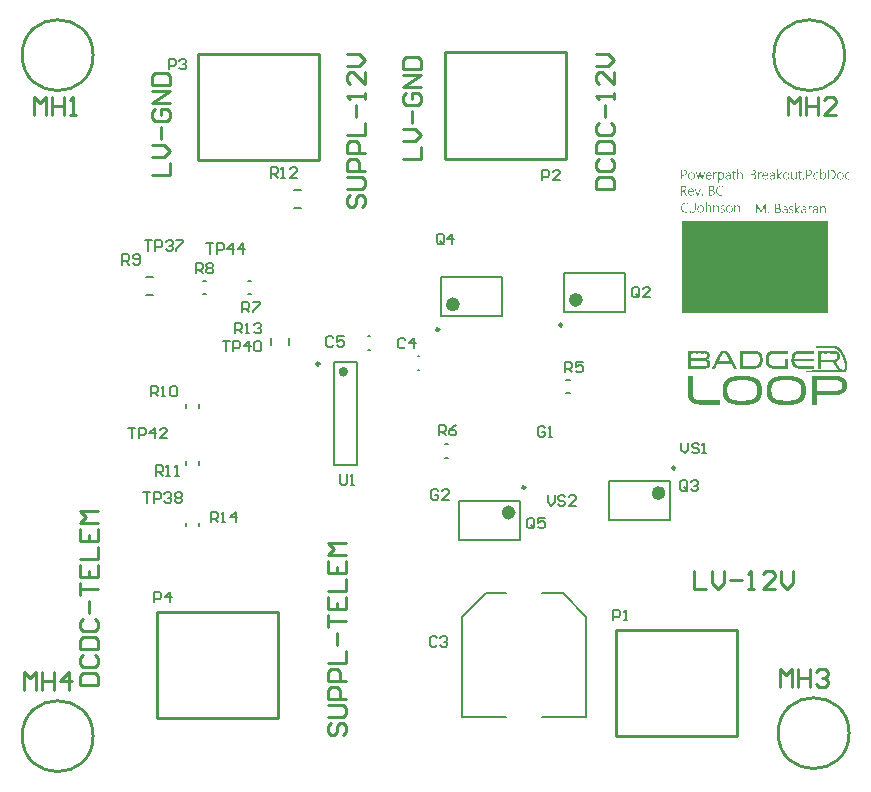
<source format=gto>
G04*
G04 #@! TF.GenerationSoftware,Altium Limited,Altium Designer,22.1.2 (22)*
G04*
G04 Layer_Color=65535*
%FSLAX25Y25*%
%MOIN*%
G70*
G04*
G04 #@! TF.SameCoordinates,85E22B33-0606-49F9-AEB4-7B2C3894542D*
G04*
G04*
G04 #@! TF.FilePolarity,Positive*
G04*
G01*
G75*
%ADD10C,0.01000*%
%ADD11C,0.02362*%
%ADD12C,0.00984*%
%ADD13C,0.01575*%
%ADD14C,0.00787*%
%ADD15C,0.00600*%
%ADD16R,0.49000X0.31000*%
G36*
X227123Y129467D02*
X227162D01*
Y129427D01*
X227282D01*
Y129387D01*
X227321D01*
Y129427D01*
X227361D01*
Y129387D01*
X227401D01*
Y129348D01*
X227520D01*
Y129308D01*
X227560D01*
Y129268D01*
X227679D01*
Y129228D01*
X227719D01*
Y129189D01*
X227758D01*
Y129149D01*
X227798D01*
Y129109D01*
X227878D01*
Y129069D01*
Y129030D01*
X227997D01*
Y128990D01*
X227957D01*
Y128950D01*
X228036D01*
Y128911D01*
Y128871D01*
X228076D01*
Y128831D01*
X228116D01*
Y128791D01*
X228156D01*
Y128752D01*
X228195D01*
Y128712D01*
X228235D01*
Y128672D01*
Y128632D01*
X228275D01*
Y128593D01*
Y128553D01*
X228315D01*
Y128513D01*
X228354D01*
Y128473D01*
X228394D01*
Y128434D01*
X228354D01*
Y128394D01*
X228394D01*
Y128354D01*
X228434D01*
Y128315D01*
X228474D01*
Y128275D01*
X228434D01*
Y128235D01*
X228474D01*
Y128195D01*
X228513D01*
Y128156D01*
X228553D01*
Y128116D01*
X228513D01*
Y128076D01*
X228553D01*
Y128036D01*
X228593D01*
Y127997D01*
X228632D01*
Y127957D01*
X228593D01*
Y127917D01*
X228632D01*
Y127877D01*
X228672D01*
Y127838D01*
X228712D01*
Y127798D01*
X228672D01*
Y127758D01*
X228712D01*
Y127718D01*
X228752D01*
Y127679D01*
X228791D01*
Y127639D01*
X228752D01*
Y127599D01*
X228791D01*
Y127560D01*
X228831D01*
Y127520D01*
X228871D01*
Y127480D01*
X228831D01*
Y127440D01*
X228871D01*
Y127401D01*
X228911D01*
Y127361D01*
X228950D01*
Y127321D01*
X228911D01*
Y127281D01*
X228950D01*
Y127242D01*
X228990D01*
Y127202D01*
X229030D01*
Y127162D01*
X228990D01*
Y127122D01*
X229030D01*
Y127083D01*
X229070D01*
Y127043D01*
X229109D01*
Y127003D01*
X229070D01*
Y126964D01*
X229109D01*
Y126924D01*
X229149D01*
Y126884D01*
X229189D01*
Y126844D01*
X229149D01*
Y126805D01*
X229189D01*
Y126765D01*
X229228D01*
Y126725D01*
X229268D01*
Y126685D01*
X229228D01*
Y126646D01*
X229268D01*
Y126606D01*
X229308D01*
Y126566D01*
X229348D01*
Y126526D01*
X229308D01*
Y126487D01*
X229348D01*
Y126447D01*
X229387D01*
Y126407D01*
X229427D01*
Y126367D01*
X229387D01*
Y126328D01*
X229427D01*
Y126288D01*
X229467D01*
Y126248D01*
X229507D01*
Y126209D01*
X229467D01*
Y126169D01*
X229507D01*
Y126129D01*
X229546D01*
Y126089D01*
X229586D01*
Y126050D01*
X229546D01*
Y126010D01*
X229586D01*
Y125970D01*
X229626D01*
Y125930D01*
X229666D01*
Y125891D01*
X229626D01*
Y125851D01*
X229666D01*
Y125811D01*
X229705D01*
Y125771D01*
X229745D01*
Y125732D01*
X229705D01*
Y125692D01*
X229745D01*
Y125652D01*
X229785D01*
Y125613D01*
X229825D01*
Y125573D01*
X229785D01*
Y125533D01*
X229825D01*
Y125493D01*
X229864D01*
Y125454D01*
X229904D01*
Y125414D01*
X229864D01*
Y125374D01*
X229904D01*
Y125334D01*
X229944D01*
Y125295D01*
X229983D01*
Y125255D01*
X229944D01*
Y125215D01*
X229983D01*
Y125175D01*
X230023D01*
Y125136D01*
X230063D01*
Y125096D01*
X230023D01*
Y125056D01*
X230063D01*
Y125017D01*
X230103D01*
Y124977D01*
X230142D01*
Y124937D01*
X230103D01*
Y124897D01*
X230142D01*
Y124858D01*
X230182D01*
Y124818D01*
X230222D01*
Y124778D01*
X230182D01*
Y124738D01*
X230222D01*
Y124699D01*
X230262D01*
Y124659D01*
X230301D01*
Y124619D01*
X230262D01*
Y124580D01*
X230301D01*
Y124540D01*
X230341D01*
Y124500D01*
X230381D01*
Y124460D01*
X230341D01*
Y124420D01*
X230381D01*
Y124381D01*
X230421D01*
Y124341D01*
X230460D01*
Y124301D01*
X230421D01*
Y124262D01*
X230460D01*
Y124222D01*
X230500D01*
Y124182D01*
X230540D01*
Y124142D01*
X230500D01*
Y124103D01*
X230540D01*
Y124063D01*
X230579D01*
Y124023D01*
X230619D01*
Y123983D01*
X230579D01*
Y123944D01*
X230619D01*
Y123904D01*
X230659D01*
Y123864D01*
X230699D01*
Y123825D01*
X230659D01*
Y123785D01*
X230699D01*
Y123745D01*
X230738D01*
Y123705D01*
X230778D01*
Y123666D01*
X230738D01*
Y123626D01*
X230778D01*
Y123586D01*
X230818D01*
Y123546D01*
X230858D01*
Y123507D01*
X229785D01*
Y123546D01*
Y123586D01*
Y123626D01*
X229745D01*
Y123666D01*
X229705D01*
Y123705D01*
X229745D01*
Y123745D01*
X229666D01*
Y123785D01*
Y123825D01*
X229626D01*
Y123864D01*
Y123904D01*
Y123944D01*
X229586D01*
Y123983D01*
X229546D01*
Y124023D01*
X229586D01*
Y124063D01*
X229507D01*
Y124103D01*
Y124142D01*
X229467D01*
Y124182D01*
Y124222D01*
Y124262D01*
X229427D01*
Y124301D01*
X229387D01*
Y124341D01*
Y124381D01*
X229348D01*
Y124420D01*
Y124460D01*
X229308D01*
Y124500D01*
Y124540D01*
Y124580D01*
X229268D01*
Y124619D01*
X229228D01*
Y124659D01*
X229268D01*
Y124699D01*
X229189D01*
Y124738D01*
Y124778D01*
X229149D01*
Y124818D01*
Y124858D01*
Y124897D01*
X229109D01*
Y124937D01*
X229070D01*
Y124977D01*
X229109D01*
Y125017D01*
X229030D01*
Y125056D01*
Y125096D01*
X228911D01*
Y125136D01*
X228871D01*
Y125096D01*
X228752D01*
Y125136D01*
X228712D01*
Y125096D01*
X228593D01*
Y125136D01*
X228553D01*
Y125096D01*
X228434D01*
Y125136D01*
X228394D01*
Y125096D01*
X228275D01*
Y125136D01*
X228235D01*
Y125096D01*
X228116D01*
Y125136D01*
X228076D01*
Y125096D01*
X227957D01*
Y125136D01*
X227917D01*
Y125096D01*
X227798D01*
Y125136D01*
X227758D01*
Y125096D01*
X227639D01*
Y125136D01*
X227599D01*
Y125096D01*
X227480D01*
Y125136D01*
X227441D01*
Y125096D01*
X227321D01*
Y125136D01*
X227282D01*
Y125096D01*
X227162D01*
Y125136D01*
X227123D01*
Y125096D01*
X227003D01*
Y125136D01*
X226964D01*
Y125096D01*
X226845D01*
Y125136D01*
X226805D01*
Y125096D01*
X226686D01*
Y125136D01*
X226646D01*
Y125096D01*
X226527D01*
Y125136D01*
X226487D01*
Y125096D01*
X226368D01*
Y125136D01*
X226328D01*
Y125096D01*
X226209D01*
Y125136D01*
X226169D01*
Y125096D01*
X226050D01*
Y125136D01*
X226010D01*
Y125096D01*
X225891D01*
Y125136D01*
X225851D01*
Y125096D01*
X225732D01*
Y125136D01*
X225692D01*
Y125096D01*
X225573D01*
Y125136D01*
X225533D01*
Y125096D01*
X225414D01*
Y125136D01*
X225374D01*
Y125096D01*
X225255D01*
Y125136D01*
X225215D01*
Y125096D01*
X225096D01*
Y125136D01*
X225056D01*
Y125096D01*
X224937D01*
Y125136D01*
X224898D01*
Y125096D01*
X224778D01*
Y125136D01*
X224739D01*
Y125096D01*
X224619D01*
Y125136D01*
X224580D01*
Y125096D01*
X224460D01*
Y125136D01*
X224421D01*
Y125096D01*
X224381D01*
Y125056D01*
X224341D01*
Y125017D01*
X224301D01*
Y124977D01*
X224341D01*
Y124937D01*
X224301D01*
Y124897D01*
X224262D01*
Y124858D01*
Y124818D01*
Y124778D01*
X224222D01*
Y124738D01*
X224182D01*
Y124699D01*
X224143D01*
Y124659D01*
X224182D01*
Y124619D01*
X224143D01*
Y124580D01*
X224103D01*
Y124540D01*
X224063D01*
Y124500D01*
X224103D01*
Y124460D01*
X224063D01*
Y124420D01*
X224023D01*
Y124381D01*
X223984D01*
Y124341D01*
X224023D01*
Y124301D01*
X223984D01*
Y124262D01*
X223944D01*
Y124222D01*
Y124182D01*
Y124142D01*
X223904D01*
Y124103D01*
X223864D01*
Y124063D01*
X223825D01*
Y124023D01*
X223864D01*
Y123983D01*
X223825D01*
Y123944D01*
X223785D01*
Y123904D01*
Y123864D01*
Y123825D01*
X223745D01*
Y123785D01*
X223705D01*
Y123745D01*
X223666D01*
Y123705D01*
X223705D01*
Y123666D01*
X223666D01*
Y123626D01*
X223626D01*
Y123586D01*
Y123546D01*
Y123507D01*
X222553D01*
Y123546D01*
X222593D01*
Y123586D01*
X222633D01*
Y123626D01*
X222672D01*
Y123666D01*
X222633D01*
Y123705D01*
X222672D01*
Y123745D01*
X222712D01*
Y123785D01*
Y123825D01*
Y123864D01*
X222752D01*
Y123904D01*
X222792D01*
Y123944D01*
X222831D01*
Y123983D01*
X222792D01*
Y124023D01*
X222831D01*
Y124063D01*
X222871D01*
Y124103D01*
Y124142D01*
Y124182D01*
X222911D01*
Y124222D01*
X222951D01*
Y124262D01*
Y124301D01*
Y124341D01*
X222990D01*
Y124381D01*
X223030D01*
Y124420D01*
Y124460D01*
Y124500D01*
X223070D01*
Y124540D01*
X223109D01*
Y124580D01*
X223149D01*
Y124619D01*
X223109D01*
Y124659D01*
X223149D01*
Y124699D01*
X223189D01*
Y124738D01*
Y124778D01*
Y124818D01*
X223229D01*
Y124858D01*
X223268D01*
Y124897D01*
X223308D01*
Y124937D01*
X223268D01*
Y124977D01*
X223308D01*
Y125017D01*
X223348D01*
Y125056D01*
Y125096D01*
Y125136D01*
X223388D01*
Y125175D01*
X223427D01*
Y125215D01*
X223467D01*
Y125255D01*
X223427D01*
Y125295D01*
X223467D01*
Y125334D01*
X223507D01*
Y125374D01*
Y125414D01*
Y125454D01*
X223547D01*
Y125493D01*
X223586D01*
Y125533D01*
Y125573D01*
Y125613D01*
X223626D01*
Y125652D01*
X223666D01*
Y125692D01*
Y125732D01*
Y125771D01*
X223705D01*
Y125811D01*
X223745D01*
Y125851D01*
X223785D01*
Y125891D01*
X223745D01*
Y125930D01*
X223785D01*
Y125970D01*
X223825D01*
Y126010D01*
Y126050D01*
Y126089D01*
X223864D01*
Y126129D01*
X223904D01*
Y126169D01*
X223944D01*
Y126209D01*
X223904D01*
Y126248D01*
X223944D01*
Y126288D01*
X223984D01*
Y126328D01*
Y126367D01*
Y126407D01*
X224023D01*
Y126447D01*
X224063D01*
Y126487D01*
X224103D01*
Y126526D01*
X224063D01*
Y126566D01*
X224103D01*
Y126606D01*
X224143D01*
Y126646D01*
Y126685D01*
Y126725D01*
X224182D01*
Y126765D01*
X224222D01*
Y126805D01*
Y126844D01*
Y126884D01*
X224262D01*
Y126924D01*
X224301D01*
Y126964D01*
Y127003D01*
Y127043D01*
X224341D01*
Y127083D01*
X224381D01*
Y127122D01*
X224421D01*
Y127162D01*
X224381D01*
Y127202D01*
X224421D01*
Y127242D01*
X224460D01*
Y127281D01*
Y127321D01*
Y127361D01*
X224500D01*
Y127401D01*
X224540D01*
Y127440D01*
Y127480D01*
Y127520D01*
X224580D01*
Y127560D01*
X224619D01*
Y127599D01*
Y127639D01*
Y127679D01*
X224659D01*
Y127718D01*
X224699D01*
Y127758D01*
X224739D01*
Y127798D01*
X224699D01*
Y127838D01*
X224739D01*
Y127877D01*
Y127917D01*
X224778D01*
Y127957D01*
Y127997D01*
X224818D01*
Y128036D01*
X224858D01*
Y128076D01*
Y128116D01*
Y128156D01*
X224898D01*
Y128195D01*
X224937D01*
Y128235D01*
Y128275D01*
Y128315D01*
X224977D01*
Y128354D01*
X225017D01*
Y128394D01*
X225056D01*
Y128434D01*
X225017D01*
Y128473D01*
X225056D01*
Y128513D01*
X225096D01*
Y128553D01*
X225136D01*
Y128593D01*
X225096D01*
Y128632D01*
X225136D01*
Y128672D01*
X225176D01*
Y128712D01*
X225215D01*
Y128752D01*
X225255D01*
Y128791D01*
X225295D01*
Y128831D01*
Y128871D01*
X225335D01*
Y128911D01*
Y128950D01*
X225374D01*
Y128990D01*
X225414D01*
Y128950D01*
X225454D01*
Y128990D01*
X225414D01*
Y129030D01*
X225454D01*
Y129069D01*
X225494D01*
Y129109D01*
X225613D01*
Y129149D01*
X225573D01*
Y129189D01*
X225692D01*
Y129228D01*
X225732D01*
Y129268D01*
X225811D01*
Y129308D01*
Y129348D01*
X225851D01*
Y129308D01*
X225891D01*
Y129348D01*
X225931D01*
Y129387D01*
X225970D01*
Y129348D01*
X226010D01*
Y129387D01*
X226050D01*
Y129427D01*
X226169D01*
Y129467D01*
X226209D01*
Y129427D01*
X226248D01*
Y129467D01*
X226288D01*
Y129507D01*
X226328D01*
Y129467D01*
X226368D01*
Y129507D01*
X226407D01*
Y129467D01*
X226447D01*
Y129507D01*
X226487D01*
Y129467D01*
X226527D01*
Y129507D01*
X226566D01*
Y129467D01*
X226606D01*
Y129507D01*
X226725D01*
Y129467D01*
X226765D01*
Y129507D01*
X226884D01*
Y129467D01*
X226924D01*
Y129507D01*
X226964D01*
Y129467D01*
X227003D01*
Y129507D01*
X227043D01*
Y129467D01*
X227083D01*
Y129427D01*
X227123D01*
Y129467D01*
X227083D01*
Y129507D01*
X227123D01*
Y129467D01*
D02*
G37*
G36*
X237215Y129387D02*
X237255D01*
Y129348D01*
X237295D01*
Y129387D01*
X237334D01*
Y129348D01*
X237374D01*
Y129387D01*
X237414D01*
Y129348D01*
X237613D01*
Y129308D01*
X237652D01*
Y129268D01*
X237692D01*
Y129308D01*
X237652D01*
Y129348D01*
X237692D01*
Y129308D01*
X237732D01*
Y129268D01*
X237772D01*
Y129308D01*
X237811D01*
Y129268D01*
X237930D01*
Y129228D01*
X237970D01*
Y129268D01*
X238010D01*
Y129228D01*
X238050D01*
Y129189D01*
X238169D01*
Y129149D01*
X238209D01*
Y129109D01*
X238328D01*
Y129069D01*
X238368D01*
Y129030D01*
X238487D01*
Y128990D01*
X238527D01*
Y128950D01*
X238566D01*
Y128911D01*
X238606D01*
Y128871D01*
X238646D01*
Y128831D01*
X238685D01*
Y128791D01*
X238805D01*
Y128752D01*
X238765D01*
Y128712D01*
X238805D01*
Y128672D01*
X238844D01*
Y128632D01*
X238884D01*
Y128593D01*
X238924D01*
Y128553D01*
X238964D01*
Y128513D01*
X239003D01*
Y128473D01*
X239043D01*
Y128434D01*
X239003D01*
Y128394D01*
X239083D01*
Y128354D01*
Y128315D01*
X239123D01*
Y128275D01*
X239162D01*
Y128235D01*
X239202D01*
Y128195D01*
X239162D01*
Y128156D01*
X239202D01*
Y128116D01*
X239242D01*
Y128076D01*
Y128036D01*
Y127997D01*
X239282D01*
Y127957D01*
Y127917D01*
Y127877D01*
X239321D01*
Y127838D01*
Y127798D01*
Y127758D01*
X239361D01*
Y127718D01*
X239321D01*
Y127679D01*
X239361D01*
Y127639D01*
Y127599D01*
Y127560D01*
X239401D01*
Y127520D01*
X239440D01*
Y127480D01*
X239401D01*
Y127440D01*
X239440D01*
Y127401D01*
X239401D01*
Y127361D01*
X239440D01*
Y127321D01*
Y127281D01*
Y127242D01*
X239401D01*
Y127202D01*
X239440D01*
Y127162D01*
X239480D01*
Y127122D01*
X239440D01*
Y127083D01*
X239480D01*
Y127043D01*
Y127003D01*
Y126964D01*
Y126924D01*
Y126884D01*
Y126844D01*
Y126805D01*
X239520D01*
Y126765D01*
X239480D01*
Y126725D01*
X239520D01*
Y126685D01*
X239480D01*
Y126646D01*
X239520D01*
Y126606D01*
X239480D01*
Y126566D01*
X239520D01*
Y126526D01*
X239480D01*
Y126487D01*
X239520D01*
Y126447D01*
X239480D01*
Y126407D01*
X239520D01*
Y126367D01*
X239480D01*
Y126328D01*
X239520D01*
Y126288D01*
X239480D01*
Y126248D01*
X239520D01*
Y126209D01*
X239480D01*
Y126169D01*
X239520D01*
Y126129D01*
X239480D01*
Y126089D01*
Y126050D01*
Y126010D01*
Y125970D01*
Y125930D01*
Y125891D01*
Y125851D01*
X239440D01*
Y125811D01*
Y125771D01*
Y125732D01*
Y125692D01*
Y125652D01*
X239401D01*
Y125613D01*
X239440D01*
Y125573D01*
X239401D01*
Y125533D01*
X239440D01*
Y125493D01*
X239401D01*
Y125454D01*
X239440D01*
Y125414D01*
X239401D01*
Y125374D01*
Y125334D01*
Y125295D01*
X239361D01*
Y125255D01*
X239321D01*
Y125215D01*
X239361D01*
Y125175D01*
X239321D01*
Y125136D01*
X239361D01*
Y125096D01*
X239321D01*
Y125056D01*
X239282D01*
Y125017D01*
X239242D01*
Y124977D01*
X239282D01*
Y124937D01*
X239242D01*
Y124897D01*
Y124858D01*
Y124818D01*
X239202D01*
Y124778D01*
X239162D01*
Y124738D01*
X239202D01*
Y124699D01*
X239162D01*
Y124659D01*
X239123D01*
Y124619D01*
X239083D01*
Y124580D01*
Y124540D01*
Y124500D01*
X239043D01*
Y124460D01*
X239003D01*
Y124420D01*
X238964D01*
Y124381D01*
X238924D01*
Y124341D01*
X238964D01*
Y124301D01*
X238844D01*
Y124262D01*
X238884D01*
Y124222D01*
X238765D01*
Y124182D01*
X238805D01*
Y124142D01*
X238725D01*
Y124103D01*
Y124063D01*
X238606D01*
Y124023D01*
X238646D01*
Y123983D01*
X238606D01*
Y124023D01*
X238566D01*
Y123983D01*
X238527D01*
Y123944D01*
X238487D01*
Y123904D01*
X238368D01*
Y123864D01*
X238328D01*
Y123825D01*
X238288D01*
Y123785D01*
X238248D01*
Y123825D01*
X238209D01*
Y123785D01*
X238248D01*
Y123745D01*
X238209D01*
Y123785D01*
X238169D01*
Y123745D01*
X238050D01*
Y123705D01*
X238010D01*
Y123666D01*
X237891D01*
Y123626D01*
X237851D01*
Y123666D01*
X237811D01*
Y123626D01*
X237772D01*
Y123586D01*
X237732D01*
Y123626D01*
X237692D01*
Y123586D01*
X237493D01*
Y123546D01*
X237454D01*
Y123586D01*
X237414D01*
Y123546D01*
X237374D01*
Y123586D01*
X237334D01*
Y123546D01*
X237374D01*
Y123507D01*
X237334D01*
Y123546D01*
X237295D01*
Y123507D01*
X237255D01*
Y123546D01*
X237215D01*
Y123507D01*
X231851D01*
Y123546D01*
Y123586D01*
Y123626D01*
X231811D01*
Y123666D01*
X231851D01*
Y123705D01*
Y123745D01*
Y123785D01*
X231891D01*
Y123825D01*
X231851D01*
Y123864D01*
Y123904D01*
Y123944D01*
X231811D01*
Y123983D01*
X231851D01*
Y124023D01*
Y124063D01*
Y124103D01*
Y124142D01*
Y124182D01*
Y124222D01*
Y124262D01*
X231811D01*
Y124301D01*
X231851D01*
Y124341D01*
Y124381D01*
Y124420D01*
X231891D01*
Y124460D01*
X231851D01*
Y124500D01*
Y124540D01*
Y124580D01*
X231811D01*
Y124619D01*
X231851D01*
Y124659D01*
Y124699D01*
Y124738D01*
Y124778D01*
Y124818D01*
Y124858D01*
Y124897D01*
X231811D01*
Y124937D01*
X231851D01*
Y124977D01*
Y125017D01*
Y125056D01*
X231891D01*
Y125096D01*
X231851D01*
Y125136D01*
Y125175D01*
Y125215D01*
X231811D01*
Y125255D01*
X231851D01*
Y125295D01*
Y125334D01*
Y125374D01*
Y125414D01*
Y125454D01*
Y125493D01*
Y125533D01*
X231811D01*
Y125573D01*
X231851D01*
Y125613D01*
Y125652D01*
Y125692D01*
X231891D01*
Y125732D01*
X231851D01*
Y125771D01*
Y125811D01*
Y125851D01*
X231811D01*
Y125891D01*
X231851D01*
Y125930D01*
Y125970D01*
Y126010D01*
Y126050D01*
Y126089D01*
Y126129D01*
Y126169D01*
X231811D01*
Y126209D01*
X231851D01*
Y126248D01*
Y126288D01*
Y126328D01*
X231891D01*
Y126367D01*
X231851D01*
Y126407D01*
Y126447D01*
Y126487D01*
X231811D01*
Y126526D01*
X231851D01*
Y126566D01*
Y126606D01*
Y126646D01*
Y126685D01*
Y126725D01*
Y126765D01*
Y126805D01*
X231811D01*
Y126844D01*
X231851D01*
Y126884D01*
Y126924D01*
Y126964D01*
X231891D01*
Y127003D01*
X231851D01*
Y127043D01*
Y127083D01*
Y127122D01*
X231811D01*
Y127162D01*
X231851D01*
Y127202D01*
Y127242D01*
Y127281D01*
Y127321D01*
Y127361D01*
Y127401D01*
Y127440D01*
X231811D01*
Y127480D01*
X231851D01*
Y127520D01*
Y127560D01*
Y127599D01*
X231891D01*
Y127639D01*
X231851D01*
Y127679D01*
Y127718D01*
Y127758D01*
X231811D01*
Y127798D01*
X231851D01*
Y127838D01*
Y127877D01*
Y127917D01*
Y127957D01*
Y127997D01*
Y128036D01*
Y128076D01*
X231811D01*
Y128116D01*
X231851D01*
Y128156D01*
Y128195D01*
Y128235D01*
X231891D01*
Y128275D01*
X231851D01*
Y128315D01*
Y128354D01*
Y128394D01*
X231811D01*
Y128434D01*
X231851D01*
Y128473D01*
Y128513D01*
Y128553D01*
Y128593D01*
Y128632D01*
Y128672D01*
Y128712D01*
X231811D01*
Y128752D01*
X231851D01*
Y128791D01*
Y128831D01*
Y128871D01*
X231891D01*
Y128911D01*
X231851D01*
Y128950D01*
Y128990D01*
Y129030D01*
X231811D01*
Y129069D01*
X231851D01*
Y129109D01*
Y129149D01*
Y129189D01*
Y129228D01*
Y129268D01*
Y129308D01*
Y129348D01*
X231811D01*
Y129387D01*
X231851D01*
Y129427D01*
X236977D01*
Y129387D01*
X237017D01*
Y129427D01*
X237056D01*
Y129387D01*
X237096D01*
Y129427D01*
X237136D01*
Y129387D01*
X237175D01*
Y129427D01*
X237215D01*
Y129387D01*
D02*
G37*
G36*
X220288D02*
X220328D01*
Y129348D01*
X220368D01*
Y129387D01*
X220407D01*
Y129348D01*
X220606D01*
Y129308D01*
X220646D01*
Y129348D01*
X220686D01*
Y129308D01*
X220725D01*
Y129268D01*
X220765D01*
Y129308D01*
X220805D01*
Y129268D01*
X220924D01*
Y129228D01*
X220964D01*
Y129189D01*
X221083D01*
Y129149D01*
X221123D01*
Y129109D01*
X221242D01*
Y129069D01*
X221282D01*
Y129030D01*
X221321D01*
Y128990D01*
X221361D01*
Y128950D01*
X221480D01*
Y128911D01*
Y128871D01*
X221560D01*
Y128831D01*
X221520D01*
Y128791D01*
X221560D01*
Y128752D01*
X221600D01*
Y128712D01*
X221639D01*
Y128672D01*
X221679D01*
Y128632D01*
X221719D01*
Y128593D01*
X221679D01*
Y128553D01*
X221719D01*
Y128513D01*
X221758D01*
Y128473D01*
X221798D01*
Y128434D01*
X221758D01*
Y128394D01*
X221798D01*
Y128354D01*
X221758D01*
Y128315D01*
X221798D01*
Y128275D01*
X221838D01*
Y128235D01*
X221878D01*
Y128195D01*
X221838D01*
Y128156D01*
X221878D01*
Y128116D01*
X221838D01*
Y128076D01*
X221878D01*
Y128036D01*
X221838D01*
Y127997D01*
X221878D01*
Y127957D01*
X221838D01*
Y127917D01*
X221878D01*
Y127877D01*
X221838D01*
Y127838D01*
X221878D01*
Y127798D01*
X221838D01*
Y127758D01*
X221878D01*
Y127718D01*
X221838D01*
Y127679D01*
X221878D01*
Y127639D01*
X221838D01*
Y127599D01*
X221878D01*
Y127560D01*
X221838D01*
Y127520D01*
Y127480D01*
Y127440D01*
X221798D01*
Y127401D01*
X221758D01*
Y127361D01*
X221798D01*
Y127321D01*
X221758D01*
Y127281D01*
Y127242D01*
Y127202D01*
X221719D01*
Y127162D01*
X221679D01*
Y127122D01*
Y127083D01*
X221600D01*
Y127043D01*
X221639D01*
Y127003D01*
X221600D01*
Y126964D01*
X221560D01*
Y126924D01*
X221520D01*
Y126884D01*
X221480D01*
Y126844D01*
X221441D01*
Y126805D01*
X221401D01*
Y126765D01*
X221282D01*
Y126725D01*
X221321D01*
Y126685D01*
X221282D01*
Y126725D01*
X221242D01*
Y126685D01*
X221202D01*
Y126646D01*
X221162D01*
Y126606D01*
X221123D01*
Y126646D01*
X221083D01*
Y126606D01*
X220964D01*
Y126566D01*
X221003D01*
Y126526D01*
X220964D01*
Y126566D01*
X220924D01*
Y126526D01*
X220884D01*
Y126487D01*
X221003D01*
Y126447D01*
X221043D01*
Y126487D01*
X221083D01*
Y126447D01*
X221123D01*
Y126407D01*
X221242D01*
Y126367D01*
X221282D01*
Y126328D01*
X221401D01*
Y126288D01*
X221441D01*
Y126248D01*
X221480D01*
Y126209D01*
X221520D01*
Y126169D01*
X221600D01*
Y126129D01*
Y126089D01*
X221679D01*
Y126050D01*
Y126010D01*
X221719D01*
Y125970D01*
X221758D01*
Y125930D01*
X221798D01*
Y125891D01*
X221838D01*
Y125851D01*
X221878D01*
Y125811D01*
X221838D01*
Y125771D01*
X221878D01*
Y125732D01*
X221917D01*
Y125692D01*
X221957D01*
Y125652D01*
X221917D01*
Y125613D01*
X221957D01*
Y125573D01*
X221997D01*
Y125533D01*
X221957D01*
Y125493D01*
X221997D01*
Y125454D01*
X222037D01*
Y125414D01*
X221997D01*
Y125374D01*
X222037D01*
Y125334D01*
X221997D01*
Y125295D01*
X222037D01*
Y125255D01*
X221997D01*
Y125215D01*
X222037D01*
Y125175D01*
Y125136D01*
Y125096D01*
X221997D01*
Y125056D01*
X222037D01*
Y125017D01*
Y124977D01*
Y124937D01*
X221997D01*
Y124897D01*
X222037D01*
Y124858D01*
X221997D01*
Y124818D01*
X222037D01*
Y124778D01*
X221997D01*
Y124738D01*
X222037D01*
Y124699D01*
X221997D01*
Y124659D01*
X221957D01*
Y124619D01*
Y124580D01*
Y124540D01*
X221917D01*
Y124500D01*
X221957D01*
Y124460D01*
X221917D01*
Y124420D01*
X221878D01*
Y124381D01*
X221838D01*
Y124341D01*
Y124301D01*
Y124262D01*
X221798D01*
Y124222D01*
X221758D01*
Y124182D01*
X221719D01*
Y124142D01*
X221679D01*
Y124103D01*
X221639D01*
Y124063D01*
X221600D01*
Y124023D01*
X221560D01*
Y123983D01*
X221520D01*
Y123944D01*
X221480D01*
Y123904D01*
X221441D01*
Y123864D01*
X221401D01*
Y123825D01*
X221282D01*
Y123785D01*
X221242D01*
Y123745D01*
X221123D01*
Y123705D01*
X221083D01*
Y123666D01*
X220884D01*
Y123626D01*
X220845D01*
Y123586D01*
X220805D01*
Y123626D01*
X220765D01*
Y123586D01*
X220646D01*
Y123546D01*
X220606D01*
Y123586D01*
X220566D01*
Y123546D01*
X220527D01*
Y123586D01*
X220487D01*
Y123546D01*
X220527D01*
Y123507D01*
X220487D01*
Y123546D01*
X220447D01*
Y123507D01*
X220407D01*
Y123546D01*
X220368D01*
Y123507D01*
X220328D01*
Y123546D01*
X220288D01*
Y123507D01*
X214606D01*
Y123546D01*
X214646D01*
Y123586D01*
X214606D01*
Y123626D01*
X214646D01*
Y123666D01*
X214606D01*
Y123705D01*
X214646D01*
Y123745D01*
X214606D01*
Y123785D01*
X214646D01*
Y123825D01*
X214606D01*
Y123864D01*
X214646D01*
Y123904D01*
X214606D01*
Y123944D01*
X214646D01*
Y123983D01*
X214606D01*
Y124023D01*
X214646D01*
Y124063D01*
X214606D01*
Y124103D01*
X214646D01*
Y124142D01*
X214606D01*
Y124182D01*
X214646D01*
Y124222D01*
X214606D01*
Y124262D01*
X214646D01*
Y124301D01*
X214606D01*
Y124341D01*
X214646D01*
Y124381D01*
X214606D01*
Y124420D01*
X214646D01*
Y124460D01*
X214606D01*
Y124500D01*
X214646D01*
Y124540D01*
X214606D01*
Y124580D01*
X214646D01*
Y124619D01*
X214606D01*
Y124659D01*
X214646D01*
Y124699D01*
X214606D01*
Y124738D01*
X214646D01*
Y124778D01*
X214606D01*
Y124818D01*
X214646D01*
Y124858D01*
X214606D01*
Y124897D01*
X214646D01*
Y124937D01*
X214606D01*
Y124977D01*
X214646D01*
Y125017D01*
X214606D01*
Y125056D01*
X214646D01*
Y125096D01*
X214606D01*
Y125136D01*
X214646D01*
Y125175D01*
X214606D01*
Y125215D01*
X214646D01*
Y125255D01*
X214606D01*
Y125295D01*
X214646D01*
Y125334D01*
X214606D01*
Y125374D01*
X214646D01*
Y125414D01*
X214606D01*
Y125454D01*
X214646D01*
Y125493D01*
X214606D01*
Y125533D01*
X214646D01*
Y125573D01*
X214606D01*
Y125613D01*
X214646D01*
Y125652D01*
X214606D01*
Y125692D01*
X214646D01*
Y125732D01*
X214606D01*
Y125771D01*
X214646D01*
Y125811D01*
X214606D01*
Y125851D01*
X214646D01*
Y125891D01*
X214606D01*
Y125930D01*
X214646D01*
Y125970D01*
X214606D01*
Y126010D01*
X214646D01*
Y126050D01*
X214606D01*
Y126089D01*
X214646D01*
Y126129D01*
X214606D01*
Y126169D01*
X214646D01*
Y126209D01*
X214606D01*
Y126248D01*
X214646D01*
Y126288D01*
X214606D01*
Y126328D01*
X214646D01*
Y126367D01*
X214606D01*
Y126407D01*
X214646D01*
Y126447D01*
X214606D01*
Y126487D01*
X214646D01*
Y126526D01*
X214606D01*
Y126566D01*
X214646D01*
Y126606D01*
X214606D01*
Y126646D01*
X214646D01*
Y126685D01*
X214606D01*
Y126725D01*
X214646D01*
Y126765D01*
X214606D01*
Y126805D01*
X214646D01*
Y126844D01*
X214606D01*
Y126884D01*
X214646D01*
Y126924D01*
X214606D01*
Y126964D01*
X214646D01*
Y127003D01*
X214606D01*
Y127043D01*
X214646D01*
Y127083D01*
X214606D01*
Y127122D01*
X214646D01*
Y127162D01*
X214606D01*
Y127202D01*
X214646D01*
Y127242D01*
X214606D01*
Y127281D01*
X214646D01*
Y127321D01*
X214606D01*
Y127361D01*
X214646D01*
Y127401D01*
X214606D01*
Y127440D01*
X214646D01*
Y127480D01*
X214606D01*
Y127520D01*
X214646D01*
Y127560D01*
X214606D01*
Y127599D01*
X214646D01*
Y127639D01*
X214606D01*
Y127679D01*
X214646D01*
Y127718D01*
X214606D01*
Y127758D01*
X214646D01*
Y127798D01*
X214606D01*
Y127838D01*
X214646D01*
Y127877D01*
X214606D01*
Y127917D01*
X214646D01*
Y127957D01*
X214606D01*
Y127997D01*
X214646D01*
Y128036D01*
X214606D01*
Y128076D01*
X214646D01*
Y128116D01*
X214606D01*
Y128156D01*
X214646D01*
Y128195D01*
X214606D01*
Y128235D01*
X214646D01*
Y128275D01*
X214606D01*
Y128315D01*
X214646D01*
Y128354D01*
X214606D01*
Y128394D01*
X214646D01*
Y128434D01*
X214606D01*
Y128473D01*
X214646D01*
Y128513D01*
X214606D01*
Y128553D01*
X214646D01*
Y128593D01*
X214606D01*
Y128632D01*
X214646D01*
Y128672D01*
X214606D01*
Y128712D01*
X214646D01*
Y128752D01*
X214606D01*
Y128791D01*
X214646D01*
Y128831D01*
X214606D01*
Y128871D01*
X214646D01*
Y128911D01*
X214606D01*
Y128950D01*
X214646D01*
Y128990D01*
X214606D01*
Y129030D01*
X214646D01*
Y129069D01*
X214606D01*
Y129109D01*
X214646D01*
Y129149D01*
X214606D01*
Y129189D01*
X214646D01*
Y129228D01*
X214606D01*
Y129268D01*
X214646D01*
Y129308D01*
X214606D01*
Y129348D01*
X214646D01*
Y129387D01*
X214606D01*
Y129427D01*
X219970D01*
Y129387D01*
X220010D01*
Y129427D01*
X220129D01*
Y129387D01*
X220169D01*
Y129427D01*
X220209D01*
Y129387D01*
X220249D01*
Y129348D01*
X220288D01*
Y129387D01*
X220249D01*
Y129427D01*
X220288D01*
Y129387D01*
D02*
G37*
G36*
X233123Y121083D02*
X233798D01*
Y121043D01*
X233838D01*
Y121083D01*
X233877D01*
Y121043D01*
X233917D01*
Y121083D01*
X233957D01*
Y121043D01*
X233997D01*
Y121083D01*
X234036D01*
Y121043D01*
X234076D01*
Y121083D01*
X234116D01*
Y121043D01*
X234156D01*
Y121003D01*
X234195D01*
Y121043D01*
X234235D01*
Y121003D01*
X234275D01*
Y121043D01*
X234235D01*
Y121083D01*
X234275D01*
Y121043D01*
X234315D01*
Y121003D01*
X234354D01*
Y121043D01*
X234394D01*
Y121003D01*
X234434D01*
Y121043D01*
X234473D01*
Y121003D01*
X234752D01*
Y120964D01*
X234791D01*
Y121003D01*
X234831D01*
Y120964D01*
X234871D01*
Y121003D01*
X234911D01*
Y120964D01*
X234950D01*
Y121003D01*
X234990D01*
Y120964D01*
X235030D01*
Y120924D01*
X235070D01*
Y120964D01*
X235109D01*
Y120924D01*
X235149D01*
Y120964D01*
X235189D01*
Y120924D01*
X235308D01*
Y120884D01*
X235348D01*
Y120924D01*
X235387D01*
Y120884D01*
X235427D01*
Y120844D01*
X235467D01*
Y120884D01*
X235507D01*
Y120844D01*
X235546D01*
Y120884D01*
X235586D01*
Y120844D01*
X235705D01*
Y120805D01*
X235745D01*
Y120844D01*
X235785D01*
Y120805D01*
X235824D01*
Y120765D01*
X235864D01*
Y120805D01*
X235904D01*
Y120765D01*
X235944D01*
Y120805D01*
X235983D01*
Y120765D01*
X236103D01*
Y120725D01*
X236142D01*
Y120685D01*
X236182D01*
Y120725D01*
X236222D01*
Y120685D01*
X236341D01*
Y120646D01*
X236381D01*
Y120685D01*
X236421D01*
Y120646D01*
X236460D01*
Y120606D01*
X236579D01*
Y120566D01*
X236619D01*
Y120527D01*
X236659D01*
Y120566D01*
X236699D01*
Y120527D01*
X236818D01*
Y120487D01*
X236858D01*
Y120447D01*
X236977D01*
Y120407D01*
X237017D01*
Y120368D01*
X237136D01*
Y120328D01*
X237175D01*
Y120288D01*
X237295D01*
Y120248D01*
X237334D01*
Y120209D01*
X237454D01*
Y120169D01*
X237493D01*
Y120129D01*
X237533D01*
Y120089D01*
X237573D01*
Y120050D01*
X237692D01*
Y120010D01*
X237732D01*
Y119970D01*
X237772D01*
Y119931D01*
X237811D01*
Y119891D01*
X237891D01*
Y119851D01*
Y119811D01*
X237970D01*
Y119772D01*
Y119732D01*
X238089D01*
Y119692D01*
X238050D01*
Y119652D01*
X238169D01*
Y119613D01*
X238129D01*
Y119573D01*
X238248D01*
Y119533D01*
X238209D01*
Y119493D01*
X238288D01*
Y119454D01*
Y119414D01*
X238328D01*
Y119374D01*
X238368D01*
Y119334D01*
X238407D01*
Y119295D01*
X238447D01*
Y119255D01*
X238487D01*
Y119215D01*
X238527D01*
Y119176D01*
X238566D01*
Y119136D01*
X238527D01*
Y119096D01*
X238566D01*
Y119056D01*
X238606D01*
Y119017D01*
X238646D01*
Y118977D01*
X238606D01*
Y118937D01*
X238646D01*
Y118897D01*
X238685D01*
Y118858D01*
X238725D01*
Y118818D01*
Y118778D01*
X238765D01*
Y118738D01*
Y118699D01*
X238805D01*
Y118659D01*
X238765D01*
Y118619D01*
X238844D01*
Y118579D01*
Y118540D01*
X238884D01*
Y118500D01*
X238844D01*
Y118460D01*
X238884D01*
Y118421D01*
X238924D01*
Y118381D01*
Y118341D01*
Y118301D01*
X238964D01*
Y118262D01*
Y118222D01*
Y118182D01*
X239003D01*
Y118142D01*
Y118103D01*
Y118063D01*
X239043D01*
Y118023D01*
X239003D01*
Y117983D01*
X239043D01*
Y117944D01*
X239083D01*
Y117904D01*
Y117864D01*
Y117824D01*
X239123D01*
Y117785D01*
X239083D01*
Y117745D01*
X239123D01*
Y117705D01*
X239083D01*
Y117666D01*
X239123D01*
Y117626D01*
Y117586D01*
Y117546D01*
X239162D01*
Y117507D01*
Y117467D01*
Y117427D01*
X239202D01*
Y117387D01*
X239162D01*
Y117348D01*
X239202D01*
Y117308D01*
X239162D01*
Y117268D01*
X239202D01*
Y117228D01*
X239162D01*
Y117189D01*
X239202D01*
Y117149D01*
X239162D01*
Y117109D01*
X239202D01*
Y117070D01*
Y117030D01*
Y116990D01*
X239242D01*
Y116950D01*
X239202D01*
Y116911D01*
X239242D01*
Y116871D01*
Y116831D01*
Y116791D01*
Y116752D01*
Y116712D01*
X239282D01*
Y116672D01*
X239242D01*
Y116632D01*
Y116593D01*
Y116553D01*
X239282D01*
Y116513D01*
X239242D01*
Y116474D01*
X239282D01*
Y116434D01*
X239242D01*
Y116394D01*
X239282D01*
Y116354D01*
X239242D01*
Y116315D01*
X239282D01*
Y116275D01*
X239242D01*
Y116235D01*
X239282D01*
Y116195D01*
X239242D01*
Y116156D01*
X239282D01*
Y116116D01*
X239242D01*
Y116076D01*
X239282D01*
Y116036D01*
X239242D01*
Y115997D01*
X239282D01*
Y115957D01*
X239242D01*
Y115917D01*
X239282D01*
Y115877D01*
X239242D01*
Y115838D01*
Y115798D01*
Y115758D01*
Y115719D01*
Y115679D01*
Y115639D01*
Y115599D01*
X239202D01*
Y115560D01*
X239242D01*
Y115520D01*
X239202D01*
Y115480D01*
X239242D01*
Y115440D01*
X239202D01*
Y115401D01*
Y115361D01*
Y115321D01*
Y115281D01*
Y115242D01*
X239162D01*
Y115202D01*
X239202D01*
Y115162D01*
X239162D01*
Y115123D01*
X239202D01*
Y115083D01*
X239162D01*
Y115043D01*
Y115003D01*
Y114964D01*
X239123D01*
Y114924D01*
X239162D01*
Y114884D01*
X239123D01*
Y114844D01*
X239083D01*
Y114805D01*
X239123D01*
Y114765D01*
X239083D01*
Y114725D01*
X239123D01*
Y114685D01*
X239083D01*
Y114646D01*
X239123D01*
Y114606D01*
X239083D01*
Y114566D01*
X239043D01*
Y114526D01*
Y114487D01*
Y114447D01*
X239003D01*
Y114407D01*
X239043D01*
Y114368D01*
X239003D01*
Y114328D01*
Y114288D01*
Y114248D01*
X238964D01*
Y114209D01*
X238924D01*
Y114169D01*
X238964D01*
Y114129D01*
X238924D01*
Y114090D01*
X238884D01*
Y114050D01*
Y114010D01*
Y113970D01*
X238844D01*
Y113930D01*
X238884D01*
Y113891D01*
X238844D01*
Y113851D01*
X238805D01*
Y113811D01*
X238765D01*
Y113772D01*
Y113732D01*
Y113692D01*
X238725D01*
Y113652D01*
X238685D01*
Y113613D01*
X238725D01*
Y113573D01*
X238685D01*
Y113533D01*
X238646D01*
Y113493D01*
X238606D01*
Y113454D01*
Y113414D01*
X238566D01*
Y113374D01*
Y113335D01*
X238527D01*
Y113295D01*
X238487D01*
Y113255D01*
X238447D01*
Y113215D01*
X238407D01*
Y113176D01*
X238368D01*
Y113136D01*
X238407D01*
Y113096D01*
X238288D01*
Y113056D01*
X238328D01*
Y113017D01*
X238288D01*
Y112977D01*
X238248D01*
Y112937D01*
X238209D01*
Y112897D01*
X238169D01*
Y112858D01*
X238129D01*
Y112818D01*
X238089D01*
Y112778D01*
X238050D01*
Y112739D01*
X238010D01*
Y112699D01*
X237970D01*
Y112659D01*
X237930D01*
Y112619D01*
X237811D01*
Y112580D01*
X237851D01*
Y112540D01*
X237732D01*
Y112500D01*
X237692D01*
Y112460D01*
X237652D01*
Y112421D01*
X237613D01*
Y112381D01*
X237573D01*
Y112341D01*
X237493D01*
Y112301D01*
X237414D01*
Y112262D01*
X237374D01*
Y112222D01*
X237255D01*
Y112182D01*
X237215D01*
Y112143D01*
X237096D01*
Y112103D01*
X237056D01*
Y112063D01*
X236937D01*
Y112023D01*
X236897D01*
Y111984D01*
X236778D01*
Y111944D01*
X236738D01*
Y111904D01*
X236699D01*
Y111944D01*
X236659D01*
Y111904D01*
X236619D01*
Y111864D01*
X236579D01*
Y111904D01*
X236540D01*
Y111864D01*
X236500D01*
Y111825D01*
X236460D01*
Y111864D01*
X236421D01*
Y111825D01*
X236381D01*
Y111785D01*
X236341D01*
Y111825D01*
X236301D01*
Y111785D01*
X236262D01*
Y111745D01*
X236222D01*
Y111785D01*
X236182D01*
Y111745D01*
X236063D01*
Y111705D01*
X236023D01*
Y111745D01*
X235983D01*
Y111705D01*
X235944D01*
Y111666D01*
X235745D01*
Y111626D01*
X235705D01*
Y111666D01*
X235666D01*
Y111626D01*
X235626D01*
Y111666D01*
X235586D01*
Y111626D01*
X235626D01*
Y111586D01*
X235586D01*
Y111626D01*
X235546D01*
Y111586D01*
X235348D01*
Y111546D01*
X235308D01*
Y111586D01*
X235268D01*
Y111546D01*
X235228D01*
Y111586D01*
X235189D01*
Y111546D01*
X235228D01*
Y111507D01*
X235189D01*
Y111546D01*
X235149D01*
Y111507D01*
X235109D01*
Y111546D01*
X235070D01*
Y111507D01*
X234791D01*
Y111467D01*
X234752D01*
Y111507D01*
X234712D01*
Y111467D01*
X234672D01*
Y111507D01*
X234632D01*
Y111467D01*
X234593D01*
Y111427D01*
X234553D01*
Y111467D01*
X234513D01*
Y111507D01*
X234473D01*
Y111467D01*
X234513D01*
Y111427D01*
X234473D01*
Y111467D01*
X234434D01*
Y111427D01*
X234076D01*
Y111388D01*
X234036D01*
Y111427D01*
X233997D01*
Y111388D01*
X233957D01*
Y111427D01*
X233917D01*
Y111388D01*
X233877D01*
Y111427D01*
X233838D01*
Y111388D01*
X233798D01*
Y111427D01*
X233758D01*
Y111388D01*
X233719D01*
Y111427D01*
X233679D01*
Y111388D01*
X233639D01*
Y111427D01*
X233599D01*
Y111388D01*
X233560D01*
Y111348D01*
X233520D01*
Y111388D01*
X233480D01*
Y111427D01*
X233440D01*
Y111388D01*
X233480D01*
Y111348D01*
X233440D01*
Y111388D01*
X233321D01*
Y111348D01*
X233281D01*
Y111388D01*
X233242D01*
Y111348D01*
X233202D01*
Y111388D01*
X233162D01*
Y111348D01*
X233123D01*
Y111388D01*
X233083D01*
Y111348D01*
X233043D01*
Y111388D01*
X233003D01*
Y111348D01*
X232964D01*
Y111388D01*
X232924D01*
Y111348D01*
X232884D01*
Y111388D01*
X232844D01*
Y111348D01*
X232805D01*
Y111388D01*
X232765D01*
Y111348D01*
X232725D01*
Y111388D01*
X232685D01*
Y111348D01*
X232646D01*
Y111388D01*
X232606D01*
Y111348D01*
X232566D01*
Y111388D01*
X232526D01*
Y111348D01*
X232487D01*
Y111388D01*
X232447D01*
Y111348D01*
X232407D01*
Y111388D01*
X232368D01*
Y111348D01*
X232328D01*
Y111388D01*
X232288D01*
Y111348D01*
X232248D01*
Y111388D01*
X232209D01*
Y111348D01*
X232169D01*
Y111388D01*
X232129D01*
Y111348D01*
X232089D01*
Y111388D01*
X232050D01*
Y111427D01*
X232010D01*
Y111388D01*
X232050D01*
Y111348D01*
X232010D01*
Y111388D01*
X231970D01*
Y111348D01*
X231930D01*
Y111388D01*
X231891D01*
Y111427D01*
X231851D01*
Y111388D01*
X231891D01*
Y111348D01*
X231851D01*
Y111388D01*
X231811D01*
Y111427D01*
X231772D01*
Y111388D01*
X231732D01*
Y111427D01*
X231692D01*
Y111388D01*
X231652D01*
Y111427D01*
X231613D01*
Y111388D01*
X231573D01*
Y111427D01*
X231533D01*
Y111388D01*
X231493D01*
Y111427D01*
X231454D01*
Y111388D01*
X231414D01*
Y111427D01*
X231374D01*
Y111388D01*
X231334D01*
Y111427D01*
X230977D01*
Y111467D01*
X230937D01*
Y111427D01*
X230897D01*
Y111467D01*
X230858D01*
Y111427D01*
X230818D01*
Y111467D01*
X230778D01*
Y111427D01*
X230738D01*
Y111467D01*
X230699D01*
Y111507D01*
X230659D01*
Y111467D01*
X230699D01*
Y111427D01*
X230659D01*
Y111467D01*
X230619D01*
Y111507D01*
X230579D01*
Y111467D01*
X230540D01*
Y111507D01*
X230262D01*
Y111546D01*
X230222D01*
Y111507D01*
X230182D01*
Y111546D01*
X230142D01*
Y111586D01*
X230103D01*
Y111546D01*
X230142D01*
Y111507D01*
X230103D01*
Y111546D01*
X230063D01*
Y111586D01*
X230023D01*
Y111546D01*
X229983D01*
Y111586D01*
X229864D01*
Y111626D01*
X229825D01*
Y111586D01*
X229785D01*
Y111626D01*
X229745D01*
Y111666D01*
X229705D01*
Y111626D01*
X229745D01*
Y111586D01*
X229705D01*
Y111626D01*
X229666D01*
Y111666D01*
X229467D01*
Y111705D01*
X229427D01*
Y111666D01*
X229387D01*
Y111705D01*
X229348D01*
Y111745D01*
X229308D01*
Y111705D01*
X229268D01*
Y111745D01*
X229149D01*
Y111785D01*
X229109D01*
Y111825D01*
X229070D01*
Y111785D01*
X229109D01*
Y111745D01*
X229070D01*
Y111785D01*
X229030D01*
Y111825D01*
X228911D01*
Y111864D01*
X228871D01*
Y111904D01*
X228831D01*
Y111864D01*
X228791D01*
Y111904D01*
X228672D01*
Y111944D01*
X228632D01*
Y111984D01*
X228593D01*
Y111944D01*
X228632D01*
Y111904D01*
X228593D01*
Y111944D01*
X228553D01*
Y111984D01*
X228513D01*
Y112023D01*
X228474D01*
Y111984D01*
X228434D01*
Y112023D01*
X228394D01*
Y112063D01*
X228275D01*
Y112103D01*
X228235D01*
Y112143D01*
X228195D01*
Y112182D01*
X228076D01*
Y112222D01*
X228036D01*
Y112262D01*
X227997D01*
Y112301D01*
X227957D01*
Y112262D01*
X227997D01*
Y112222D01*
X227957D01*
Y112262D01*
X227917D01*
Y112301D01*
X227878D01*
Y112341D01*
X227838D01*
Y112381D01*
X227798D01*
Y112421D01*
X227758D01*
Y112381D01*
X227719D01*
Y112421D01*
Y112460D01*
X227639D01*
Y112500D01*
X227599D01*
Y112540D01*
X227560D01*
Y112580D01*
X227520D01*
Y112619D01*
X227441D01*
Y112659D01*
Y112699D01*
X227321D01*
Y112739D01*
X227361D01*
Y112778D01*
X227242D01*
Y112818D01*
X227282D01*
Y112858D01*
X227162D01*
Y112897D01*
X227202D01*
Y112937D01*
X227083D01*
Y112977D01*
X227123D01*
Y113017D01*
X227043D01*
Y113056D01*
Y113096D01*
X227003D01*
Y113136D01*
X226964D01*
Y113176D01*
X226924D01*
Y113215D01*
X226884D01*
Y113255D01*
X226845D01*
Y113295D01*
Y113335D01*
Y113374D01*
X226805D01*
Y113414D01*
X226765D01*
Y113454D01*
X226725D01*
Y113493D01*
X226686D01*
Y113533D01*
X226725D01*
Y113573D01*
X226686D01*
Y113613D01*
X226646D01*
Y113652D01*
X226606D01*
Y113692D01*
X226646D01*
Y113732D01*
X226606D01*
Y113772D01*
X226566D01*
Y113811D01*
X226527D01*
Y113851D01*
X226566D01*
Y113891D01*
X226527D01*
Y113930D01*
X226487D01*
Y113970D01*
Y114010D01*
Y114050D01*
X226447D01*
Y114090D01*
X226487D01*
Y114129D01*
X226447D01*
Y114169D01*
X226407D01*
Y114209D01*
Y114248D01*
Y114288D01*
X226368D01*
Y114328D01*
X226407D01*
Y114368D01*
X226368D01*
Y114407D01*
X226328D01*
Y114447D01*
Y114487D01*
Y114526D01*
X226288D01*
Y114566D01*
X226328D01*
Y114606D01*
X226288D01*
Y114646D01*
Y114685D01*
Y114725D01*
X226248D01*
Y114765D01*
X226209D01*
Y114805D01*
X226248D01*
Y114844D01*
X226209D01*
Y114884D01*
X226248D01*
Y114924D01*
X226209D01*
Y114964D01*
X226248D01*
Y115003D01*
X226209D01*
Y115043D01*
Y115083D01*
Y115123D01*
Y115162D01*
Y115202D01*
X226169D01*
Y115242D01*
Y115281D01*
Y115321D01*
X226129D01*
Y115361D01*
X226169D01*
Y115401D01*
X226129D01*
Y115440D01*
X226169D01*
Y115480D01*
X226129D01*
Y115520D01*
X226169D01*
Y115560D01*
X226129D01*
Y115599D01*
X226169D01*
Y115639D01*
X226129D01*
Y115679D01*
X226169D01*
Y115719D01*
X226129D01*
Y115758D01*
Y115798D01*
Y115838D01*
X226169D01*
Y115877D01*
X226129D01*
Y115917D01*
Y115957D01*
Y115997D01*
Y116036D01*
Y116076D01*
Y116116D01*
Y116156D01*
Y116195D01*
Y116235D01*
Y116275D01*
Y116315D01*
Y116354D01*
Y116394D01*
Y116434D01*
Y116474D01*
Y116513D01*
Y116553D01*
Y116593D01*
Y116632D01*
Y116672D01*
Y116712D01*
X226169D01*
Y116752D01*
X226129D01*
Y116791D01*
X226169D01*
Y116831D01*
X226129D01*
Y116871D01*
X226169D01*
Y116911D01*
X226129D01*
Y116950D01*
X226169D01*
Y116990D01*
X226129D01*
Y117030D01*
X226169D01*
Y117070D01*
X226129D01*
Y117109D01*
X226169D01*
Y117149D01*
Y117189D01*
Y117228D01*
Y117268D01*
Y117308D01*
X226209D01*
Y117348D01*
Y117387D01*
Y117427D01*
Y117467D01*
Y117507D01*
X226248D01*
Y117546D01*
X226209D01*
Y117586D01*
X226248D01*
Y117626D01*
X226209D01*
Y117666D01*
X226248D01*
Y117705D01*
X226288D01*
Y117745D01*
X226248D01*
Y117785D01*
X226288D01*
Y117824D01*
X226328D01*
Y117864D01*
X226288D01*
Y117904D01*
X226328D01*
Y117944D01*
X226288D01*
Y117983D01*
X226328D01*
Y118023D01*
Y118063D01*
X226368D01*
Y118103D01*
Y118142D01*
X226407D01*
Y118182D01*
X226368D01*
Y118222D01*
X226407D01*
Y118262D01*
X226368D01*
Y118301D01*
X226447D01*
Y118341D01*
Y118381D01*
X226487D01*
Y118421D01*
X226447D01*
Y118460D01*
X226487D01*
Y118500D01*
X226527D01*
Y118540D01*
Y118579D01*
Y118619D01*
X226566D01*
Y118659D01*
X226606D01*
Y118699D01*
Y118738D01*
Y118778D01*
X226646D01*
Y118818D01*
Y118858D01*
X226686D01*
Y118897D01*
Y118937D01*
X226725D01*
Y118977D01*
X226765D01*
Y119017D01*
X226805D01*
Y119056D01*
X226765D01*
Y119096D01*
X226805D01*
Y119136D01*
X226845D01*
Y119176D01*
X226884D01*
Y119215D01*
X226924D01*
Y119255D01*
X226964D01*
Y119295D01*
X226924D01*
Y119334D01*
X227003D01*
Y119374D01*
Y119414D01*
X227043D01*
Y119454D01*
X227083D01*
Y119493D01*
X227123D01*
Y119533D01*
X227162D01*
Y119573D01*
X227202D01*
Y119613D01*
X227242D01*
Y119652D01*
X227282D01*
Y119692D01*
X227321D01*
Y119732D01*
X227361D01*
Y119772D01*
X227401D01*
Y119811D01*
X227441D01*
Y119851D01*
X227480D01*
Y119891D01*
X227560D01*
Y119931D01*
Y119970D01*
X227679D01*
Y120010D01*
X227719D01*
Y120050D01*
X227758D01*
Y120089D01*
X227798D01*
Y120050D01*
X227838D01*
Y120089D01*
X227798D01*
Y120129D01*
X227917D01*
Y120169D01*
X227957D01*
Y120209D01*
X227997D01*
Y120248D01*
X228036D01*
Y120288D01*
X228156D01*
Y120328D01*
X228195D01*
Y120368D01*
X228315D01*
Y120407D01*
X228354D01*
Y120447D01*
X228474D01*
Y120487D01*
X228513D01*
Y120447D01*
X228553D01*
Y120487D01*
X228593D01*
Y120527D01*
X228712D01*
Y120566D01*
X228752D01*
Y120606D01*
X228791D01*
Y120566D01*
X228831D01*
Y120606D01*
X228871D01*
Y120646D01*
X228911D01*
Y120606D01*
X228950D01*
Y120646D01*
X228911D01*
Y120685D01*
X228950D01*
Y120646D01*
X228990D01*
Y120685D01*
X229030D01*
Y120646D01*
X229070D01*
Y120685D01*
X229189D01*
Y120725D01*
X229228D01*
Y120685D01*
X229268D01*
Y120725D01*
X229308D01*
Y120765D01*
X229427D01*
Y120805D01*
X229467D01*
Y120765D01*
X229507D01*
Y120805D01*
X229546D01*
Y120844D01*
X229586D01*
Y120805D01*
X229626D01*
Y120844D01*
X229825D01*
Y120884D01*
X229864D01*
Y120844D01*
X229904D01*
Y120884D01*
X229944D01*
Y120924D01*
X229983D01*
Y120884D01*
X230023D01*
Y120924D01*
X230222D01*
Y120964D01*
X230262D01*
Y120924D01*
X230301D01*
Y120964D01*
X230341D01*
Y121003D01*
X230381D01*
Y120964D01*
X230421D01*
Y121003D01*
X230460D01*
Y120964D01*
X230500D01*
Y121003D01*
X230540D01*
Y120964D01*
X230579D01*
Y121003D01*
X230937D01*
Y121043D01*
X230977D01*
Y121003D01*
X231017D01*
Y121043D01*
X231056D01*
Y121003D01*
X231096D01*
Y121043D01*
X231136D01*
Y121003D01*
X231176D01*
Y121043D01*
X231215D01*
Y121083D01*
X231255D01*
Y121043D01*
X231295D01*
Y121083D01*
X231334D01*
Y121043D01*
X231374D01*
Y121083D01*
X231414D01*
Y121043D01*
X231454D01*
Y121083D01*
X231493D01*
Y121043D01*
X231533D01*
Y121083D01*
X232129D01*
Y121123D01*
X232169D01*
Y121083D01*
X232447D01*
Y121123D01*
X232487D01*
Y121083D01*
X232606D01*
Y121123D01*
X232646D01*
Y121083D01*
X232685D01*
Y121123D01*
X232725D01*
Y121083D01*
X232765D01*
Y121123D01*
X232805D01*
Y121083D01*
X233083D01*
Y121123D01*
X233123D01*
Y121083D01*
D02*
G37*
G36*
X216076Y120964D02*
X216116D01*
Y120924D01*
X216156D01*
Y120884D01*
X216116D01*
Y120844D01*
X216156D01*
Y120805D01*
X216116D01*
Y120765D01*
X216156D01*
Y120725D01*
X216116D01*
Y120685D01*
X216156D01*
Y120646D01*
X216116D01*
Y120606D01*
X216156D01*
Y120566D01*
X216116D01*
Y120527D01*
X216156D01*
Y120487D01*
X216116D01*
Y120447D01*
X216156D01*
Y120407D01*
X216116D01*
Y120368D01*
X216156D01*
Y120328D01*
X216116D01*
Y120288D01*
X216156D01*
Y120248D01*
X216116D01*
Y120209D01*
X216156D01*
Y120169D01*
X216116D01*
Y120129D01*
X216156D01*
Y120089D01*
X216116D01*
Y120050D01*
X216156D01*
Y120010D01*
X216116D01*
Y119970D01*
X216156D01*
Y119931D01*
X216116D01*
Y119891D01*
X216156D01*
Y119851D01*
X216116D01*
Y119811D01*
X216156D01*
Y119772D01*
X216116D01*
Y119732D01*
X216156D01*
Y119692D01*
X216116D01*
Y119652D01*
X216156D01*
Y119613D01*
X216116D01*
Y119573D01*
X216156D01*
Y119533D01*
X216116D01*
Y119493D01*
X216156D01*
Y119454D01*
X216116D01*
Y119414D01*
X216156D01*
Y119374D01*
X216116D01*
Y119334D01*
X216156D01*
Y119295D01*
X216116D01*
Y119255D01*
X216156D01*
Y119215D01*
X216116D01*
Y119176D01*
X216156D01*
Y119136D01*
X216116D01*
Y119096D01*
X216156D01*
Y119056D01*
X216116D01*
Y119017D01*
X216156D01*
Y118977D01*
X216116D01*
Y118937D01*
X216156D01*
Y118897D01*
X216116D01*
Y118858D01*
X216156D01*
Y118818D01*
X216116D01*
Y118778D01*
X216156D01*
Y118738D01*
X216116D01*
Y118699D01*
X216156D01*
Y118659D01*
X216116D01*
Y118619D01*
X216156D01*
Y118579D01*
X216116D01*
Y118540D01*
X216156D01*
Y118500D01*
X216116D01*
Y118460D01*
X216156D01*
Y118421D01*
X216116D01*
Y118381D01*
X216156D01*
Y118341D01*
X216116D01*
Y118301D01*
X216156D01*
Y118262D01*
X216116D01*
Y118222D01*
X216156D01*
Y118182D01*
X216116D01*
Y118142D01*
X216156D01*
Y118103D01*
X216116D01*
Y118063D01*
X216156D01*
Y118023D01*
X216116D01*
Y117983D01*
X216156D01*
Y117944D01*
X216116D01*
Y117904D01*
X216156D01*
Y117864D01*
X216116D01*
Y117824D01*
X216156D01*
Y117785D01*
X216116D01*
Y117745D01*
X216156D01*
Y117705D01*
X216116D01*
Y117666D01*
X216156D01*
Y117626D01*
X216116D01*
Y117586D01*
X216156D01*
Y117546D01*
X216116D01*
Y117507D01*
X216156D01*
Y117467D01*
X216116D01*
Y117427D01*
X216156D01*
Y117387D01*
X216116D01*
Y117348D01*
X216156D01*
Y117308D01*
X216116D01*
Y117268D01*
X216156D01*
Y117228D01*
X216116D01*
Y117189D01*
X216156D01*
Y117149D01*
X216116D01*
Y117109D01*
X216156D01*
Y117070D01*
X216116D01*
Y117030D01*
X216156D01*
Y116990D01*
X216116D01*
Y116950D01*
X216156D01*
Y116911D01*
X216116D01*
Y116871D01*
X216156D01*
Y116831D01*
X216116D01*
Y116791D01*
X216156D01*
Y116752D01*
X216116D01*
Y116712D01*
X216156D01*
Y116672D01*
X216116D01*
Y116632D01*
X216156D01*
Y116593D01*
X216116D01*
Y116553D01*
X216156D01*
Y116513D01*
X216116D01*
Y116474D01*
X216156D01*
Y116434D01*
X216116D01*
Y116394D01*
X216156D01*
Y116354D01*
X216116D01*
Y116315D01*
X216156D01*
Y116275D01*
X216116D01*
Y116235D01*
X216156D01*
Y116195D01*
X216116D01*
Y116156D01*
X216156D01*
Y116116D01*
X216116D01*
Y116076D01*
X216156D01*
Y116036D01*
X216116D01*
Y115997D01*
X216156D01*
Y115957D01*
X216116D01*
Y115917D01*
X216156D01*
Y115877D01*
X216116D01*
Y115838D01*
X216156D01*
Y115798D01*
X216116D01*
Y115758D01*
X216156D01*
Y115719D01*
X216116D01*
Y115679D01*
X216156D01*
Y115639D01*
X216116D01*
Y115599D01*
X216156D01*
Y115560D01*
X216116D01*
Y115520D01*
X216156D01*
Y115480D01*
X216116D01*
Y115440D01*
X216156D01*
Y115401D01*
X216116D01*
Y115361D01*
X216156D01*
Y115321D01*
X216116D01*
Y115281D01*
X216156D01*
Y115242D01*
X216116D01*
Y115202D01*
X216156D01*
Y115162D01*
X216116D01*
Y115123D01*
X216156D01*
Y115083D01*
X216116D01*
Y115043D01*
X216156D01*
Y115003D01*
X216116D01*
Y114964D01*
X216156D01*
Y114924D01*
Y114884D01*
Y114844D01*
X216196D01*
Y114805D01*
X216156D01*
Y114765D01*
X216196D01*
Y114725D01*
Y114685D01*
Y114646D01*
X216235D01*
Y114606D01*
X216196D01*
Y114566D01*
X216235D01*
Y114526D01*
X216196D01*
Y114487D01*
X216235D01*
Y114447D01*
Y114407D01*
Y114368D01*
X216275D01*
Y114328D01*
Y114288D01*
Y114248D01*
X216315D01*
Y114209D01*
Y114169D01*
Y114129D01*
X216354D01*
Y114090D01*
X216394D01*
Y114050D01*
X216354D01*
Y114010D01*
X216394D01*
Y113970D01*
X216434D01*
Y113930D01*
X216474D01*
Y113891D01*
Y113851D01*
X216553D01*
Y113811D01*
X216513D01*
Y113772D01*
X216553D01*
Y113732D01*
X216593D01*
Y113692D01*
X216633D01*
Y113652D01*
X216672D01*
Y113613D01*
X216712D01*
Y113573D01*
X216752D01*
Y113533D01*
X216792D01*
Y113493D01*
X216831D01*
Y113454D01*
X216950D01*
Y113414D01*
X216990D01*
Y113374D01*
X217109D01*
Y113335D01*
X217149D01*
Y113295D01*
X217268D01*
Y113255D01*
X217308D01*
Y113215D01*
X217427D01*
Y113176D01*
X217467D01*
Y113215D01*
X217507D01*
Y113176D01*
X217547D01*
Y113136D01*
X217586D01*
Y113176D01*
X217626D01*
Y113136D01*
X217745D01*
Y113096D01*
X217785D01*
Y113136D01*
X217825D01*
Y113096D01*
X217864D01*
Y113136D01*
X217904D01*
Y113096D01*
X217944D01*
Y113056D01*
X217984D01*
Y113096D01*
X218023D01*
Y113056D01*
X218063D01*
Y113096D01*
X218103D01*
Y113056D01*
X218381D01*
Y113017D01*
X218421D01*
Y113056D01*
X218460D01*
Y113017D01*
X218500D01*
Y113056D01*
X218540D01*
Y113017D01*
X218580D01*
Y113056D01*
X218619D01*
Y113017D01*
X218659D01*
Y113056D01*
X218699D01*
Y113017D01*
X218739D01*
Y113056D01*
X218778D01*
Y113017D01*
X218818D01*
Y112977D01*
X218858D01*
Y113017D01*
X218977D01*
Y112977D01*
X219017D01*
Y113017D01*
X219136D01*
Y112977D01*
X219176D01*
Y113017D01*
X219295D01*
Y112977D01*
X219335D01*
Y113017D01*
X219454D01*
Y112977D01*
X219494D01*
Y113017D01*
X219613D01*
Y112977D01*
X219652D01*
Y113017D01*
X219772D01*
Y112977D01*
X219811D01*
Y113017D01*
X219931D01*
Y112977D01*
X219970D01*
Y113017D01*
X220090D01*
Y112977D01*
X220129D01*
Y113017D01*
X220249D01*
Y112977D01*
X220288D01*
Y113017D01*
X220407D01*
Y112977D01*
X220447D01*
Y113017D01*
X220566D01*
Y112977D01*
X220606D01*
Y113017D01*
X220725D01*
Y112977D01*
X220765D01*
Y113017D01*
X220884D01*
Y112977D01*
X220924D01*
Y113017D01*
X221043D01*
Y112977D01*
X221083D01*
Y113017D01*
X221202D01*
Y112977D01*
X221242D01*
Y113017D01*
X221361D01*
Y112977D01*
X221401D01*
Y113017D01*
X221520D01*
Y112977D01*
X221560D01*
Y113017D01*
X221679D01*
Y112977D01*
X221719D01*
Y113017D01*
X221838D01*
Y112977D01*
X221878D01*
Y113017D01*
X221997D01*
Y112977D01*
X222037D01*
Y113017D01*
X222156D01*
Y112977D01*
X222196D01*
Y113017D01*
X222315D01*
Y112977D01*
X222354D01*
Y113017D01*
X222474D01*
Y112977D01*
X222513D01*
Y113017D01*
X222633D01*
Y112977D01*
X222672D01*
Y113017D01*
X222792D01*
Y112977D01*
X222831D01*
Y113017D01*
X222951D01*
Y112977D01*
X222990D01*
Y113017D01*
X223109D01*
Y112977D01*
X223149D01*
Y113017D01*
X223268D01*
Y112977D01*
X223308D01*
Y113017D01*
X223427D01*
Y112977D01*
X223467D01*
Y113017D01*
X223586D01*
Y112977D01*
X223626D01*
Y113017D01*
X223745D01*
Y112977D01*
X223785D01*
Y113017D01*
X223904D01*
Y112977D01*
X223944D01*
Y113017D01*
X224063D01*
Y112977D01*
X224103D01*
Y113017D01*
X224222D01*
Y112977D01*
X224262D01*
Y113017D01*
X224381D01*
Y112977D01*
X224421D01*
Y113017D01*
X224540D01*
Y112977D01*
X224580D01*
Y113017D01*
X224699D01*
Y112977D01*
X224739D01*
Y113017D01*
X224858D01*
Y112977D01*
X224898D01*
Y113017D01*
X225017D01*
Y112977D01*
X225056D01*
Y113017D01*
X225176D01*
Y112977D01*
X225215D01*
Y113017D01*
X225335D01*
Y112977D01*
X225374D01*
Y112937D01*
X225335D01*
Y112897D01*
X225374D01*
Y112858D01*
X225335D01*
Y112818D01*
X225374D01*
Y112778D01*
X225335D01*
Y112739D01*
X225374D01*
Y112699D01*
X225335D01*
Y112659D01*
X225374D01*
Y112619D01*
X225335D01*
Y112580D01*
X225374D01*
Y112540D01*
X225335D01*
Y112500D01*
X225374D01*
Y112460D01*
X225335D01*
Y112421D01*
X225374D01*
Y112381D01*
X225335D01*
Y112341D01*
X225374D01*
Y112301D01*
X225335D01*
Y112262D01*
X225374D01*
Y112222D01*
X225335D01*
Y112182D01*
X225374D01*
Y112143D01*
X225335D01*
Y112103D01*
X225374D01*
Y112063D01*
X225335D01*
Y112023D01*
X225374D01*
Y111984D01*
X225335D01*
Y111944D01*
X225374D01*
Y111904D01*
X225335D01*
Y111864D01*
X225374D01*
Y111825D01*
X225335D01*
Y111785D01*
X225374D01*
Y111745D01*
X225335D01*
Y111705D01*
X225374D01*
Y111666D01*
X225335D01*
Y111626D01*
X225374D01*
Y111586D01*
X225335D01*
Y111546D01*
X225374D01*
Y111507D01*
X218659D01*
Y111546D01*
X218619D01*
Y111507D01*
X218580D01*
Y111546D01*
X218540D01*
Y111507D01*
X218500D01*
Y111546D01*
X218460D01*
Y111507D01*
X218421D01*
Y111546D01*
X218381D01*
Y111507D01*
X218341D01*
Y111546D01*
X218222D01*
Y111586D01*
X218182D01*
Y111546D01*
X218222D01*
Y111507D01*
X218182D01*
Y111546D01*
X218143D01*
Y111586D01*
X218103D01*
Y111546D01*
X218063D01*
Y111586D01*
X218023D01*
Y111546D01*
X217984D01*
Y111586D01*
X217705D01*
Y111626D01*
X217666D01*
Y111586D01*
X217626D01*
Y111626D01*
X217586D01*
Y111666D01*
X217547D01*
Y111626D01*
X217507D01*
Y111666D01*
X217467D01*
Y111626D01*
X217427D01*
Y111666D01*
X217229D01*
Y111705D01*
X217109D01*
Y111745D01*
X216990D01*
Y111785D01*
X216950D01*
Y111745D01*
X216911D01*
Y111785D01*
X216871D01*
Y111825D01*
X216831D01*
Y111785D01*
X216792D01*
Y111825D01*
X216752D01*
Y111864D01*
X216712D01*
Y111825D01*
X216672D01*
Y111864D01*
X216633D01*
Y111904D01*
X216593D01*
Y111864D01*
X216553D01*
Y111904D01*
X216513D01*
Y111944D01*
X216394D01*
Y111984D01*
X216354D01*
Y112023D01*
X216315D01*
Y112063D01*
X216275D01*
Y112023D01*
X216315D01*
Y111984D01*
X216275D01*
Y112023D01*
X216235D01*
Y112063D01*
X216196D01*
Y112103D01*
X216116D01*
Y112143D01*
X216037D01*
Y112182D01*
X215997D01*
Y112222D01*
X215878D01*
Y112262D01*
X215838D01*
Y112301D01*
X215798D01*
Y112341D01*
X215758D01*
Y112381D01*
X215719D01*
Y112421D01*
X215679D01*
Y112460D01*
X215639D01*
Y112500D01*
X215599D01*
Y112540D01*
X215560D01*
Y112580D01*
X215520D01*
Y112619D01*
X215480D01*
Y112659D01*
X215441D01*
Y112699D01*
X215401D01*
Y112739D01*
X215361D01*
Y112778D01*
X215321D01*
Y112818D01*
X215282D01*
Y112858D01*
X215242D01*
Y112897D01*
X215202D01*
Y112937D01*
X215162D01*
Y112977D01*
X215202D01*
Y113017D01*
X215162D01*
Y113056D01*
X215123D01*
Y113096D01*
X215083D01*
Y113136D01*
Y113176D01*
Y113215D01*
X215043D01*
Y113255D01*
X215003D01*
Y113295D01*
Y113335D01*
X214964D01*
Y113374D01*
Y113414D01*
X214924D01*
Y113454D01*
Y113493D01*
Y113533D01*
X214884D01*
Y113573D01*
X214844D01*
Y113613D01*
X214884D01*
Y113652D01*
X214844D01*
Y113692D01*
Y113732D01*
Y113772D01*
X214805D01*
Y113811D01*
X214765D01*
Y113851D01*
X214805D01*
Y113891D01*
X214765D01*
Y113930D01*
Y113970D01*
Y114010D01*
X214725D01*
Y114050D01*
Y114090D01*
Y114129D01*
X214686D01*
Y114169D01*
X214725D01*
Y114209D01*
X214686D01*
Y114248D01*
X214725D01*
Y114288D01*
X214686D01*
Y114328D01*
X214725D01*
Y114368D01*
X214686D01*
Y114407D01*
X214646D01*
Y114447D01*
X214686D01*
Y114487D01*
Y114526D01*
Y114566D01*
X214646D01*
Y114606D01*
X214606D01*
Y114646D01*
X214646D01*
Y114685D01*
Y114725D01*
Y114765D01*
X214606D01*
Y114805D01*
X214646D01*
Y114844D01*
X214606D01*
Y114884D01*
X214646D01*
Y114924D01*
X214606D01*
Y114964D01*
X214646D01*
Y115003D01*
X214606D01*
Y115043D01*
X214646D01*
Y115083D01*
X214606D01*
Y115123D01*
X214646D01*
Y115162D01*
X214606D01*
Y115202D01*
X214646D01*
Y115242D01*
X214606D01*
Y115281D01*
X214646D01*
Y115321D01*
X214606D01*
Y115361D01*
X214646D01*
Y115401D01*
X214606D01*
Y115440D01*
X214646D01*
Y115480D01*
X214606D01*
Y115520D01*
X214646D01*
Y115560D01*
X214606D01*
Y115599D01*
X214646D01*
Y115639D01*
X214606D01*
Y115679D01*
X214646D01*
Y115719D01*
X214606D01*
Y115758D01*
X214646D01*
Y115798D01*
X214606D01*
Y115838D01*
X214646D01*
Y115877D01*
X214606D01*
Y115917D01*
X214646D01*
Y115957D01*
X214606D01*
Y115997D01*
X214646D01*
Y116036D01*
X214606D01*
Y116076D01*
X214646D01*
Y116116D01*
X214606D01*
Y116156D01*
X214646D01*
Y116195D01*
X214606D01*
Y116235D01*
X214646D01*
Y116275D01*
X214606D01*
Y116315D01*
X214646D01*
Y116354D01*
X214606D01*
Y116394D01*
X214646D01*
Y116434D01*
X214606D01*
Y116474D01*
X214646D01*
Y116513D01*
X214606D01*
Y116553D01*
X214646D01*
Y116593D01*
X214606D01*
Y116632D01*
X214646D01*
Y116672D01*
X214606D01*
Y116712D01*
X214646D01*
Y116752D01*
X214606D01*
Y116791D01*
X214646D01*
Y116831D01*
X214606D01*
Y116871D01*
X214646D01*
Y116911D01*
X214606D01*
Y116950D01*
X214646D01*
Y116990D01*
X214606D01*
Y117030D01*
X214646D01*
Y117070D01*
X214606D01*
Y117109D01*
X214646D01*
Y117149D01*
X214606D01*
Y117189D01*
X214646D01*
Y117228D01*
X214606D01*
Y117268D01*
X214646D01*
Y117308D01*
X214606D01*
Y117348D01*
X214646D01*
Y117387D01*
X214606D01*
Y117427D01*
X214646D01*
Y117467D01*
X214606D01*
Y117507D01*
X214646D01*
Y117546D01*
X214606D01*
Y117586D01*
X214646D01*
Y117626D01*
X214606D01*
Y117666D01*
X214646D01*
Y117705D01*
X214606D01*
Y117745D01*
X214646D01*
Y117785D01*
X214606D01*
Y117824D01*
X214646D01*
Y117864D01*
X214606D01*
Y117904D01*
X214646D01*
Y117944D01*
X214606D01*
Y117983D01*
X214646D01*
Y118023D01*
X214606D01*
Y118063D01*
X214646D01*
Y118103D01*
X214606D01*
Y118142D01*
X214646D01*
Y118182D01*
X214606D01*
Y118222D01*
X214646D01*
Y118262D01*
X214606D01*
Y118301D01*
X214646D01*
Y118341D01*
X214606D01*
Y118381D01*
X214646D01*
Y118421D01*
X214606D01*
Y118460D01*
X214646D01*
Y118500D01*
X214606D01*
Y118540D01*
X214646D01*
Y118579D01*
X214606D01*
Y118619D01*
X214646D01*
Y118659D01*
X214606D01*
Y118699D01*
X214646D01*
Y118738D01*
X214606D01*
Y118778D01*
X214646D01*
Y118818D01*
X214606D01*
Y118858D01*
X214646D01*
Y118897D01*
X214606D01*
Y118937D01*
X214646D01*
Y118977D01*
X214606D01*
Y119017D01*
X214646D01*
Y119056D01*
X214606D01*
Y119096D01*
X214646D01*
Y119136D01*
X214606D01*
Y119176D01*
X214646D01*
Y119215D01*
X214606D01*
Y119255D01*
X214646D01*
Y119295D01*
X214606D01*
Y119334D01*
X214646D01*
Y119374D01*
X214606D01*
Y119414D01*
X214646D01*
Y119454D01*
X214606D01*
Y119493D01*
X214646D01*
Y119533D01*
X214606D01*
Y119573D01*
X214646D01*
Y119613D01*
X214606D01*
Y119652D01*
X214646D01*
Y119692D01*
X214606D01*
Y119732D01*
X214646D01*
Y119772D01*
X214606D01*
Y119811D01*
X214646D01*
Y119851D01*
X214606D01*
Y119891D01*
X214646D01*
Y119931D01*
X214606D01*
Y119970D01*
X214646D01*
Y120010D01*
X214606D01*
Y120050D01*
X214646D01*
Y120089D01*
X214606D01*
Y120129D01*
X214646D01*
Y120169D01*
X214606D01*
Y120209D01*
X214646D01*
Y120248D01*
X214606D01*
Y120288D01*
X214646D01*
Y120328D01*
X214606D01*
Y120368D01*
X214646D01*
Y120407D01*
X214606D01*
Y120447D01*
X214646D01*
Y120487D01*
X214606D01*
Y120527D01*
X214646D01*
Y120566D01*
X214606D01*
Y120606D01*
X214646D01*
Y120646D01*
X214606D01*
Y120685D01*
X214646D01*
Y120725D01*
X214606D01*
Y120765D01*
X214646D01*
Y120805D01*
X214606D01*
Y120844D01*
X214646D01*
Y120884D01*
X214606D01*
Y120924D01*
X214646D01*
Y120964D01*
X214606D01*
Y121003D01*
X214646D01*
Y120964D01*
X214686D01*
Y121003D01*
X214725D01*
Y120964D01*
X214765D01*
Y121003D01*
X214805D01*
Y120964D01*
X214844D01*
Y121003D01*
X214884D01*
Y120964D01*
X214924D01*
Y121003D01*
X214964D01*
Y120964D01*
X215003D01*
Y121003D01*
X215043D01*
Y120964D01*
X215083D01*
Y121003D01*
X215123D01*
Y120964D01*
X215162D01*
Y121003D01*
X215202D01*
Y120964D01*
X215242D01*
Y121003D01*
X215282D01*
Y120964D01*
X215321D01*
Y121003D01*
X215361D01*
Y120964D01*
X215401D01*
Y121003D01*
X215441D01*
Y120964D01*
X215480D01*
Y121003D01*
X215520D01*
Y120964D01*
X215560D01*
Y121003D01*
X215599D01*
Y120964D01*
X215639D01*
Y121003D01*
X215679D01*
Y120964D01*
X215719D01*
Y121003D01*
X215758D01*
Y120964D01*
X215798D01*
Y121003D01*
X215838D01*
Y120964D01*
X215878D01*
Y121003D01*
X215917D01*
Y120964D01*
X215957D01*
Y121003D01*
X215997D01*
Y120964D01*
X216037D01*
Y121003D01*
X216076D01*
Y120964D01*
D02*
G37*
G36*
X263639Y131096D02*
X263838D01*
Y131056D01*
X263877D01*
Y131017D01*
X263917D01*
Y131056D01*
X263877D01*
Y131096D01*
X263917D01*
Y131056D01*
X263957D01*
Y131017D01*
X263997D01*
Y131056D01*
X264036D01*
Y131017D01*
X264156D01*
Y130977D01*
X264195D01*
Y130937D01*
X264235D01*
Y130977D01*
X264195D01*
Y131017D01*
X264235D01*
Y130977D01*
X264275D01*
Y130937D01*
X264314D01*
Y130897D01*
X264354D01*
Y130858D01*
X264473D01*
Y130818D01*
X264513D01*
Y130778D01*
X264632D01*
Y130738D01*
X264672D01*
Y130699D01*
X264712D01*
Y130659D01*
X264752D01*
Y130619D01*
X264831D01*
Y130579D01*
Y130540D01*
X264950D01*
Y130500D01*
X264990D01*
Y130460D01*
X265030D01*
Y130420D01*
X265069D01*
Y130381D01*
X265109D01*
Y130341D01*
X265149D01*
Y130301D01*
X265189D01*
Y130262D01*
X265228D01*
Y130222D01*
X265268D01*
Y130182D01*
X265308D01*
Y130142D01*
X265348D01*
Y130103D01*
X265387D01*
Y130063D01*
X265427D01*
Y130023D01*
X265467D01*
Y129983D01*
X265507D01*
Y129944D01*
Y129904D01*
X265586D01*
Y129864D01*
X265546D01*
Y129824D01*
X265626D01*
Y129785D01*
Y129745D01*
X265665D01*
Y129705D01*
X265705D01*
Y129666D01*
X265745D01*
Y129626D01*
X265785D01*
Y129586D01*
X265824D01*
Y129546D01*
X265864D01*
Y129507D01*
X265904D01*
Y129467D01*
X265864D01*
Y129427D01*
X265904D01*
Y129387D01*
X265944D01*
Y129348D01*
X265983D01*
Y129308D01*
X266023D01*
Y129268D01*
X266063D01*
Y129228D01*
X266023D01*
Y129189D01*
X266103D01*
Y129149D01*
Y129109D01*
X266142D01*
Y129069D01*
X266182D01*
Y129030D01*
X266222D01*
Y128990D01*
X266182D01*
Y128950D01*
X266222D01*
Y128911D01*
X266262D01*
Y128871D01*
X266301D01*
Y128831D01*
Y128791D01*
X266341D01*
Y128752D01*
Y128712D01*
X266381D01*
Y128672D01*
X266420D01*
Y128632D01*
X266460D01*
Y128593D01*
X266420D01*
Y128553D01*
X266460D01*
Y128513D01*
X266500D01*
Y128473D01*
X266540D01*
Y128434D01*
X266500D01*
Y128394D01*
X266540D01*
Y128354D01*
X266579D01*
Y128315D01*
X266619D01*
Y128275D01*
X266579D01*
Y128235D01*
X266619D01*
Y128195D01*
X266659D01*
Y128156D01*
X266699D01*
Y128116D01*
X266659D01*
Y128076D01*
X266699D01*
Y128036D01*
X266738D01*
Y127997D01*
X266778D01*
Y127957D01*
X266738D01*
Y127917D01*
X266778D01*
Y127877D01*
X266818D01*
Y127838D01*
X266858D01*
Y127798D01*
X266818D01*
Y127758D01*
X266858D01*
Y127718D01*
X266897D01*
Y127679D01*
X266937D01*
Y127639D01*
X266897D01*
Y127599D01*
X266937D01*
Y127560D01*
Y127520D01*
Y127480D01*
X266977D01*
Y127440D01*
X267016D01*
Y127401D01*
X266977D01*
Y127361D01*
X267016D01*
Y127321D01*
X267056D01*
Y127281D01*
Y127242D01*
Y127202D01*
X267096D01*
Y127162D01*
Y127122D01*
Y127083D01*
X267136D01*
Y127043D01*
X267175D01*
Y127003D01*
X267136D01*
Y126964D01*
X267175D01*
Y126924D01*
Y126884D01*
Y126844D01*
X267215D01*
Y126805D01*
Y126765D01*
Y126725D01*
X267255D01*
Y126685D01*
Y126646D01*
Y126606D01*
X267295D01*
Y126566D01*
X267334D01*
Y126526D01*
X267295D01*
Y126487D01*
X267334D01*
Y126447D01*
X267295D01*
Y126407D01*
X267334D01*
Y126367D01*
X267374D01*
Y126328D01*
Y126288D01*
Y126248D01*
X267414D01*
Y126209D01*
X267374D01*
Y126169D01*
X267414D01*
Y126129D01*
X267374D01*
Y126089D01*
X267414D01*
Y126050D01*
X267454D01*
Y126010D01*
X267493D01*
Y125970D01*
X267454D01*
Y125930D01*
X267493D01*
Y125891D01*
X267454D01*
Y125851D01*
X267493D01*
Y125811D01*
Y125771D01*
Y125732D01*
X267533D01*
Y125692D01*
Y125652D01*
Y125613D01*
X267573D01*
Y125573D01*
X267533D01*
Y125533D01*
X267573D01*
Y125493D01*
X267533D01*
Y125454D01*
X267573D01*
Y125414D01*
Y125374D01*
Y125334D01*
Y125295D01*
Y125255D01*
X267612D01*
Y125215D01*
Y125175D01*
Y125136D01*
X267652D01*
Y125096D01*
X267612D01*
Y125056D01*
X267652D01*
Y125017D01*
X267612D01*
Y124977D01*
X267652D01*
Y124937D01*
X267612D01*
Y124897D01*
X267652D01*
Y124858D01*
X267612D01*
Y124818D01*
X267652D01*
Y124778D01*
X267612D01*
Y124738D01*
X267652D01*
Y124699D01*
X267692D01*
Y124659D01*
X267652D01*
Y124619D01*
X267612D01*
Y124580D01*
X267652D01*
Y124540D01*
X267692D01*
Y124500D01*
X267652D01*
Y124460D01*
X267692D01*
Y124420D01*
X267652D01*
Y124381D01*
X267692D01*
Y124341D01*
X267652D01*
Y124301D01*
X267692D01*
Y124262D01*
X267652D01*
Y124222D01*
X267692D01*
Y124182D01*
X267652D01*
Y124142D01*
Y124103D01*
Y124063D01*
Y124023D01*
Y123983D01*
X267612D01*
Y123944D01*
X267652D01*
Y123904D01*
X267612D01*
Y123864D01*
X267652D01*
Y123825D01*
X267612D01*
Y123785D01*
X267652D01*
Y123745D01*
X267612D01*
Y123705D01*
X267652D01*
Y123666D01*
X267612D01*
Y123626D01*
Y123586D01*
Y123546D01*
X267573D01*
Y123507D01*
X267612D01*
Y123467D01*
X267573D01*
Y123427D01*
X267533D01*
Y123387D01*
X267573D01*
Y123348D01*
X267533D01*
Y123308D01*
Y123268D01*
Y123229D01*
X267493D01*
Y123189D01*
X267454D01*
Y123149D01*
X267493D01*
Y123109D01*
X267454D01*
Y123070D01*
Y123030D01*
Y122990D01*
X267414D01*
Y122950D01*
X267374D01*
Y122911D01*
Y122871D01*
X267334D01*
Y122831D01*
Y122791D01*
X267295D01*
Y122752D01*
X267255D01*
Y122712D01*
X267215D01*
Y122672D01*
X267175D01*
Y122632D01*
X267136D01*
Y122593D01*
Y122553D01*
X267056D01*
Y122513D01*
X267016D01*
Y122474D01*
X266977D01*
Y122434D01*
X266937D01*
Y122394D01*
X266818D01*
Y122354D01*
X266858D01*
Y122315D01*
X266818D01*
Y122354D01*
X266778D01*
Y122315D01*
X266659D01*
Y122275D01*
X266619D01*
Y122315D01*
X266579D01*
Y122275D01*
X266619D01*
Y122235D01*
X266579D01*
Y122275D01*
X266540D01*
Y122235D01*
X265626D01*
Y122275D01*
X265586D01*
Y122235D01*
X265467D01*
Y122275D01*
X265427D01*
Y122235D01*
X265308D01*
Y122275D01*
X265268D01*
Y122235D01*
X265228D01*
Y122275D01*
X265189D01*
Y122235D01*
X265149D01*
Y122275D01*
X265109D01*
Y122235D01*
X265069D01*
Y122275D01*
X265030D01*
Y122235D01*
X264990D01*
Y122275D01*
X264950D01*
Y122235D01*
X264911D01*
Y122275D01*
X264871D01*
Y122235D01*
X264831D01*
Y122275D01*
X264791D01*
Y122235D01*
X264752D01*
Y122275D01*
X264712D01*
Y122235D01*
X264672D01*
Y122275D01*
X264632D01*
Y122235D01*
X264593D01*
Y122275D01*
X264553D01*
Y122235D01*
X264513D01*
Y122275D01*
X264473D01*
Y122235D01*
X264434D01*
Y122275D01*
X264394D01*
Y122315D01*
X264354D01*
Y122275D01*
X264394D01*
Y122235D01*
X264354D01*
Y122275D01*
X264235D01*
Y122315D01*
X264195D01*
Y122275D01*
X264235D01*
Y122235D01*
X264195D01*
Y122275D01*
X264156D01*
Y122315D01*
X264116D01*
Y122275D01*
X264076D01*
Y122315D01*
X264036D01*
Y122275D01*
X264076D01*
Y122235D01*
X264036D01*
Y122275D01*
X263997D01*
Y122315D01*
X263957D01*
Y122275D01*
X263917D01*
Y122315D01*
X263877D01*
Y122275D01*
X263917D01*
Y122235D01*
X263877D01*
Y122275D01*
X263838D01*
Y122315D01*
X263798D01*
Y122275D01*
X263758D01*
Y122315D01*
X263718D01*
Y122275D01*
X263758D01*
Y122235D01*
X263718D01*
Y122275D01*
X263679D01*
Y122315D01*
X263639D01*
Y122275D01*
X263599D01*
Y122315D01*
X263560D01*
Y122275D01*
X263520D01*
Y122315D01*
X263480D01*
Y122275D01*
X263440D01*
Y122315D01*
X263401D01*
Y122275D01*
X263361D01*
Y122315D01*
X263321D01*
Y122275D01*
X263281D01*
Y122315D01*
X263242D01*
Y122275D01*
X263202D01*
Y122315D01*
X261891D01*
Y122354D01*
X261851D01*
Y122315D01*
X261732D01*
Y122354D01*
X261692D01*
Y122315D01*
X261573D01*
Y122354D01*
X261533D01*
Y122315D01*
X261493D01*
Y122354D01*
X261454D01*
Y122315D01*
X261414D01*
Y122354D01*
X261374D01*
Y122315D01*
X261334D01*
Y122354D01*
X261295D01*
Y122315D01*
X261255D01*
Y122354D01*
X261215D01*
Y122315D01*
X261175D01*
Y122354D01*
X261136D01*
Y122315D01*
X261096D01*
Y122354D01*
X261056D01*
Y122315D01*
X261017D01*
Y122354D01*
X260977D01*
Y122315D01*
X260937D01*
Y122354D01*
X260897D01*
Y122315D01*
X260858D01*
Y122354D01*
X260818D01*
Y122394D01*
X260778D01*
Y122354D01*
X260818D01*
Y122315D01*
X260778D01*
Y122354D01*
X260738D01*
Y122315D01*
X260699D01*
Y122354D01*
X260659D01*
Y122394D01*
X260619D01*
Y122354D01*
X260659D01*
Y122315D01*
X260619D01*
Y122354D01*
X260500D01*
Y122394D01*
X260460D01*
Y122354D01*
X260500D01*
Y122315D01*
X260460D01*
Y122354D01*
X260341D01*
Y122394D01*
X260301D01*
Y122354D01*
X260262D01*
Y122394D01*
X260222D01*
Y122354D01*
X260182D01*
Y122394D01*
X260142D01*
Y122354D01*
X260103D01*
Y122394D01*
X260063D01*
Y122354D01*
X260023D01*
Y122394D01*
X259983D01*
Y122354D01*
X259944D01*
Y122394D01*
X259904D01*
Y122354D01*
X259864D01*
Y122394D01*
X259824D01*
Y122354D01*
X259785D01*
Y122394D01*
X259745D01*
Y122354D01*
X259705D01*
Y122394D01*
X259665D01*
Y122354D01*
X259626D01*
Y122394D01*
X259586D01*
Y122354D01*
X259546D01*
Y122394D01*
X259507D01*
Y122354D01*
X259467D01*
Y122394D01*
X259427D01*
Y122354D01*
X259387D01*
Y122394D01*
X259348D01*
Y122354D01*
X259308D01*
Y122394D01*
X259268D01*
Y122354D01*
X259228D01*
Y122394D01*
X259189D01*
Y122354D01*
X259149D01*
Y122394D01*
X258871D01*
Y122354D01*
X258831D01*
Y122394D01*
X257997D01*
Y122434D01*
X257957D01*
Y122394D01*
X257838D01*
Y122434D01*
X257798D01*
Y122394D01*
X257679D01*
Y122434D01*
X257639D01*
Y122394D01*
X257599D01*
Y122434D01*
X257559D01*
Y122394D01*
X257520D01*
Y122434D01*
X257480D01*
Y122394D01*
X257440D01*
Y122434D01*
X257401D01*
Y122394D01*
X257361D01*
Y122434D01*
X257321D01*
Y122394D01*
X257281D01*
Y122434D01*
X257242D01*
Y122474D01*
X257202D01*
Y122434D01*
X257242D01*
Y122394D01*
X257202D01*
Y122434D01*
X257162D01*
Y122394D01*
X257122D01*
Y122434D01*
X257083D01*
Y122474D01*
X257043D01*
Y122434D01*
X257083D01*
Y122394D01*
X257043D01*
Y122434D01*
X257003D01*
Y122394D01*
X256963D01*
Y122434D01*
X256924D01*
Y122474D01*
X256884D01*
Y122434D01*
X256924D01*
Y122394D01*
X256884D01*
Y122434D01*
X256844D01*
Y122394D01*
X256805D01*
Y122434D01*
X256765D01*
Y122474D01*
X256725D01*
Y122434D01*
X256606D01*
Y122474D01*
X256566D01*
Y122434D01*
X256606D01*
Y122394D01*
X256566D01*
Y122434D01*
X256447D01*
Y122474D01*
X256407D01*
Y122434D01*
X256367D01*
Y122474D01*
X256328D01*
Y122434D01*
X256288D01*
Y122474D01*
X256248D01*
Y122434D01*
X256288D01*
Y122394D01*
X256248D01*
Y122434D01*
X256208D01*
Y122474D01*
X256169D01*
Y122434D01*
X256129D01*
Y122474D01*
X256089D01*
Y122434D01*
X256050D01*
Y122474D01*
X256010D01*
Y122434D01*
X255970D01*
Y122474D01*
X255930D01*
Y122434D01*
X255891D01*
Y122474D01*
X255851D01*
Y122434D01*
X255811D01*
Y122474D01*
X255771D01*
Y122434D01*
X255732D01*
Y122474D01*
X255692D01*
Y122434D01*
X255652D01*
Y122474D01*
X255612D01*
Y122434D01*
X255573D01*
Y122474D01*
X255295D01*
Y122434D01*
X255255D01*
Y122474D01*
X254261D01*
Y122513D01*
X254222D01*
Y122474D01*
X254103D01*
Y122513D01*
X254063D01*
Y122553D01*
X254023D01*
Y122593D01*
X254063D01*
Y122632D01*
X254023D01*
Y122672D01*
X254063D01*
Y122712D01*
X254023D01*
Y122752D01*
X254063D01*
Y122791D01*
X254023D01*
Y122831D01*
X254063D01*
Y122871D01*
X254103D01*
Y122831D01*
X254222D01*
Y122871D01*
X254261D01*
Y122831D01*
X254381D01*
Y122871D01*
X254420D01*
Y122831D01*
X254460D01*
Y122871D01*
X254500D01*
Y122831D01*
X254540D01*
Y122871D01*
X254500D01*
Y122911D01*
X254540D01*
Y122871D01*
X254579D01*
Y122831D01*
X254619D01*
Y122871D01*
X254659D01*
Y122831D01*
X254699D01*
Y122871D01*
X254738D01*
Y122831D01*
X254778D01*
Y122871D01*
X254818D01*
Y122831D01*
X254857D01*
Y122871D01*
X254818D01*
Y122911D01*
X254857D01*
Y122871D01*
X254897D01*
Y122831D01*
X254937D01*
Y122871D01*
X254977D01*
Y122831D01*
X255016D01*
Y122871D01*
X254977D01*
Y122911D01*
X255016D01*
Y122871D01*
X255056D01*
Y122831D01*
X255096D01*
Y122871D01*
X255136D01*
Y122831D01*
X255175D01*
Y122871D01*
X255136D01*
Y122911D01*
X255175D01*
Y122871D01*
X255215D01*
Y122831D01*
X255255D01*
Y122871D01*
X255295D01*
Y122911D01*
X255334D01*
Y122871D01*
X255454D01*
Y122911D01*
X255493D01*
Y122871D01*
X255612D01*
Y122911D01*
X255652D01*
Y122871D01*
X255692D01*
Y122911D01*
X255732D01*
Y122871D01*
X255771D01*
Y122911D01*
X255811D01*
Y122871D01*
X255851D01*
Y122911D01*
X255891D01*
Y122871D01*
X255930D01*
Y122911D01*
X255970D01*
Y122871D01*
X256010D01*
Y122911D01*
X256050D01*
Y122871D01*
X256089D01*
Y122911D01*
X256129D01*
Y122871D01*
X256169D01*
Y122911D01*
X256208D01*
Y122871D01*
X256248D01*
Y122911D01*
X256288D01*
Y122871D01*
X256328D01*
Y122911D01*
X256367D01*
Y122871D01*
X256407D01*
Y122911D01*
X256685D01*
Y122871D01*
X256725D01*
Y122911D01*
X257957D01*
Y122950D01*
X257997D01*
Y122911D01*
X258116D01*
Y122950D01*
X258155D01*
Y122911D01*
X258195D01*
Y122950D01*
X258235D01*
Y122911D01*
X258275D01*
Y122950D01*
X258314D01*
Y122911D01*
X258354D01*
Y122950D01*
X258394D01*
Y122911D01*
X258434D01*
Y122950D01*
X258473D01*
Y122911D01*
X258513D01*
Y122950D01*
X258553D01*
Y122911D01*
X258593D01*
Y122950D01*
X258632D01*
Y122911D01*
X258672D01*
Y122950D01*
X258712D01*
Y122911D01*
X258752D01*
Y122950D01*
X258791D01*
Y122911D01*
X258831D01*
Y122950D01*
X258871D01*
Y122911D01*
X258910D01*
Y122950D01*
X258871D01*
Y122990D01*
X258910D01*
Y122950D01*
X258950D01*
Y122911D01*
X258990D01*
Y122950D01*
X259030D01*
Y122911D01*
X259069D01*
Y122950D01*
X259109D01*
Y122911D01*
X259149D01*
Y122950D01*
X259189D01*
Y122911D01*
X259228D01*
Y122950D01*
X259189D01*
Y122990D01*
X259228D01*
Y122950D01*
X259268D01*
Y122911D01*
X259308D01*
Y122950D01*
X259348D01*
Y122990D01*
X259387D01*
Y122950D01*
X259427D01*
Y122911D01*
X259467D01*
Y122950D01*
X259427D01*
Y122990D01*
X259467D01*
Y122950D01*
X259507D01*
Y122990D01*
X259546D01*
Y122950D01*
X259586D01*
Y122911D01*
X259626D01*
Y122950D01*
X259665D01*
Y122990D01*
X259705D01*
Y122950D01*
X259745D01*
Y122990D01*
X259785D01*
Y122950D01*
X259824D01*
Y122990D01*
X259864D01*
Y122950D01*
X259904D01*
Y122911D01*
X259944D01*
Y122950D01*
X259904D01*
Y122990D01*
X259944D01*
Y122950D01*
X259983D01*
Y122990D01*
X260023D01*
Y122950D01*
X260063D01*
Y122990D01*
X260103D01*
Y122950D01*
X260142D01*
Y122990D01*
X260182D01*
Y122950D01*
X260222D01*
Y122990D01*
X260262D01*
Y122950D01*
X260301D01*
Y122990D01*
X260341D01*
Y122950D01*
X260381D01*
Y122990D01*
X260420D01*
Y122950D01*
X260460D01*
Y122990D01*
X260579D01*
Y122950D01*
X260619D01*
Y122990D01*
X260738D01*
Y122950D01*
X260778D01*
Y122990D01*
X261374D01*
Y123030D01*
X261414D01*
Y122990D01*
X261692D01*
Y123030D01*
X261732D01*
Y122990D01*
X261851D01*
Y123030D01*
X261891D01*
Y122990D01*
X262010D01*
Y123030D01*
X262050D01*
Y122990D01*
X262089D01*
Y123030D01*
X262129D01*
Y122990D01*
X262169D01*
Y123030D01*
X262209D01*
Y122990D01*
X262248D01*
Y123030D01*
X262288D01*
Y122990D01*
X262328D01*
Y123030D01*
X262367D01*
Y122990D01*
X262407D01*
Y123030D01*
X262447D01*
Y122990D01*
X262487D01*
Y123030D01*
X262526D01*
Y122990D01*
X262566D01*
Y123030D01*
X262606D01*
Y122990D01*
X262646D01*
Y123030D01*
X262606D01*
Y123070D01*
X262646D01*
Y123030D01*
X262685D01*
Y122990D01*
X262725D01*
Y123030D01*
X262765D01*
Y122990D01*
X262805D01*
Y123030D01*
X262765D01*
Y123070D01*
X262805D01*
Y123030D01*
X262844D01*
Y122990D01*
X262884D01*
Y123030D01*
X262924D01*
Y123070D01*
X262964D01*
Y123030D01*
X263003D01*
Y122990D01*
X263043D01*
Y123030D01*
X263003D01*
Y123070D01*
X263043D01*
Y123030D01*
X263083D01*
Y123070D01*
X263122D01*
Y123030D01*
X263162D01*
Y122990D01*
X263202D01*
Y123030D01*
X263242D01*
Y123070D01*
X263281D01*
Y123030D01*
X263321D01*
Y123070D01*
X263361D01*
Y123030D01*
X263401D01*
Y123070D01*
X263440D01*
Y123030D01*
X263480D01*
Y123070D01*
X263520D01*
Y123030D01*
X263560D01*
Y123070D01*
X263599D01*
Y123030D01*
X263639D01*
Y123070D01*
X263679D01*
Y123030D01*
X263718D01*
Y123070D01*
X263758D01*
Y123030D01*
X263798D01*
Y123070D01*
X263838D01*
Y123030D01*
X263877D01*
Y123070D01*
X263917D01*
Y123030D01*
X263957D01*
Y123070D01*
X263997D01*
Y123030D01*
X264036D01*
Y123070D01*
X264156D01*
Y123030D01*
X264195D01*
Y123070D01*
X264314D01*
Y123030D01*
X264354D01*
Y123070D01*
X264712D01*
Y123109D01*
X264672D01*
Y123149D01*
X264632D01*
Y123189D01*
X264593D01*
Y123229D01*
X264553D01*
Y123268D01*
X264513D01*
Y123308D01*
X264473D01*
Y123348D01*
X264434D01*
Y123387D01*
X264394D01*
Y123427D01*
X264354D01*
Y123467D01*
X264314D01*
Y123507D01*
X264275D01*
Y123546D01*
Y123586D01*
X264235D01*
Y123626D01*
Y123666D01*
X264195D01*
Y123705D01*
X264156D01*
Y123745D01*
X264116D01*
Y123785D01*
X264076D01*
Y123825D01*
X264036D01*
Y123864D01*
X264076D01*
Y123904D01*
X263957D01*
Y123944D01*
X263997D01*
Y123983D01*
X263957D01*
Y124023D01*
X263917D01*
Y124063D01*
X263877D01*
Y124103D01*
Y124142D01*
X263798D01*
Y124182D01*
X263838D01*
Y124222D01*
X263798D01*
Y124262D01*
X263758D01*
Y124301D01*
X263718D01*
Y124341D01*
Y124381D01*
X263679D01*
Y124420D01*
Y124460D01*
X263639D01*
Y124500D01*
X263599D01*
Y124540D01*
X263560D01*
Y124580D01*
X263599D01*
Y124619D01*
X263560D01*
Y124659D01*
X263520D01*
Y124699D01*
X263480D01*
Y124738D01*
X263520D01*
Y124778D01*
X263401D01*
Y124818D01*
X263440D01*
Y124858D01*
X263401D01*
Y124897D01*
Y124937D01*
X263361D01*
Y124977D01*
Y125017D01*
X263321D01*
Y125056D01*
X263281D01*
Y125096D01*
X263242D01*
Y125136D01*
X263281D01*
Y125175D01*
X263242D01*
Y125215D01*
Y125255D01*
Y125295D01*
X263202D01*
Y125334D01*
X263162D01*
Y125374D01*
Y125414D01*
X263122D01*
Y125454D01*
Y125493D01*
X263083D01*
Y125533D01*
Y125573D01*
X258950D01*
Y125533D01*
X258990D01*
Y125493D01*
X258950D01*
Y125454D01*
X258990D01*
Y125414D01*
X258950D01*
Y125374D01*
X258990D01*
Y125334D01*
X258950D01*
Y125295D01*
X258990D01*
Y125255D01*
X258950D01*
Y125215D01*
X258990D01*
Y125175D01*
X258950D01*
Y125136D01*
X258990D01*
Y125096D01*
X258950D01*
Y125056D01*
X258990D01*
Y125017D01*
X258950D01*
Y124977D01*
X258990D01*
Y124937D01*
X258950D01*
Y124897D01*
X258990D01*
Y124858D01*
X258950D01*
Y124818D01*
X258990D01*
Y124778D01*
X258950D01*
Y124738D01*
X258990D01*
Y124699D01*
X258950D01*
Y124659D01*
X258990D01*
Y124619D01*
X258950D01*
Y124580D01*
X258990D01*
Y124540D01*
X258950D01*
Y124500D01*
X258990D01*
Y124460D01*
X258950D01*
Y124420D01*
X258990D01*
Y124381D01*
X258950D01*
Y124341D01*
X258990D01*
Y124301D01*
X258950D01*
Y124262D01*
X258990D01*
Y124222D01*
X258950D01*
Y124182D01*
X258990D01*
Y124142D01*
X258950D01*
Y124103D01*
X258990D01*
Y124063D01*
X258950D01*
Y124023D01*
X258990D01*
Y123983D01*
X258950D01*
Y123944D01*
X258990D01*
Y123904D01*
X258950D01*
Y123864D01*
X258990D01*
Y123825D01*
X258950D01*
Y123785D01*
X258990D01*
Y123745D01*
X258950D01*
Y123705D01*
X258990D01*
Y123666D01*
X258950D01*
Y123626D01*
X258990D01*
Y123586D01*
X258950D01*
Y123546D01*
X258990D01*
Y123507D01*
X258950D01*
Y123467D01*
X258910D01*
Y123507D01*
X258871D01*
Y123467D01*
X258831D01*
Y123507D01*
X258791D01*
Y123467D01*
X258752D01*
Y123507D01*
X258712D01*
Y123467D01*
X258672D01*
Y123507D01*
X258553D01*
Y123467D01*
X258513D01*
Y123507D01*
X258473D01*
Y123467D01*
X258434D01*
Y123507D01*
X258394D01*
Y123467D01*
X258354D01*
Y123507D01*
X258235D01*
Y123467D01*
X258195D01*
Y123507D01*
X258155D01*
Y123467D01*
X258116D01*
Y123507D01*
X258076D01*
Y123467D01*
X258036D01*
Y123507D01*
X257997D01*
Y123546D01*
X258036D01*
Y123586D01*
X257997D01*
Y123626D01*
X258036D01*
Y123666D01*
X257997D01*
Y123705D01*
X258036D01*
Y123745D01*
X257997D01*
Y123785D01*
X258036D01*
Y123825D01*
X257997D01*
Y123864D01*
X258036D01*
Y123904D01*
X257997D01*
Y123944D01*
X258036D01*
Y123983D01*
X257997D01*
Y124023D01*
X258036D01*
Y124063D01*
X257997D01*
Y124103D01*
X258036D01*
Y124142D01*
X257997D01*
Y124182D01*
X258036D01*
Y124222D01*
X257997D01*
Y124262D01*
X258036D01*
Y124301D01*
X257997D01*
Y124341D01*
X258036D01*
Y124381D01*
X257997D01*
Y124420D01*
X258036D01*
Y124460D01*
X257997D01*
Y124500D01*
X258036D01*
Y124540D01*
X257997D01*
Y124580D01*
X258036D01*
Y124619D01*
X257997D01*
Y124659D01*
X258036D01*
Y124699D01*
X257997D01*
Y124738D01*
X258036D01*
Y124778D01*
X257997D01*
Y124818D01*
X258036D01*
Y124858D01*
X257997D01*
Y124897D01*
X258036D01*
Y124937D01*
X257997D01*
Y124977D01*
X258036D01*
Y125017D01*
X257997D01*
Y125056D01*
X258036D01*
Y125096D01*
X257997D01*
Y125136D01*
X258036D01*
Y125175D01*
X257997D01*
Y125215D01*
X258036D01*
Y125255D01*
X257997D01*
Y125295D01*
X258036D01*
Y125334D01*
X257997D01*
Y125374D01*
X258036D01*
Y125414D01*
X257997D01*
Y125454D01*
X258036D01*
Y125493D01*
X257997D01*
Y125533D01*
X258036D01*
Y125573D01*
X257997D01*
Y125613D01*
X258036D01*
Y125652D01*
X257997D01*
Y125692D01*
X258036D01*
Y125732D01*
X257997D01*
Y125771D01*
X258036D01*
Y125811D01*
X257997D01*
Y125851D01*
X258036D01*
Y125891D01*
X257997D01*
Y125930D01*
X258036D01*
Y125970D01*
X257997D01*
Y126010D01*
X258036D01*
Y126050D01*
X257997D01*
Y126089D01*
X258036D01*
Y126129D01*
X257997D01*
Y126169D01*
X258036D01*
Y126209D01*
X257997D01*
Y126248D01*
X258036D01*
Y126288D01*
X257997D01*
Y126328D01*
X258036D01*
Y126367D01*
X257997D01*
Y126407D01*
X258036D01*
Y126447D01*
X257997D01*
Y126487D01*
X258036D01*
Y126526D01*
X257997D01*
Y126566D01*
X258036D01*
Y126606D01*
X257997D01*
Y126646D01*
X258036D01*
Y126685D01*
X257997D01*
Y126725D01*
X258036D01*
Y126765D01*
X257997D01*
Y126805D01*
X258036D01*
Y126844D01*
X257997D01*
Y126884D01*
X258036D01*
Y126924D01*
X257997D01*
Y126964D01*
X258036D01*
Y127003D01*
X257997D01*
Y127043D01*
X258036D01*
Y127083D01*
X257997D01*
Y127122D01*
X258036D01*
Y127162D01*
X257997D01*
Y127202D01*
X258036D01*
Y127242D01*
X257997D01*
Y127281D01*
X258036D01*
Y127321D01*
X257997D01*
Y127361D01*
X258036D01*
Y127401D01*
X257997D01*
Y127440D01*
X258036D01*
Y127480D01*
X257997D01*
Y127520D01*
X258036D01*
Y127560D01*
X257997D01*
Y127599D01*
X258036D01*
Y127639D01*
X257997D01*
Y127679D01*
X258036D01*
Y127718D01*
X257997D01*
Y127758D01*
X258036D01*
Y127798D01*
X257997D01*
Y127838D01*
X258036D01*
Y127877D01*
X257997D01*
Y127917D01*
X258036D01*
Y127957D01*
X257997D01*
Y127997D01*
X258036D01*
Y128036D01*
X257997D01*
Y128076D01*
X258036D01*
Y128116D01*
X257997D01*
Y128156D01*
X258036D01*
Y128195D01*
X257997D01*
Y128235D01*
X258036D01*
Y128275D01*
X257997D01*
Y128315D01*
X258036D01*
Y128354D01*
X257997D01*
Y128394D01*
X258036D01*
Y128434D01*
X257997D01*
Y128473D01*
X258036D01*
Y128513D01*
X257997D01*
Y128553D01*
X258036D01*
Y128593D01*
X257997D01*
Y128632D01*
X258036D01*
Y128672D01*
X257997D01*
Y128712D01*
X258036D01*
Y128752D01*
X257997D01*
Y128791D01*
X258036D01*
Y128831D01*
X257997D01*
Y128871D01*
X258036D01*
Y128911D01*
X257997D01*
Y128950D01*
X258036D01*
Y128990D01*
X257997D01*
Y129030D01*
X258036D01*
Y129069D01*
X257997D01*
Y129109D01*
X258036D01*
Y129149D01*
X257997D01*
Y129189D01*
X258036D01*
Y129228D01*
X257997D01*
Y129268D01*
X258036D01*
Y129308D01*
X257997D01*
Y129348D01*
X258036D01*
Y129387D01*
X257997D01*
Y129427D01*
X258116D01*
Y129387D01*
X258155D01*
Y129427D01*
X258275D01*
Y129387D01*
X258314D01*
Y129427D01*
X258434D01*
Y129387D01*
X258473D01*
Y129427D01*
X258593D01*
Y129387D01*
X258632D01*
Y129427D01*
X258752D01*
Y129387D01*
X258791D01*
Y129427D01*
X258910D01*
Y129387D01*
X258950D01*
Y129427D01*
X259069D01*
Y129387D01*
X259109D01*
Y129427D01*
X259228D01*
Y129387D01*
X259268D01*
Y129427D01*
X259387D01*
Y129387D01*
X259427D01*
Y129427D01*
X259546D01*
Y129387D01*
X259586D01*
Y129427D01*
X259705D01*
Y129387D01*
X259745D01*
Y129427D01*
X259864D01*
Y129387D01*
X259904D01*
Y129427D01*
X260023D01*
Y129387D01*
X260063D01*
Y129427D01*
X260182D01*
Y129387D01*
X260222D01*
Y129427D01*
X260341D01*
Y129387D01*
X260381D01*
Y129427D01*
X260500D01*
Y129387D01*
X260540D01*
Y129427D01*
X260659D01*
Y129387D01*
X260699D01*
Y129427D01*
X260818D01*
Y129387D01*
X260858D01*
Y129427D01*
X260977D01*
Y129387D01*
X261017D01*
Y129427D01*
X261136D01*
Y129387D01*
X261175D01*
Y129427D01*
X261295D01*
Y129387D01*
X261334D01*
Y129427D01*
X261454D01*
Y129387D01*
X261493D01*
Y129427D01*
X261613D01*
Y129387D01*
X261652D01*
Y129427D01*
X261771D01*
Y129387D01*
X261811D01*
Y129427D01*
X261930D01*
Y129387D01*
X261970D01*
Y129427D01*
X262089D01*
Y129387D01*
X262129D01*
Y129427D01*
X262248D01*
Y129387D01*
X262288D01*
Y129427D01*
X262407D01*
Y129387D01*
X262447D01*
Y129427D01*
X262566D01*
Y129387D01*
X262606D01*
Y129427D01*
X262725D01*
Y129387D01*
X262765D01*
Y129427D01*
X262884D01*
Y129387D01*
X262924D01*
Y129427D01*
X263043D01*
Y129387D01*
X263083D01*
Y129427D01*
X263202D01*
Y129387D01*
X263242D01*
Y129427D01*
X263361D01*
Y129387D01*
X263401D01*
Y129427D01*
X263440D01*
Y129387D01*
X263480D01*
Y129348D01*
X263520D01*
Y129387D01*
X263480D01*
Y129427D01*
X263520D01*
Y129387D01*
X263560D01*
Y129427D01*
X263599D01*
Y129387D01*
X263639D01*
Y129348D01*
X263679D01*
Y129387D01*
X263718D01*
Y129348D01*
X263758D01*
Y129387D01*
X263798D01*
Y129348D01*
X263917D01*
Y129308D01*
X263957D01*
Y129348D01*
X263997D01*
Y129308D01*
X264036D01*
Y129268D01*
X264156D01*
Y129228D01*
X264195D01*
Y129268D01*
X264235D01*
Y129228D01*
X264275D01*
Y129189D01*
X264394D01*
Y129149D01*
X264434D01*
Y129109D01*
X264553D01*
Y129069D01*
X264593D01*
Y129030D01*
X264632D01*
Y128990D01*
X264672D01*
Y128950D01*
X264791D01*
Y128911D01*
X264831D01*
Y128871D01*
X264871D01*
Y128831D01*
X264911D01*
Y128791D01*
X264950D01*
Y128752D01*
X264990D01*
Y128712D01*
X265030D01*
Y128672D01*
X264990D01*
Y128632D01*
X265069D01*
Y128593D01*
Y128553D01*
X265109D01*
Y128513D01*
X265149D01*
Y128473D01*
X265189D01*
Y128434D01*
X265149D01*
Y128394D01*
X265189D01*
Y128354D01*
X265228D01*
Y128315D01*
Y128275D01*
Y128235D01*
X265268D01*
Y128195D01*
Y128156D01*
Y128116D01*
X265308D01*
Y128076D01*
Y128036D01*
Y127997D01*
X265348D01*
Y127957D01*
X265308D01*
Y127917D01*
X265348D01*
Y127877D01*
X265308D01*
Y127838D01*
X265348D01*
Y127798D01*
X265308D01*
Y127758D01*
X265348D01*
Y127718D01*
X265308D01*
Y127679D01*
X265348D01*
Y127639D01*
Y127599D01*
Y127560D01*
X265308D01*
Y127520D01*
X265348D01*
Y127480D01*
X265308D01*
Y127440D01*
X265348D01*
Y127401D01*
X265308D01*
Y127361D01*
X265348D01*
Y127321D01*
X265308D01*
Y127281D01*
X265348D01*
Y127242D01*
X265308D01*
Y127202D01*
X265348D01*
Y127162D01*
X265308D01*
Y127122D01*
X265268D01*
Y127083D01*
Y127043D01*
Y127003D01*
X265228D01*
Y126964D01*
X265268D01*
Y126924D01*
X265228D01*
Y126884D01*
X265189D01*
Y126844D01*
Y126805D01*
Y126765D01*
X265149D01*
Y126725D01*
X265109D01*
Y126685D01*
X265069D01*
Y126646D01*
X265109D01*
Y126606D01*
X265069D01*
Y126566D01*
X265030D01*
Y126526D01*
X264990D01*
Y126487D01*
X264950D01*
Y126447D01*
X264911D01*
Y126407D01*
Y126367D01*
X264831D01*
Y126328D01*
Y126288D01*
X264752D01*
Y126248D01*
X264712D01*
Y126209D01*
X264672D01*
Y126169D01*
X264632D01*
Y126129D01*
X264513D01*
Y126089D01*
X264553D01*
Y126050D01*
X264513D01*
Y126089D01*
X264473D01*
Y126050D01*
X264434D01*
Y126010D01*
X264314D01*
Y125970D01*
X264195D01*
Y125930D01*
X264235D01*
Y125891D01*
X264195D01*
Y125930D01*
X264156D01*
Y125891D01*
X264036D01*
Y125851D01*
X263997D01*
Y125891D01*
X263957D01*
Y125851D01*
X263917D01*
Y125811D01*
X263877D01*
Y125771D01*
X263917D01*
Y125732D01*
X263877D01*
Y125692D01*
X263917D01*
Y125652D01*
Y125613D01*
X263957D01*
Y125573D01*
Y125533D01*
X263997D01*
Y125493D01*
X264036D01*
Y125454D01*
X264076D01*
Y125414D01*
X264036D01*
Y125374D01*
X264076D01*
Y125334D01*
X264116D01*
Y125295D01*
Y125255D01*
Y125215D01*
X264156D01*
Y125175D01*
X264195D01*
Y125136D01*
X264235D01*
Y125096D01*
X264195D01*
Y125056D01*
X264235D01*
Y125017D01*
X264275D01*
Y124977D01*
X264314D01*
Y124937D01*
Y124897D01*
X264354D01*
Y124858D01*
Y124818D01*
X264394D01*
Y124778D01*
X264434D01*
Y124738D01*
X264473D01*
Y124699D01*
Y124659D01*
Y124619D01*
X264513D01*
Y124580D01*
X264553D01*
Y124540D01*
X264593D01*
Y124500D01*
X264632D01*
Y124460D01*
Y124420D01*
X264672D01*
Y124381D01*
Y124341D01*
X264712D01*
Y124301D01*
X264752D01*
Y124262D01*
X264791D01*
Y124222D01*
X264831D01*
Y124182D01*
X264871D01*
Y124142D01*
X264911D01*
Y124103D01*
X264950D01*
Y124063D01*
X264911D01*
Y124023D01*
X264950D01*
Y123983D01*
X264990D01*
Y123944D01*
X265030D01*
Y123904D01*
X265069D01*
Y123864D01*
X265109D01*
Y123825D01*
X265149D01*
Y123785D01*
X265189D01*
Y123745D01*
X265228D01*
Y123705D01*
X265268D01*
Y123666D01*
X265308D01*
Y123626D01*
X265348D01*
Y123586D01*
X265387D01*
Y123546D01*
X265427D01*
Y123507D01*
X265467D01*
Y123467D01*
X265586D01*
Y123427D01*
X265626D01*
Y123387D01*
X265665D01*
Y123348D01*
X265705D01*
Y123308D01*
X265745D01*
Y123268D01*
X265785D01*
Y123229D01*
X265904D01*
Y123189D01*
X265944D01*
Y123149D01*
X265983D01*
Y123189D01*
X265944D01*
Y123229D01*
X265983D01*
Y123189D01*
X266023D01*
Y123149D01*
X266142D01*
Y123109D01*
X266262D01*
Y123070D01*
X266301D01*
Y123109D01*
X266341D01*
Y123070D01*
X266381D01*
Y123109D01*
X266420D01*
Y123070D01*
X266460D01*
Y123109D01*
X266420D01*
Y123149D01*
X266460D01*
Y123109D01*
X266500D01*
Y123149D01*
X266540D01*
Y123189D01*
X266579D01*
Y123229D01*
X266619D01*
Y123268D01*
X266659D01*
Y123308D01*
X266699D01*
Y123348D01*
Y123387D01*
X266738D01*
Y123427D01*
Y123467D01*
X266778D01*
Y123507D01*
X266738D01*
Y123546D01*
X266778D01*
Y123586D01*
X266818D01*
Y123626D01*
Y123666D01*
Y123705D01*
X266858D01*
Y123745D01*
X266818D01*
Y123785D01*
X266858D01*
Y123825D01*
X266818D01*
Y123864D01*
X266858D01*
Y123904D01*
Y123944D01*
Y123983D01*
X266897D01*
Y124023D01*
X266858D01*
Y124063D01*
X266897D01*
Y124103D01*
X266858D01*
Y124142D01*
X266897D01*
Y124182D01*
X266858D01*
Y124222D01*
X266897D01*
Y124262D01*
Y124301D01*
Y124341D01*
X266937D01*
Y124381D01*
X266897D01*
Y124420D01*
Y124460D01*
Y124500D01*
X266858D01*
Y124540D01*
X266897D01*
Y124500D01*
X266937D01*
Y124540D01*
X266897D01*
Y124580D01*
X266858D01*
Y124619D01*
X266897D01*
Y124659D01*
X266858D01*
Y124699D01*
X266897D01*
Y124738D01*
X266858D01*
Y124778D01*
Y124818D01*
Y124858D01*
X266818D01*
Y124897D01*
X266858D01*
Y124937D01*
X266818D01*
Y124977D01*
X266858D01*
Y125017D01*
X266818D01*
Y125056D01*
X266858D01*
Y125096D01*
X266818D01*
Y125136D01*
X266858D01*
Y125175D01*
X266818D01*
Y125215D01*
X266778D01*
Y125255D01*
X266818D01*
Y125295D01*
X266778D01*
Y125334D01*
Y125374D01*
Y125414D01*
X266738D01*
Y125454D01*
X266778D01*
Y125493D01*
X266738D01*
Y125533D01*
Y125573D01*
Y125613D01*
X266699D01*
Y125652D01*
X266738D01*
Y125613D01*
X266778D01*
Y125652D01*
X266738D01*
Y125692D01*
X266699D01*
Y125732D01*
Y125771D01*
Y125811D01*
X266659D01*
Y125851D01*
X266699D01*
Y125891D01*
X266659D01*
Y125930D01*
Y125970D01*
Y126010D01*
X266619D01*
Y126050D01*
X266579D01*
Y126089D01*
X266619D01*
Y126129D01*
X266579D01*
Y126169D01*
Y126209D01*
Y126248D01*
X266540D01*
Y126288D01*
Y126328D01*
Y126367D01*
X266500D01*
Y126407D01*
X266540D01*
Y126447D01*
X266500D01*
Y126487D01*
X266460D01*
Y126526D01*
X266420D01*
Y126566D01*
X266460D01*
Y126606D01*
X266420D01*
Y126646D01*
X266460D01*
Y126685D01*
X266420D01*
Y126725D01*
X266381D01*
Y126765D01*
X266341D01*
Y126805D01*
X266381D01*
Y126844D01*
X266341D01*
Y126884D01*
Y126924D01*
Y126964D01*
X266301D01*
Y127003D01*
X266262D01*
Y127043D01*
X266301D01*
Y127083D01*
X266262D01*
Y127122D01*
X266222D01*
Y127162D01*
Y127202D01*
Y127242D01*
X266182D01*
Y127281D01*
Y127321D01*
X266142D01*
Y127361D01*
Y127401D01*
X266103D01*
Y127440D01*
Y127480D01*
Y127520D01*
X266063D01*
Y127560D01*
X266023D01*
Y127599D01*
X266063D01*
Y127639D01*
X266023D01*
Y127679D01*
X265983D01*
Y127718D01*
X265944D01*
Y127758D01*
X265983D01*
Y127798D01*
X265944D01*
Y127838D01*
X265904D01*
Y127877D01*
X265864D01*
Y127917D01*
X265904D01*
Y127957D01*
X265864D01*
Y127997D01*
X265824D01*
Y128036D01*
X265785D01*
Y128076D01*
Y128116D01*
Y128156D01*
X265745D01*
Y128195D01*
X265705D01*
Y128235D01*
X265665D01*
Y128275D01*
X265626D01*
Y128315D01*
X265665D01*
Y128354D01*
X265626D01*
Y128394D01*
X265586D01*
Y128434D01*
X265546D01*
Y128473D01*
X265586D01*
Y128513D01*
X265546D01*
Y128553D01*
X265507D01*
Y128593D01*
X265467D01*
Y128632D01*
X265427D01*
Y128672D01*
X265387D01*
Y128712D01*
X265427D01*
Y128752D01*
X265387D01*
Y128791D01*
X265348D01*
Y128831D01*
X265308D01*
Y128871D01*
X265268D01*
Y128911D01*
X265228D01*
Y128950D01*
Y128990D01*
Y129030D01*
X265189D01*
Y129069D01*
X265149D01*
Y129109D01*
X265109D01*
Y129149D01*
X265069D01*
Y129189D01*
X265030D01*
Y129228D01*
X264990D01*
Y129268D01*
X264950D01*
Y129308D01*
X264911D01*
Y129348D01*
X264950D01*
Y129387D01*
X264831D01*
Y129427D01*
X264871D01*
Y129467D01*
X264752D01*
Y129507D01*
X264791D01*
Y129546D01*
X264672D01*
Y129586D01*
X264712D01*
Y129626D01*
X264672D01*
Y129666D01*
X264632D01*
Y129705D01*
X264513D01*
Y129745D01*
X264553D01*
Y129785D01*
X264434D01*
Y129824D01*
X264394D01*
Y129864D01*
X264354D01*
Y129904D01*
X264314D01*
Y129944D01*
X264275D01*
Y129983D01*
X264235D01*
Y130023D01*
X264116D01*
Y130063D01*
X264076D01*
Y130103D01*
X264036D01*
Y130142D01*
X263997D01*
Y130182D01*
X263957D01*
Y130142D01*
X263917D01*
Y130182D01*
X263798D01*
Y130222D01*
X263758D01*
Y130262D01*
X263718D01*
Y130222D01*
X263758D01*
Y130182D01*
X263718D01*
Y130222D01*
X263679D01*
Y130262D01*
X263639D01*
Y130222D01*
X263599D01*
Y130262D01*
X263560D01*
Y130222D01*
X263520D01*
Y130262D01*
X263003D01*
Y130301D01*
X262964D01*
Y130262D01*
X262844D01*
Y130301D01*
X262805D01*
Y130262D01*
X262765D01*
Y130301D01*
X262725D01*
Y130262D01*
X262685D01*
Y130301D01*
X262646D01*
Y130262D01*
X262606D01*
Y130301D01*
X262566D01*
Y130341D01*
X262526D01*
Y130301D01*
X262566D01*
Y130262D01*
X262526D01*
Y130301D01*
X262407D01*
Y130341D01*
X262367D01*
Y130301D01*
X262407D01*
Y130262D01*
X262367D01*
Y130301D01*
X262328D01*
Y130341D01*
X262288D01*
Y130301D01*
X262248D01*
Y130341D01*
X262209D01*
Y130301D01*
X262169D01*
Y130341D01*
X262129D01*
Y130301D01*
X262089D01*
Y130341D01*
X262050D01*
Y130301D01*
X262010D01*
Y130341D01*
X261970D01*
Y130301D01*
X261930D01*
Y130341D01*
X261891D01*
Y130301D01*
X261851D01*
Y130341D01*
X261811D01*
Y130301D01*
X261771D01*
Y130341D01*
X261732D01*
Y130301D01*
X261692D01*
Y130341D01*
X261017D01*
Y130381D01*
X260977D01*
Y130341D01*
X260937D01*
Y130381D01*
X260897D01*
Y130341D01*
X260858D01*
Y130381D01*
X260818D01*
Y130341D01*
X260778D01*
Y130381D01*
X260738D01*
Y130420D01*
X260699D01*
Y130381D01*
X260738D01*
Y130341D01*
X260699D01*
Y130381D01*
X260659D01*
Y130341D01*
X260619D01*
Y130381D01*
X260579D01*
Y130420D01*
X260540D01*
Y130381D01*
X260579D01*
Y130341D01*
X260540D01*
Y130381D01*
X260420D01*
Y130420D01*
X260381D01*
Y130381D01*
X260420D01*
Y130341D01*
X260381D01*
Y130381D01*
X260341D01*
Y130420D01*
X260301D01*
Y130381D01*
X260262D01*
Y130420D01*
X260222D01*
Y130381D01*
X260182D01*
Y130420D01*
X260142D01*
Y130381D01*
X260103D01*
Y130420D01*
X260063D01*
Y130381D01*
X260023D01*
Y130420D01*
X259983D01*
Y130381D01*
X259944D01*
Y130420D01*
X259189D01*
Y130460D01*
X259149D01*
Y130420D01*
X259109D01*
Y130460D01*
X259069D01*
Y130420D01*
X259030D01*
Y130460D01*
X258990D01*
Y130420D01*
X258950D01*
Y130460D01*
X258910D01*
Y130420D01*
X258871D01*
Y130460D01*
X258831D01*
Y130420D01*
X258791D01*
Y130460D01*
X258752D01*
Y130420D01*
X258712D01*
Y130460D01*
X258593D01*
Y130500D01*
X258553D01*
Y130460D01*
X258593D01*
Y130420D01*
X258553D01*
Y130460D01*
X258513D01*
Y130500D01*
X258473D01*
Y130460D01*
X258434D01*
Y130500D01*
X258394D01*
Y130460D01*
X258434D01*
Y130420D01*
X258394D01*
Y130460D01*
X258354D01*
Y130500D01*
X258314D01*
Y130460D01*
X258275D01*
Y130500D01*
X258235D01*
Y130460D01*
X258195D01*
Y130500D01*
X258155D01*
Y130460D01*
X258116D01*
Y130500D01*
X258076D01*
Y130460D01*
X258036D01*
Y130500D01*
X257917D01*
Y130460D01*
X257877D01*
Y130500D01*
X257758D01*
Y130460D01*
X257718D01*
Y130500D01*
X257202D01*
Y130540D01*
Y130579D01*
Y130619D01*
Y130659D01*
Y130699D01*
X257242D01*
Y130738D01*
X257202D01*
Y130778D01*
Y130818D01*
Y130858D01*
X257242D01*
Y130897D01*
X257281D01*
Y130858D01*
X257321D01*
Y130897D01*
X257361D01*
Y130858D01*
X257401D01*
Y130897D01*
X257440D01*
Y130858D01*
X257480D01*
Y130897D01*
X257520D01*
Y130858D01*
X257559D01*
Y130897D01*
X257599D01*
Y130937D01*
X257639D01*
Y130897D01*
X257679D01*
Y130858D01*
X257718D01*
Y130897D01*
X257679D01*
Y130937D01*
X257718D01*
Y130897D01*
X257758D01*
Y130937D01*
X257798D01*
Y130897D01*
X257838D01*
Y130937D01*
X257877D01*
Y130897D01*
X257917D01*
Y130937D01*
X257957D01*
Y130897D01*
X257997D01*
Y130858D01*
X258036D01*
Y130897D01*
X257997D01*
Y130937D01*
X258036D01*
Y130897D01*
X258076D01*
Y130937D01*
X258116D01*
Y130897D01*
X258155D01*
Y130937D01*
X258195D01*
Y130897D01*
X258235D01*
Y130937D01*
X258275D01*
Y130897D01*
X258314D01*
Y130937D01*
X258354D01*
Y130897D01*
X258394D01*
Y130937D01*
X258513D01*
Y130897D01*
X258553D01*
Y130937D01*
X258831D01*
Y130977D01*
X258871D01*
Y130937D01*
X259149D01*
Y130977D01*
X259189D01*
Y130937D01*
X259228D01*
Y130977D01*
X259268D01*
Y130937D01*
X259308D01*
Y130977D01*
X259348D01*
Y130937D01*
X259387D01*
Y130977D01*
X259427D01*
Y130937D01*
X259467D01*
Y130977D01*
X259507D01*
Y130937D01*
X259546D01*
Y130977D01*
X259586D01*
Y130937D01*
X259626D01*
Y130977D01*
X259586D01*
Y131017D01*
X259626D01*
Y130977D01*
X259665D01*
Y130937D01*
X259705D01*
Y130977D01*
X259745D01*
Y130937D01*
X259785D01*
Y130977D01*
X259745D01*
Y131017D01*
X259785D01*
Y130977D01*
X259824D01*
Y130937D01*
X259864D01*
Y130977D01*
X259824D01*
Y131017D01*
X259864D01*
Y130977D01*
X259904D01*
Y131017D01*
X259944D01*
Y130977D01*
X259983D01*
Y130937D01*
X260023D01*
Y130977D01*
X259983D01*
Y131017D01*
X260023D01*
Y130977D01*
X260063D01*
Y131017D01*
X260103D01*
Y130977D01*
X260142D01*
Y131017D01*
X260182D01*
Y130977D01*
X260222D01*
Y131017D01*
X260262D01*
Y130977D01*
X260301D01*
Y131017D01*
X260341D01*
Y130977D01*
X260381D01*
Y131017D01*
X260420D01*
Y130977D01*
X260460D01*
Y131017D01*
X260500D01*
Y130977D01*
X260540D01*
Y131017D01*
X260659D01*
Y130977D01*
X260699D01*
Y131017D01*
X261613D01*
Y131056D01*
X261652D01*
Y131017D01*
X261692D01*
Y131056D01*
X261732D01*
Y131017D01*
X261771D01*
Y131056D01*
X261811D01*
Y131017D01*
X261851D01*
Y131056D01*
X261891D01*
Y131017D01*
X261930D01*
Y131056D01*
X261970D01*
Y131017D01*
X262010D01*
Y131056D01*
X262050D01*
Y131017D01*
X262089D01*
Y131056D01*
X262129D01*
Y131017D01*
X262169D01*
Y131056D01*
X262288D01*
Y131017D01*
X262328D01*
Y131056D01*
X262367D01*
Y131096D01*
X262407D01*
Y131056D01*
X262447D01*
Y131017D01*
X262487D01*
Y131056D01*
X262447D01*
Y131096D01*
X262487D01*
Y131056D01*
X262526D01*
Y131096D01*
X262566D01*
Y131056D01*
X262606D01*
Y131017D01*
X262646D01*
Y131056D01*
X262606D01*
Y131096D01*
X262646D01*
Y131056D01*
X262685D01*
Y131096D01*
X262725D01*
Y131056D01*
X262765D01*
Y131096D01*
X262805D01*
Y131056D01*
X262844D01*
Y131096D01*
X262964D01*
Y131056D01*
X263003D01*
Y131096D01*
X263599D01*
Y131136D01*
X263639D01*
Y131096D01*
D02*
G37*
G36*
X256606Y129387D02*
X256566D01*
Y129348D01*
X256606D01*
Y129308D01*
X256566D01*
Y129268D01*
X256606D01*
Y129228D01*
X256566D01*
Y129189D01*
X256606D01*
Y129149D01*
X256566D01*
Y129109D01*
X256606D01*
Y129069D01*
X256566D01*
Y129030D01*
X256606D01*
Y128990D01*
X256566D01*
Y128950D01*
X256606D01*
Y128911D01*
X256566D01*
Y128871D01*
X256606D01*
Y128831D01*
X256566D01*
Y128791D01*
X256606D01*
Y128752D01*
X256566D01*
Y128712D01*
X256606D01*
Y128672D01*
X256566D01*
Y128632D01*
X256606D01*
Y128593D01*
X256566D01*
Y128553D01*
X256606D01*
Y128513D01*
X251798D01*
Y128473D01*
X251758D01*
Y128513D01*
X251639D01*
Y128473D01*
X251599D01*
Y128513D01*
X251559D01*
Y128473D01*
X251520D01*
Y128513D01*
X251480D01*
Y128473D01*
X251520D01*
Y128434D01*
X251480D01*
Y128473D01*
X251361D01*
Y128434D01*
X251321D01*
Y128473D01*
X251281D01*
Y128434D01*
X251162D01*
Y128394D01*
X251122D01*
Y128434D01*
X251083D01*
Y128394D01*
X251043D01*
Y128354D01*
X250924D01*
Y128315D01*
X250884D01*
Y128354D01*
X250844D01*
Y128315D01*
X250884D01*
Y128275D01*
X250844D01*
Y128315D01*
X250805D01*
Y128275D01*
X250765D01*
Y128235D01*
X250725D01*
Y128195D01*
X250606D01*
Y128156D01*
X250566D01*
Y128116D01*
X250526D01*
Y128076D01*
X250487D01*
Y128036D01*
X250447D01*
Y127997D01*
X250407D01*
Y127957D01*
X250367D01*
Y127917D01*
Y127877D01*
Y127838D01*
X250328D01*
Y127798D01*
X250288D01*
Y127758D01*
Y127718D01*
X250248D01*
Y127679D01*
Y127639D01*
X250209D01*
Y127599D01*
Y127560D01*
Y127520D01*
X250169D01*
Y127480D01*
X250129D01*
Y127440D01*
X250169D01*
Y127401D01*
X250129D01*
Y127361D01*
X250169D01*
Y127321D01*
X250129D01*
Y127281D01*
Y127242D01*
Y127202D01*
X250089D01*
Y127162D01*
X250129D01*
Y127122D01*
X250089D01*
Y127083D01*
X250050D01*
Y127043D01*
X250089D01*
Y127003D01*
Y126964D01*
Y126924D01*
X250050D01*
Y126884D01*
X256447D01*
Y126844D01*
X256487D01*
Y126805D01*
X256447D01*
Y126765D01*
Y126725D01*
Y126685D01*
X256487D01*
Y126646D01*
X256447D01*
Y126606D01*
Y126566D01*
Y126526D01*
X256487D01*
Y126487D01*
X256447D01*
Y126447D01*
Y126407D01*
Y126367D01*
X256487D01*
Y126328D01*
X256447D01*
Y126288D01*
Y126248D01*
Y126209D01*
X256487D01*
Y126169D01*
X256447D01*
Y126129D01*
Y126089D01*
Y126050D01*
X256407D01*
Y126010D01*
X256367D01*
Y126050D01*
X256328D01*
Y126010D01*
X256288D01*
Y126050D01*
X256248D01*
Y126010D01*
X256208D01*
Y126050D01*
X256169D01*
Y126010D01*
X256129D01*
Y126050D01*
X256089D01*
Y126010D01*
X256050D01*
Y126050D01*
X256010D01*
Y126010D01*
X255970D01*
Y126050D01*
X255930D01*
Y126010D01*
X255891D01*
Y126050D01*
X255851D01*
Y126010D01*
X255811D01*
Y126050D01*
X255771D01*
Y126010D01*
X255732D01*
Y126050D01*
X255692D01*
Y126010D01*
X255652D01*
Y126050D01*
X255612D01*
Y126010D01*
X255573D01*
Y126050D01*
X255533D01*
Y126010D01*
X255493D01*
Y126050D01*
X255454D01*
Y126010D01*
X255414D01*
Y126050D01*
X255374D01*
Y126010D01*
X255334D01*
Y126050D01*
X255295D01*
Y126010D01*
X255255D01*
Y126050D01*
X255215D01*
Y126010D01*
X255175D01*
Y126050D01*
X255136D01*
Y126010D01*
X255096D01*
Y126050D01*
X255056D01*
Y126010D01*
X255016D01*
Y126050D01*
X254977D01*
Y126010D01*
X254937D01*
Y126050D01*
X254897D01*
Y126010D01*
X254857D01*
Y126050D01*
X254818D01*
Y126010D01*
X254778D01*
Y126050D01*
X254738D01*
Y126010D01*
X254699D01*
Y126050D01*
X254659D01*
Y126010D01*
X254619D01*
Y126050D01*
X254579D01*
Y126010D01*
X254540D01*
Y126050D01*
X254500D01*
Y126010D01*
X254460D01*
Y126050D01*
X254420D01*
Y126010D01*
X254381D01*
Y126050D01*
X254341D01*
Y126010D01*
X254301D01*
Y126050D01*
X254261D01*
Y126010D01*
X254222D01*
Y126050D01*
X254182D01*
Y126010D01*
X254142D01*
Y126050D01*
X254103D01*
Y126010D01*
X254063D01*
Y126050D01*
X254023D01*
Y126010D01*
X253983D01*
Y126050D01*
X253944D01*
Y126010D01*
X253904D01*
Y126050D01*
X253864D01*
Y126010D01*
X253824D01*
Y126050D01*
X253785D01*
Y126010D01*
X253745D01*
Y126050D01*
X253705D01*
Y126010D01*
X253665D01*
Y126050D01*
X253626D01*
Y126010D01*
X253586D01*
Y126050D01*
X253546D01*
Y126010D01*
X253507D01*
Y126050D01*
X253467D01*
Y126010D01*
X253427D01*
Y126050D01*
X253387D01*
Y126010D01*
X253348D01*
Y126050D01*
X253308D01*
Y126010D01*
X253268D01*
Y126050D01*
X253228D01*
Y126010D01*
X253189D01*
Y126050D01*
X253149D01*
Y126010D01*
X253109D01*
Y126050D01*
X253069D01*
Y126010D01*
X253030D01*
Y126050D01*
X252990D01*
Y126010D01*
X252950D01*
Y126050D01*
X252911D01*
Y126010D01*
X252871D01*
Y126050D01*
X252831D01*
Y126010D01*
X252791D01*
Y126050D01*
X252752D01*
Y126010D01*
X252712D01*
Y126050D01*
X252672D01*
Y126010D01*
X252632D01*
Y126050D01*
X252593D01*
Y126010D01*
X252553D01*
Y126050D01*
X252513D01*
Y126010D01*
X252473D01*
Y126050D01*
X252434D01*
Y126010D01*
X252394D01*
Y126050D01*
X252354D01*
Y126010D01*
X252314D01*
Y126050D01*
X252275D01*
Y126010D01*
X252235D01*
Y126050D01*
X252195D01*
Y126010D01*
X252156D01*
Y126050D01*
X252116D01*
Y126010D01*
X252076D01*
Y126050D01*
X252036D01*
Y126010D01*
X251997D01*
Y126050D01*
X251957D01*
Y126010D01*
X251917D01*
Y126050D01*
X251877D01*
Y126010D01*
X251838D01*
Y126050D01*
X251798D01*
Y126010D01*
X251758D01*
Y126050D01*
X251718D01*
Y126010D01*
X251679D01*
Y126050D01*
X251639D01*
Y126010D01*
X251599D01*
Y126050D01*
X251559D01*
Y126010D01*
X251520D01*
Y126050D01*
X251480D01*
Y126010D01*
X251440D01*
Y126050D01*
X251401D01*
Y126010D01*
X251361D01*
Y126050D01*
X251321D01*
Y126010D01*
X251281D01*
Y126050D01*
X251242D01*
Y126010D01*
X251202D01*
Y126050D01*
X251162D01*
Y126010D01*
X251122D01*
Y126050D01*
X251083D01*
Y126010D01*
X251043D01*
Y126050D01*
X251003D01*
Y126010D01*
X250963D01*
Y126050D01*
X250924D01*
Y126010D01*
X250884D01*
Y126050D01*
X250844D01*
Y126010D01*
X250805D01*
Y126050D01*
X250765D01*
Y126010D01*
X250725D01*
Y126050D01*
X250685D01*
Y126010D01*
X250646D01*
Y126050D01*
X250606D01*
Y126010D01*
X250566D01*
Y126050D01*
X250526D01*
Y126010D01*
X250487D01*
Y126050D01*
X250447D01*
Y126010D01*
X250407D01*
Y126050D01*
X250367D01*
Y126010D01*
X250328D01*
Y126050D01*
X250288D01*
Y126010D01*
X250248D01*
Y126050D01*
X250209D01*
Y126010D01*
X250169D01*
Y126050D01*
X250129D01*
Y126010D01*
X250089D01*
Y125970D01*
X250050D01*
Y125930D01*
X250089D01*
Y125891D01*
Y125851D01*
Y125811D01*
X250050D01*
Y125771D01*
X250089D01*
Y125732D01*
X250129D01*
Y125692D01*
Y125652D01*
Y125613D01*
X250169D01*
Y125573D01*
X250129D01*
Y125533D01*
X250169D01*
Y125493D01*
X250129D01*
Y125454D01*
X250169D01*
Y125414D01*
X250209D01*
Y125374D01*
Y125334D01*
Y125295D01*
X250248D01*
Y125255D01*
Y125215D01*
Y125175D01*
X250288D01*
Y125136D01*
X250328D01*
Y125096D01*
Y125056D01*
X250367D01*
Y125017D01*
Y124977D01*
X250407D01*
Y124937D01*
X250447D01*
Y124897D01*
X250487D01*
Y124858D01*
X250526D01*
Y124818D01*
X250566D01*
Y124778D01*
X250606D01*
Y124738D01*
X250646D01*
Y124699D01*
X250685D01*
Y124659D01*
X250805D01*
Y124619D01*
X250844D01*
Y124580D01*
X250884D01*
Y124619D01*
X250924D01*
Y124580D01*
X250963D01*
Y124540D01*
X251083D01*
Y124500D01*
X251281D01*
Y124460D01*
X251321D01*
Y124500D01*
X251361D01*
Y124460D01*
X251401D01*
Y124420D01*
X251440D01*
Y124460D01*
X251480D01*
Y124420D01*
X251520D01*
Y124460D01*
X251559D01*
Y124420D01*
X251679D01*
Y124460D01*
X251718D01*
Y124420D01*
X256606D01*
Y124381D01*
X256566D01*
Y124341D01*
X256606D01*
Y124301D01*
X256566D01*
Y124262D01*
X256606D01*
Y124222D01*
X256566D01*
Y124182D01*
X256606D01*
Y124142D01*
X256566D01*
Y124103D01*
X256606D01*
Y124063D01*
X256566D01*
Y124023D01*
X256606D01*
Y123983D01*
X256566D01*
Y123944D01*
X256606D01*
Y123904D01*
X256566D01*
Y123864D01*
X256606D01*
Y123825D01*
X256566D01*
Y123785D01*
X256606D01*
Y123745D01*
X256566D01*
Y123705D01*
X256606D01*
Y123666D01*
X256566D01*
Y123626D01*
X256606D01*
Y123586D01*
X256566D01*
Y123546D01*
X256606D01*
Y123507D01*
X251321D01*
Y123546D01*
X251281D01*
Y123507D01*
X251242D01*
Y123546D01*
X251202D01*
Y123586D01*
X251162D01*
Y123546D01*
X251202D01*
Y123507D01*
X251162D01*
Y123546D01*
X251122D01*
Y123586D01*
X250924D01*
Y123626D01*
X250884D01*
Y123586D01*
X250844D01*
Y123626D01*
X250805D01*
Y123666D01*
X250765D01*
Y123626D01*
X250725D01*
Y123666D01*
X250606D01*
Y123705D01*
X250566D01*
Y123745D01*
X250526D01*
Y123705D01*
X250566D01*
Y123666D01*
X250526D01*
Y123705D01*
X250487D01*
Y123745D01*
X250367D01*
Y123785D01*
X250328D01*
Y123825D01*
X250209D01*
Y123864D01*
X250169D01*
Y123904D01*
X250129D01*
Y123944D01*
X250089D01*
Y123983D01*
X249970D01*
Y124023D01*
X249930D01*
Y124063D01*
X249891D01*
Y124103D01*
X249851D01*
Y124142D01*
X249811D01*
Y124182D01*
X249771D01*
Y124222D01*
X249732D01*
Y124262D01*
X249692D01*
Y124301D01*
X249652D01*
Y124341D01*
Y124381D01*
X249612D01*
Y124420D01*
Y124460D01*
X249573D01*
Y124500D01*
X249533D01*
Y124540D01*
X249493D01*
Y124580D01*
X249454D01*
Y124619D01*
X249414D01*
Y124659D01*
X249454D01*
Y124699D01*
X249414D01*
Y124738D01*
Y124778D01*
X249374D01*
Y124818D01*
Y124858D01*
X249334D01*
Y124897D01*
X249374D01*
Y124937D01*
X249334D01*
Y124977D01*
X249295D01*
Y125017D01*
Y125056D01*
Y125096D01*
X249255D01*
Y125136D01*
X249295D01*
Y125175D01*
X249255D01*
Y125215D01*
X249215D01*
Y125255D01*
Y125295D01*
Y125334D01*
X249176D01*
Y125374D01*
X249215D01*
Y125414D01*
X249176D01*
Y125454D01*
X249215D01*
Y125493D01*
X249176D01*
Y125533D01*
X249215D01*
Y125573D01*
X249176D01*
Y125613D01*
X249136D01*
Y125652D01*
X249176D01*
Y125692D01*
X249136D01*
Y125732D01*
X249096D01*
Y125771D01*
X249136D01*
Y125811D01*
Y125851D01*
Y125891D01*
X249096D01*
Y125930D01*
X249136D01*
Y125970D01*
X249096D01*
Y126010D01*
X249136D01*
Y126050D01*
X249096D01*
Y126089D01*
X249136D01*
Y126129D01*
X249096D01*
Y126169D01*
X249136D01*
Y126209D01*
X249096D01*
Y126248D01*
X249136D01*
Y126288D01*
X249096D01*
Y126328D01*
Y126367D01*
Y126407D01*
X249136D01*
Y126447D01*
X249096D01*
Y126487D01*
X249136D01*
Y126526D01*
X249096D01*
Y126566D01*
X249136D01*
Y126606D01*
X249096D01*
Y126646D01*
X249136D01*
Y126685D01*
X249096D01*
Y126725D01*
X249136D01*
Y126765D01*
X249096D01*
Y126805D01*
X249136D01*
Y126844D01*
X249096D01*
Y126884D01*
X249136D01*
Y126924D01*
X249096D01*
Y126964D01*
X249136D01*
Y127003D01*
X249096D01*
Y127043D01*
X249136D01*
Y127083D01*
Y127122D01*
Y127162D01*
X249096D01*
Y127202D01*
X249136D01*
Y127242D01*
X249176D01*
Y127281D01*
X249136D01*
Y127321D01*
X249176D01*
Y127361D01*
Y127401D01*
Y127440D01*
X249215D01*
Y127480D01*
X249176D01*
Y127520D01*
X249215D01*
Y127560D01*
X249176D01*
Y127599D01*
X249215D01*
Y127639D01*
Y127679D01*
Y127718D01*
X249255D01*
Y127758D01*
Y127798D01*
Y127838D01*
X249295D01*
Y127877D01*
Y127917D01*
Y127957D01*
X249334D01*
Y127997D01*
X249374D01*
Y128036D01*
X249334D01*
Y128076D01*
X249374D01*
Y128116D01*
X249414D01*
Y128156D01*
X249454D01*
Y128195D01*
X249414D01*
Y128235D01*
X249454D01*
Y128275D01*
X249414D01*
Y128315D01*
X249493D01*
Y128354D01*
Y128394D01*
X249533D01*
Y128434D01*
X249573D01*
Y128473D01*
X249612D01*
Y128513D01*
Y128553D01*
X249692D01*
Y128593D01*
X249652D01*
Y128632D01*
X249692D01*
Y128672D01*
X249732D01*
Y128712D01*
X249771D01*
Y128752D01*
X249811D01*
Y128791D01*
X249851D01*
Y128831D01*
X249891D01*
Y128791D01*
X249930D01*
Y128831D01*
X249891D01*
Y128871D01*
X250010D01*
Y128911D01*
X250050D01*
Y128950D01*
X250089D01*
Y128990D01*
X250129D01*
Y129030D01*
X250248D01*
Y129069D01*
X250209D01*
Y129109D01*
X250248D01*
Y129069D01*
X250288D01*
Y129109D01*
X250328D01*
Y129149D01*
X250367D01*
Y129109D01*
X250407D01*
Y129149D01*
X250447D01*
Y129189D01*
X250566D01*
Y129228D01*
X250606D01*
Y129268D01*
X250646D01*
Y129228D01*
X250685D01*
Y129268D01*
X250805D01*
Y129308D01*
X250844D01*
Y129268D01*
X250884D01*
Y129308D01*
X250924D01*
Y129348D01*
X251122D01*
Y129387D01*
X251162D01*
Y129348D01*
X251202D01*
Y129387D01*
X251242D01*
Y129348D01*
X251281D01*
Y129387D01*
X251321D01*
Y129427D01*
X251361D01*
Y129387D01*
X251401D01*
Y129427D01*
X251440D01*
Y129387D01*
X251480D01*
Y129427D01*
X251599D01*
Y129387D01*
X251639D01*
Y129427D01*
X256606D01*
Y129387D01*
D02*
G37*
G36*
X247944D02*
X247904D01*
Y129348D01*
X247944D01*
Y129308D01*
X247904D01*
Y129268D01*
X247944D01*
Y129228D01*
X247904D01*
Y129189D01*
X247944D01*
Y129149D01*
X247904D01*
Y129109D01*
X247944D01*
Y129069D01*
X247904D01*
Y129030D01*
X247944D01*
Y128990D01*
X247904D01*
Y128950D01*
X247944D01*
Y128911D01*
X247904D01*
Y128871D01*
X247944D01*
Y128831D01*
X247904D01*
Y128791D01*
X247944D01*
Y128752D01*
X247904D01*
Y128712D01*
X247944D01*
Y128672D01*
X247904D01*
Y128632D01*
X247944D01*
Y128593D01*
X247904D01*
Y128553D01*
X247944D01*
Y128513D01*
X247904D01*
Y128473D01*
X247864D01*
Y128513D01*
X247825D01*
Y128473D01*
X247785D01*
Y128513D01*
X247745D01*
Y128473D01*
X247705D01*
Y128513D01*
X247666D01*
Y128473D01*
X247626D01*
Y128513D01*
X247586D01*
Y128473D01*
X247546D01*
Y128513D01*
X247507D01*
Y128473D01*
X247467D01*
Y128513D01*
X247427D01*
Y128473D01*
X247387D01*
Y128513D01*
X247348D01*
Y128473D01*
X247308D01*
Y128513D01*
X247268D01*
Y128473D01*
X247229D01*
Y128513D01*
X247189D01*
Y128473D01*
X247149D01*
Y128513D01*
X247109D01*
Y128473D01*
X247070D01*
Y128513D01*
X247030D01*
Y128473D01*
X246990D01*
Y128513D01*
X246950D01*
Y128473D01*
X246911D01*
Y128513D01*
X246871D01*
Y128473D01*
X246831D01*
Y128513D01*
X246791D01*
Y128473D01*
X246752D01*
Y128513D01*
X246712D01*
Y128473D01*
X246672D01*
Y128513D01*
X246632D01*
Y128473D01*
X246593D01*
Y128513D01*
X246553D01*
Y128473D01*
X246513D01*
Y128513D01*
X246474D01*
Y128473D01*
X246434D01*
Y128513D01*
X246394D01*
Y128473D01*
X246354D01*
Y128513D01*
X246315D01*
Y128473D01*
X246275D01*
Y128513D01*
X246235D01*
Y128473D01*
X246195D01*
Y128513D01*
X246156D01*
Y128473D01*
X246116D01*
Y128513D01*
X246076D01*
Y128473D01*
X246036D01*
Y128513D01*
X245997D01*
Y128473D01*
X245957D01*
Y128513D01*
X245917D01*
Y128473D01*
X245878D01*
Y128513D01*
X245838D01*
Y128473D01*
X245798D01*
Y128513D01*
X245758D01*
Y128473D01*
X245719D01*
Y128513D01*
X245679D01*
Y128473D01*
X245639D01*
Y128513D01*
X245599D01*
Y128473D01*
X245560D01*
Y128513D01*
X245520D01*
Y128473D01*
X245480D01*
Y128513D01*
X245440D01*
Y128473D01*
X245401D01*
Y128513D01*
X245361D01*
Y128473D01*
X245321D01*
Y128513D01*
X245281D01*
Y128473D01*
X245242D01*
Y128513D01*
X245202D01*
Y128473D01*
X245162D01*
Y128513D01*
X245123D01*
Y128473D01*
X245083D01*
Y128513D01*
X245043D01*
Y128473D01*
X245003D01*
Y128513D01*
X244964D01*
Y128473D01*
X244924D01*
Y128513D01*
X244884D01*
Y128473D01*
X244844D01*
Y128513D01*
X244805D01*
Y128473D01*
X244765D01*
Y128513D01*
X244725D01*
Y128473D01*
X244685D01*
Y128513D01*
X244646D01*
Y128473D01*
X244606D01*
Y128513D01*
X244566D01*
Y128473D01*
X244527D01*
Y128513D01*
X244487D01*
Y128473D01*
X244447D01*
Y128513D01*
X244407D01*
Y128473D01*
X244368D01*
Y128513D01*
X244328D01*
Y128473D01*
X244288D01*
Y128513D01*
X244248D01*
Y128473D01*
X244209D01*
Y128513D01*
X244169D01*
Y128473D01*
X244129D01*
Y128513D01*
X244089D01*
Y128473D01*
X244050D01*
Y128513D01*
X244010D01*
Y128473D01*
X243970D01*
Y128513D01*
X243931D01*
Y128473D01*
X243891D01*
Y128513D01*
X243851D01*
Y128473D01*
X243811D01*
Y128513D01*
X243772D01*
Y128473D01*
X243732D01*
Y128513D01*
X243692D01*
Y128473D01*
X243652D01*
Y128513D01*
X243613D01*
Y128473D01*
X243573D01*
Y128513D01*
X243533D01*
Y128473D01*
X243493D01*
Y128513D01*
X243454D01*
Y128473D01*
X243414D01*
Y128513D01*
X243374D01*
Y128473D01*
X243334D01*
Y128513D01*
X243295D01*
Y128473D01*
X243255D01*
Y128513D01*
X243215D01*
Y128473D01*
X243176D01*
Y128513D01*
X243136D01*
Y128473D01*
X243096D01*
Y128513D01*
X243056D01*
Y128473D01*
X243096D01*
Y128434D01*
X243056D01*
Y128473D01*
X242937D01*
Y128513D01*
X242897D01*
Y128473D01*
X242937D01*
Y128434D01*
X242897D01*
Y128473D01*
X242858D01*
Y128434D01*
X242818D01*
Y128473D01*
X242778D01*
Y128434D01*
X242659D01*
Y128394D01*
X242619D01*
Y128434D01*
X242580D01*
Y128394D01*
X242540D01*
Y128434D01*
X242500D01*
Y128394D01*
X242460D01*
Y128354D01*
X242341D01*
Y128315D01*
X242301D01*
Y128354D01*
X242262D01*
Y128315D01*
X242301D01*
Y128275D01*
X242262D01*
Y128315D01*
X242222D01*
Y128275D01*
X242182D01*
Y128235D01*
X242142D01*
Y128195D01*
X242023D01*
Y128156D01*
X241983D01*
Y128116D01*
X241944D01*
Y128076D01*
X241904D01*
Y128036D01*
X241864D01*
Y127997D01*
X241825D01*
Y127957D01*
X241785D01*
Y127917D01*
Y127877D01*
X241745D01*
Y127838D01*
Y127798D01*
X241705D01*
Y127758D01*
X241666D01*
Y127718D01*
X241626D01*
Y127679D01*
X241666D01*
Y127639D01*
X241626D01*
Y127599D01*
Y127560D01*
Y127520D01*
X241586D01*
Y127480D01*
X241546D01*
Y127440D01*
X241586D01*
Y127401D01*
X241546D01*
Y127361D01*
X241586D01*
Y127321D01*
X241546D01*
Y127281D01*
Y127242D01*
Y127202D01*
X241507D01*
Y127162D01*
Y127122D01*
Y127083D01*
X241467D01*
Y127043D01*
X241507D01*
Y127003D01*
X241467D01*
Y126964D01*
X241507D01*
Y126924D01*
X241467D01*
Y126884D01*
X241507D01*
Y126844D01*
X241467D01*
Y126805D01*
X241507D01*
Y126765D01*
X241467D01*
Y126725D01*
X241507D01*
Y126685D01*
X241467D01*
Y126646D01*
X241507D01*
Y126606D01*
X241467D01*
Y126566D01*
X241507D01*
Y126526D01*
X241467D01*
Y126487D01*
X241507D01*
Y126447D01*
X241467D01*
Y126407D01*
X241507D01*
Y126367D01*
X241467D01*
Y126328D01*
X241507D01*
Y126288D01*
X241467D01*
Y126248D01*
X241507D01*
Y126209D01*
X241467D01*
Y126169D01*
X241507D01*
Y126129D01*
X241467D01*
Y126089D01*
X241507D01*
Y126050D01*
X241467D01*
Y126010D01*
X241507D01*
Y125970D01*
X241467D01*
Y125930D01*
X241507D01*
Y125891D01*
Y125851D01*
Y125811D01*
X241467D01*
Y125771D01*
X241507D01*
Y125732D01*
X241546D01*
Y125692D01*
X241507D01*
Y125652D01*
X241546D01*
Y125613D01*
Y125573D01*
Y125533D01*
X241586D01*
Y125493D01*
X241546D01*
Y125454D01*
X241586D01*
Y125414D01*
X241626D01*
Y125374D01*
Y125334D01*
Y125295D01*
X241666D01*
Y125255D01*
Y125215D01*
Y125175D01*
X241705D01*
Y125136D01*
X241745D01*
Y125096D01*
X241705D01*
Y125056D01*
X241745D01*
Y125017D01*
X241785D01*
Y124977D01*
X241825D01*
Y124937D01*
X241864D01*
Y124897D01*
X241904D01*
Y124858D01*
X241944D01*
Y124818D01*
X241983D01*
Y124778D01*
X242023D01*
Y124738D01*
X242063D01*
Y124699D01*
X242103D01*
Y124659D01*
X242222D01*
Y124619D01*
X242262D01*
Y124580D01*
X242301D01*
Y124619D01*
X242341D01*
Y124580D01*
X242460D01*
Y124540D01*
X242500D01*
Y124500D01*
X242540D01*
Y124540D01*
X242580D01*
Y124500D01*
X242699D01*
Y124460D01*
X242738D01*
Y124500D01*
X242778D01*
Y124460D01*
X242818D01*
Y124500D01*
X242858D01*
Y124460D01*
X242897D01*
Y124500D01*
X242937D01*
Y124460D01*
X242977D01*
Y124420D01*
X243017D01*
Y124460D01*
X243056D01*
Y124420D01*
X243096D01*
Y124460D01*
X243136D01*
Y124420D01*
X243176D01*
Y124460D01*
X243215D01*
Y124420D01*
X243255D01*
Y124460D01*
X243295D01*
Y124420D01*
X243334D01*
Y124460D01*
X243374D01*
Y124420D01*
X243414D01*
Y124460D01*
X243454D01*
Y124420D01*
X243493D01*
Y124460D01*
X243533D01*
Y124420D01*
X243573D01*
Y124460D01*
X243613D01*
Y124420D01*
X243652D01*
Y124460D01*
X243692D01*
Y124420D01*
X243732D01*
Y124460D01*
X243772D01*
Y124420D01*
X243811D01*
Y124460D01*
X243851D01*
Y124420D01*
X243891D01*
Y124460D01*
X243931D01*
Y124420D01*
X243970D01*
Y124460D01*
X244010D01*
Y124420D01*
X244050D01*
Y124460D01*
X244089D01*
Y124420D01*
X244129D01*
Y124460D01*
X244169D01*
Y124420D01*
X244209D01*
Y124460D01*
X244248D01*
Y124420D01*
X244288D01*
Y124460D01*
X244328D01*
Y124420D01*
X244368D01*
Y124460D01*
X244407D01*
Y124420D01*
X244447D01*
Y124460D01*
X244487D01*
Y124420D01*
X244527D01*
Y124460D01*
X244566D01*
Y124420D01*
X244606D01*
Y124460D01*
X244646D01*
Y124420D01*
X244685D01*
Y124460D01*
X244725D01*
Y124420D01*
X244765D01*
Y124460D01*
X244805D01*
Y124420D01*
X244844D01*
Y124460D01*
X244884D01*
Y124420D01*
X244924D01*
Y124460D01*
X244964D01*
Y124420D01*
X245003D01*
Y124460D01*
X245043D01*
Y124420D01*
X245083D01*
Y124460D01*
X245123D01*
Y124420D01*
X245162D01*
Y124460D01*
X245202D01*
Y124420D01*
X245242D01*
Y124460D01*
X245281D01*
Y124420D01*
X245321D01*
Y124460D01*
X245361D01*
Y124420D01*
X245401D01*
Y124460D01*
X245440D01*
Y124420D01*
X245480D01*
Y124460D01*
X245520D01*
Y124420D01*
X245560D01*
Y124460D01*
X245599D01*
Y124420D01*
X245639D01*
Y124460D01*
X245679D01*
Y124420D01*
X245719D01*
Y124460D01*
X245758D01*
Y124420D01*
X245798D01*
Y124460D01*
X245838D01*
Y124420D01*
X245878D01*
Y124460D01*
X245917D01*
Y124420D01*
X245957D01*
Y124460D01*
X245997D01*
Y124420D01*
X246036D01*
Y124460D01*
X246076D01*
Y124420D01*
X246116D01*
Y124460D01*
X246156D01*
Y124420D01*
X246195D01*
Y124460D01*
X246235D01*
Y124420D01*
X246275D01*
Y124460D01*
X246315D01*
Y124420D01*
X246354D01*
Y124460D01*
X246394D01*
Y124420D01*
X246434D01*
Y124460D01*
X246474D01*
Y124420D01*
X246513D01*
Y124460D01*
X246553D01*
Y124420D01*
X246593D01*
Y124460D01*
X246632D01*
Y124420D01*
X246672D01*
Y124460D01*
X246712D01*
Y124420D01*
X246752D01*
Y124460D01*
X246791D01*
Y124420D01*
X246831D01*
Y124460D01*
X246871D01*
Y124420D01*
X246911D01*
Y124460D01*
X246950D01*
Y124420D01*
X246990D01*
Y124460D01*
X247030D01*
Y124500D01*
X247070D01*
Y124540D01*
X247030D01*
Y124580D01*
Y124619D01*
Y124659D01*
X247070D01*
Y124699D01*
X247030D01*
Y124738D01*
Y124778D01*
Y124818D01*
X247070D01*
Y124858D01*
X247030D01*
Y124897D01*
Y124937D01*
Y124977D01*
X247070D01*
Y125017D01*
X247030D01*
Y125056D01*
Y125096D01*
Y125136D01*
X247070D01*
Y125175D01*
X247030D01*
Y125215D01*
Y125255D01*
Y125295D01*
X247070D01*
Y125334D01*
X247030D01*
Y125374D01*
Y125414D01*
Y125454D01*
X247070D01*
Y125493D01*
X247030D01*
Y125533D01*
Y125573D01*
Y125613D01*
X247070D01*
Y125652D01*
X247030D01*
Y125692D01*
Y125732D01*
Y125771D01*
X247070D01*
Y125811D01*
X247030D01*
Y125851D01*
Y125891D01*
Y125930D01*
X247070D01*
Y125970D01*
X247030D01*
Y126010D01*
Y126050D01*
Y126089D01*
X247070D01*
Y126129D01*
X247030D01*
Y126169D01*
Y126209D01*
Y126248D01*
X247070D01*
Y126288D01*
X247030D01*
Y126328D01*
Y126367D01*
Y126407D01*
X247070D01*
Y126447D01*
X247030D01*
Y126487D01*
Y126526D01*
Y126566D01*
X247070D01*
Y126606D01*
X247109D01*
Y126566D01*
X247149D01*
Y126606D01*
X247189D01*
Y126566D01*
X247229D01*
Y126606D01*
X247268D01*
Y126566D01*
X247308D01*
Y126606D01*
X247348D01*
Y126566D01*
X247387D01*
Y126606D01*
X247427D01*
Y126566D01*
X247467D01*
Y126606D01*
X247507D01*
Y126566D01*
X247546D01*
Y126606D01*
X247586D01*
Y126566D01*
X247626D01*
Y126606D01*
X247666D01*
Y126566D01*
X247705D01*
Y126606D01*
X247745D01*
Y126566D01*
X247785D01*
Y126606D01*
X247825D01*
Y126566D01*
X247864D01*
Y126606D01*
X247904D01*
Y126566D01*
X247944D01*
Y126606D01*
X247983D01*
Y126566D01*
X248023D01*
Y126526D01*
X247983D01*
Y126487D01*
Y126447D01*
Y126407D01*
X248023D01*
Y126367D01*
X247983D01*
Y126328D01*
Y126288D01*
Y126248D01*
X248023D01*
Y126209D01*
X247983D01*
Y126169D01*
Y126129D01*
Y126089D01*
X248023D01*
Y126050D01*
X247983D01*
Y126010D01*
Y125970D01*
Y125930D01*
X248023D01*
Y125891D01*
X247983D01*
Y125851D01*
Y125811D01*
Y125771D01*
X248023D01*
Y125732D01*
X247983D01*
Y125692D01*
Y125652D01*
Y125613D01*
X248023D01*
Y125573D01*
X247983D01*
Y125533D01*
Y125493D01*
Y125454D01*
X248023D01*
Y125414D01*
X247983D01*
Y125374D01*
Y125334D01*
Y125295D01*
X248023D01*
Y125255D01*
X247983D01*
Y125215D01*
Y125175D01*
Y125136D01*
X248023D01*
Y125096D01*
X247983D01*
Y125056D01*
Y125017D01*
Y124977D01*
X248023D01*
Y124937D01*
X247983D01*
Y124897D01*
Y124858D01*
Y124818D01*
X248023D01*
Y124778D01*
X247983D01*
Y124738D01*
Y124699D01*
Y124659D01*
X248023D01*
Y124619D01*
X247983D01*
Y124580D01*
Y124540D01*
Y124500D01*
X248023D01*
Y124460D01*
X247983D01*
Y124420D01*
Y124381D01*
Y124341D01*
X248023D01*
Y124301D01*
X247983D01*
Y124262D01*
Y124222D01*
Y124182D01*
X248023D01*
Y124142D01*
X247983D01*
Y124103D01*
Y124063D01*
Y124023D01*
X248023D01*
Y123983D01*
X247983D01*
Y123944D01*
Y123904D01*
Y123864D01*
X248023D01*
Y123825D01*
X247983D01*
Y123785D01*
Y123745D01*
Y123705D01*
X248023D01*
Y123666D01*
X247983D01*
Y123626D01*
Y123586D01*
Y123546D01*
X248023D01*
Y123507D01*
X242738D01*
Y123546D01*
X242699D01*
Y123507D01*
X242659D01*
Y123546D01*
X242619D01*
Y123586D01*
X242580D01*
Y123546D01*
X242619D01*
Y123507D01*
X242580D01*
Y123546D01*
X242540D01*
Y123586D01*
X242500D01*
Y123546D01*
X242460D01*
Y123586D01*
X242341D01*
Y123626D01*
X242301D01*
Y123586D01*
X242262D01*
Y123626D01*
X242222D01*
Y123666D01*
X242182D01*
Y123626D01*
X242222D01*
Y123586D01*
X242182D01*
Y123626D01*
X242142D01*
Y123666D01*
X242023D01*
Y123705D01*
X241983D01*
Y123745D01*
X241944D01*
Y123705D01*
X241983D01*
Y123666D01*
X241944D01*
Y123705D01*
X241904D01*
Y123745D01*
X241785D01*
Y123785D01*
X241745D01*
Y123825D01*
X241626D01*
Y123864D01*
X241586D01*
Y123904D01*
X241546D01*
Y123944D01*
X241427D01*
Y123983D01*
X241387D01*
Y124023D01*
X241348D01*
Y124063D01*
X241308D01*
Y124103D01*
X241268D01*
Y124142D01*
X241229D01*
Y124182D01*
X241189D01*
Y124222D01*
X241149D01*
Y124262D01*
X241109D01*
Y124301D01*
X241070D01*
Y124341D01*
X241030D01*
Y124381D01*
X240990D01*
Y124420D01*
Y124460D01*
X240950D01*
Y124500D01*
Y124540D01*
X240911D01*
Y124580D01*
X240871D01*
Y124619D01*
X240831D01*
Y124659D01*
X240871D01*
Y124699D01*
X240831D01*
Y124738D01*
X240791D01*
Y124778D01*
X240752D01*
Y124818D01*
X240791D01*
Y124858D01*
X240752D01*
Y124897D01*
X240712D01*
Y124937D01*
X240672D01*
Y124977D01*
X240712D01*
Y125017D01*
X240672D01*
Y125056D01*
Y125096D01*
Y125136D01*
X240633D01*
Y125175D01*
Y125215D01*
Y125255D01*
X240593D01*
Y125295D01*
X240633D01*
Y125334D01*
X240593D01*
Y125374D01*
X240633D01*
Y125414D01*
X240593D01*
Y125454D01*
Y125493D01*
Y125533D01*
X240553D01*
Y125573D01*
X240513D01*
Y125613D01*
X240553D01*
Y125652D01*
X240513D01*
Y125692D01*
X240553D01*
Y125732D01*
X240513D01*
Y125771D01*
X240553D01*
Y125811D01*
X240513D01*
Y125851D01*
X240553D01*
Y125891D01*
X240513D01*
Y125930D01*
X240553D01*
Y125970D01*
X240513D01*
Y126010D01*
Y126050D01*
Y126089D01*
X240553D01*
Y126129D01*
X240513D01*
Y126169D01*
Y126209D01*
Y126248D01*
Y126288D01*
Y126328D01*
Y126367D01*
Y126407D01*
X240474D01*
Y126447D01*
X240513D01*
Y126487D01*
X240474D01*
Y126526D01*
X240513D01*
Y126566D01*
Y126606D01*
Y126646D01*
Y126685D01*
Y126725D01*
Y126765D01*
Y126805D01*
Y126844D01*
Y126884D01*
X240553D01*
Y126924D01*
X240513D01*
Y126964D01*
X240553D01*
Y127003D01*
X240513D01*
Y127043D01*
X240553D01*
Y127083D01*
X240513D01*
Y127122D01*
X240553D01*
Y127162D01*
X240513D01*
Y127202D01*
X240553D01*
Y127242D01*
X240513D01*
Y127281D01*
X240553D01*
Y127321D01*
X240513D01*
Y127361D01*
X240553D01*
Y127401D01*
X240593D01*
Y127440D01*
X240553D01*
Y127480D01*
X240593D01*
Y127520D01*
X240633D01*
Y127560D01*
X240593D01*
Y127599D01*
X240633D01*
Y127639D01*
X240593D01*
Y127679D01*
X240633D01*
Y127718D01*
Y127758D01*
X240672D01*
Y127798D01*
Y127838D01*
X240712D01*
Y127877D01*
X240672D01*
Y127917D01*
X240712D01*
Y127957D01*
X240672D01*
Y127997D01*
X240752D01*
Y128036D01*
Y128076D01*
X240791D01*
Y128116D01*
X240752D01*
Y128156D01*
X240791D01*
Y128195D01*
X240831D01*
Y128235D01*
X240871D01*
Y128275D01*
X240831D01*
Y128315D01*
X240871D01*
Y128354D01*
X240911D01*
Y128394D01*
X240950D01*
Y128434D01*
Y128473D01*
X241030D01*
Y128513D01*
X240990D01*
Y128553D01*
X241030D01*
Y128593D01*
X241070D01*
Y128632D01*
X241109D01*
Y128672D01*
X241149D01*
Y128712D01*
X241189D01*
Y128752D01*
X241229D01*
Y128791D01*
X241268D01*
Y128831D01*
X241308D01*
Y128871D01*
X241348D01*
Y128911D01*
X241387D01*
Y128950D01*
X241507D01*
Y128990D01*
X241546D01*
Y129030D01*
X241586D01*
Y129069D01*
X241626D01*
Y129109D01*
X241745D01*
Y129149D01*
X241785D01*
Y129109D01*
X241825D01*
Y129149D01*
X241785D01*
Y129189D01*
X241825D01*
Y129149D01*
X241864D01*
Y129189D01*
X241904D01*
Y129228D01*
X241944D01*
Y129189D01*
X241983D01*
Y129228D01*
X241944D01*
Y129268D01*
X241983D01*
Y129228D01*
X242023D01*
Y129268D01*
X242222D01*
Y129308D01*
X242341D01*
Y129348D01*
X242540D01*
Y129387D01*
X242580D01*
Y129348D01*
X242619D01*
Y129387D01*
X242659D01*
Y129348D01*
X242699D01*
Y129387D01*
X242738D01*
Y129427D01*
X242778D01*
Y129387D01*
X242818D01*
Y129427D01*
X242858D01*
Y129387D01*
X242897D01*
Y129427D01*
X243017D01*
Y129387D01*
X243056D01*
Y129427D01*
X247944D01*
Y129387D01*
D02*
G37*
G36*
X247745Y121083D02*
X248500D01*
Y121043D01*
X248540D01*
Y121083D01*
X248579D01*
Y121043D01*
X248619D01*
Y121083D01*
X248659D01*
Y121043D01*
X248699D01*
Y121083D01*
X248738D01*
Y121043D01*
X248778D01*
Y121003D01*
X248818D01*
Y121043D01*
X248778D01*
Y121083D01*
X248818D01*
Y121043D01*
X248858D01*
Y121003D01*
X248897D01*
Y121043D01*
X248858D01*
Y121083D01*
X248897D01*
Y121043D01*
X248937D01*
Y121003D01*
X248977D01*
Y121043D01*
X249016D01*
Y121003D01*
X249056D01*
Y121043D01*
X249096D01*
Y121003D01*
X249136D01*
Y121043D01*
X249176D01*
Y121003D01*
X249533D01*
Y120964D01*
X249573D01*
Y121003D01*
X249612D01*
Y120964D01*
X249652D01*
Y120924D01*
X249692D01*
Y120964D01*
X249732D01*
Y120924D01*
X249771D01*
Y120964D01*
X249811D01*
Y120924D01*
X250010D01*
Y120884D01*
X250050D01*
Y120924D01*
X250089D01*
Y120884D01*
X250129D01*
Y120924D01*
X250169D01*
Y120884D01*
X250209D01*
Y120844D01*
X250487D01*
Y120805D01*
X250526D01*
Y120765D01*
X250566D01*
Y120805D01*
X250526D01*
Y120844D01*
X250566D01*
Y120805D01*
X250606D01*
Y120765D01*
X250725D01*
Y120725D01*
X250765D01*
Y120765D01*
X250805D01*
Y120725D01*
X250844D01*
Y120685D01*
X250884D01*
Y120725D01*
X250924D01*
Y120685D01*
X251043D01*
Y120646D01*
X251083D01*
Y120606D01*
X251122D01*
Y120646D01*
X251083D01*
Y120685D01*
X251122D01*
Y120646D01*
X251162D01*
Y120606D01*
X251281D01*
Y120566D01*
X251321D01*
Y120527D01*
X251361D01*
Y120566D01*
X251401D01*
Y120527D01*
X251440D01*
Y120487D01*
X251480D01*
Y120527D01*
X251520D01*
Y120487D01*
X251559D01*
Y120447D01*
X251679D01*
Y120407D01*
X251718D01*
Y120368D01*
X251838D01*
Y120328D01*
X251877D01*
Y120288D01*
X251997D01*
Y120248D01*
X252036D01*
Y120209D01*
X252156D01*
Y120169D01*
X252195D01*
Y120129D01*
X252235D01*
Y120089D01*
X252275D01*
Y120050D01*
X252394D01*
Y120010D01*
X252434D01*
Y119970D01*
X252473D01*
Y119931D01*
X252513D01*
Y119891D01*
X252553D01*
Y119851D01*
X252593D01*
Y119811D01*
X252632D01*
Y119772D01*
X252672D01*
Y119732D01*
X252791D01*
Y119692D01*
X252752D01*
Y119652D01*
X252791D01*
Y119613D01*
X252831D01*
Y119573D01*
X252950D01*
Y119533D01*
X252911D01*
Y119493D01*
X252950D01*
Y119454D01*
X252990D01*
Y119414D01*
X253030D01*
Y119374D01*
X253069D01*
Y119334D01*
X253109D01*
Y119295D01*
X253149D01*
Y119255D01*
X253189D01*
Y119215D01*
X253149D01*
Y119176D01*
X253228D01*
Y119136D01*
Y119096D01*
X253268D01*
Y119056D01*
X253308D01*
Y119017D01*
X253348D01*
Y118977D01*
X253308D01*
Y118937D01*
X253348D01*
Y118897D01*
X253387D01*
Y118858D01*
X253427D01*
Y118818D01*
X253387D01*
Y118778D01*
X253427D01*
Y118738D01*
X253467D01*
Y118699D01*
X253507D01*
Y118659D01*
X253467D01*
Y118619D01*
X253507D01*
Y118579D01*
X253546D01*
Y118540D01*
X253586D01*
Y118500D01*
X253546D01*
Y118460D01*
X253586D01*
Y118421D01*
X253626D01*
Y118381D01*
Y118341D01*
Y118301D01*
X253665D01*
Y118262D01*
X253626D01*
Y118222D01*
X253665D01*
Y118182D01*
X253705D01*
Y118142D01*
X253745D01*
Y118103D01*
X253705D01*
Y118063D01*
X253745D01*
Y118023D01*
X253705D01*
Y117983D01*
X253745D01*
Y117944D01*
X253785D01*
Y117904D01*
X253745D01*
Y117864D01*
X253785D01*
Y117824D01*
Y117785D01*
Y117745D01*
X253824D01*
Y117705D01*
X253785D01*
Y117666D01*
X253824D01*
Y117626D01*
X253785D01*
Y117586D01*
X253824D01*
Y117546D01*
X253864D01*
Y117507D01*
X253824D01*
Y117467D01*
X253864D01*
Y117427D01*
Y117387D01*
Y117348D01*
X253904D01*
Y117308D01*
X253864D01*
Y117268D01*
X253904D01*
Y117228D01*
X253864D01*
Y117189D01*
X253904D01*
Y117149D01*
X253864D01*
Y117109D01*
X253904D01*
Y117070D01*
Y117030D01*
Y116990D01*
Y116950D01*
Y116911D01*
Y116871D01*
Y116831D01*
X253944D01*
Y116791D01*
X253904D01*
Y116752D01*
X253944D01*
Y116712D01*
Y116672D01*
Y116632D01*
X253904D01*
Y116593D01*
X253944D01*
Y116553D01*
Y116513D01*
Y116474D01*
Y116434D01*
Y116394D01*
Y116354D01*
Y116315D01*
Y116275D01*
Y116235D01*
Y116195D01*
Y116156D01*
Y116116D01*
Y116076D01*
Y116036D01*
Y115997D01*
Y115957D01*
Y115917D01*
Y115877D01*
Y115838D01*
X253904D01*
Y115798D01*
X253944D01*
Y115758D01*
Y115719D01*
Y115679D01*
X253904D01*
Y115639D01*
Y115599D01*
Y115560D01*
X253944D01*
Y115520D01*
X253904D01*
Y115480D01*
Y115440D01*
Y115401D01*
Y115361D01*
Y115321D01*
X253864D01*
Y115281D01*
X253904D01*
Y115242D01*
X253864D01*
Y115202D01*
X253904D01*
Y115162D01*
X253864D01*
Y115123D01*
X253904D01*
Y115083D01*
X253864D01*
Y115043D01*
Y115003D01*
Y114964D01*
X253824D01*
Y114924D01*
Y114884D01*
Y114844D01*
X253785D01*
Y114805D01*
X253824D01*
Y114765D01*
X253785D01*
Y114725D01*
X253824D01*
Y114685D01*
X253785D01*
Y114646D01*
Y114606D01*
Y114566D01*
X253745D01*
Y114526D01*
X253705D01*
Y114487D01*
X253745D01*
Y114447D01*
X253705D01*
Y114407D01*
Y114368D01*
Y114328D01*
X253665D01*
Y114288D01*
Y114248D01*
Y114209D01*
X253626D01*
Y114169D01*
X253665D01*
Y114129D01*
X253626D01*
Y114090D01*
X253586D01*
Y114050D01*
X253546D01*
Y114010D01*
X253586D01*
Y113970D01*
X253546D01*
Y113930D01*
Y113891D01*
Y113851D01*
X253507D01*
Y113811D01*
X253467D01*
Y113772D01*
X253507D01*
Y113732D01*
X253427D01*
Y113692D01*
Y113652D01*
X253387D01*
Y113613D01*
Y113573D01*
Y113533D01*
X253348D01*
Y113493D01*
X253308D01*
Y113454D01*
X253268D01*
Y113414D01*
X253228D01*
Y113374D01*
X253268D01*
Y113335D01*
X253228D01*
Y113295D01*
X253189D01*
Y113255D01*
X253149D01*
Y113215D01*
X253109D01*
Y113176D01*
X253069D01*
Y113136D01*
Y113096D01*
X253030D01*
Y113056D01*
Y113017D01*
X252990D01*
Y112977D01*
X252950D01*
Y112937D01*
X252911D01*
Y112897D01*
X252871D01*
Y112858D01*
X252831D01*
Y112818D01*
X252791D01*
Y112778D01*
X252752D01*
Y112739D01*
X252712D01*
Y112699D01*
X252672D01*
Y112659D01*
X252632D01*
Y112619D01*
X252593D01*
Y112580D01*
X252553D01*
Y112540D01*
X252434D01*
Y112500D01*
X252394D01*
Y112460D01*
X252354D01*
Y112421D01*
X252314D01*
Y112381D01*
X252195D01*
Y112341D01*
X252156D01*
Y112301D01*
X252116D01*
Y112262D01*
X252076D01*
Y112222D01*
X251957D01*
Y112182D01*
X251917D01*
Y112143D01*
X251798D01*
Y112103D01*
X251758D01*
Y112063D01*
X251639D01*
Y112023D01*
X251599D01*
Y111984D01*
X251559D01*
Y112023D01*
X251520D01*
Y111984D01*
X251480D01*
Y111944D01*
X251361D01*
Y111904D01*
X251242D01*
Y111864D01*
X251202D01*
Y111825D01*
X251003D01*
Y111785D01*
X250963D01*
Y111745D01*
X250924D01*
Y111785D01*
X250884D01*
Y111745D01*
X250765D01*
Y111705D01*
X250646D01*
Y111666D01*
X250606D01*
Y111705D01*
X250566D01*
Y111666D01*
X250447D01*
Y111626D01*
X250407D01*
Y111666D01*
X250367D01*
Y111626D01*
X250328D01*
Y111586D01*
X250288D01*
Y111626D01*
X250248D01*
Y111586D01*
X250050D01*
Y111546D01*
X250010D01*
Y111586D01*
X249970D01*
Y111546D01*
X249851D01*
Y111507D01*
X249811D01*
Y111546D01*
X249771D01*
Y111507D01*
X249493D01*
Y111467D01*
X249454D01*
Y111507D01*
X249414D01*
Y111467D01*
X249454D01*
Y111427D01*
X249414D01*
Y111467D01*
X249295D01*
Y111507D01*
X249255D01*
Y111467D01*
X249295D01*
Y111427D01*
X249255D01*
Y111467D01*
X249215D01*
Y111427D01*
X249176D01*
Y111467D01*
X249136D01*
Y111427D01*
X249096D01*
Y111467D01*
X249056D01*
Y111427D01*
X248858D01*
Y111388D01*
X248818D01*
Y111427D01*
X248699D01*
Y111388D01*
X248659D01*
Y111427D01*
X248619D01*
Y111388D01*
X248579D01*
Y111427D01*
X248540D01*
Y111388D01*
X248500D01*
Y111427D01*
X248460D01*
Y111388D01*
X248421D01*
Y111427D01*
X248381D01*
Y111388D01*
X248341D01*
Y111427D01*
X248301D01*
Y111388D01*
X248262D01*
Y111427D01*
X248222D01*
Y111388D01*
X248262D01*
Y111348D01*
X248222D01*
Y111388D01*
X248182D01*
Y111348D01*
X248142D01*
Y111388D01*
X248103D01*
Y111427D01*
X248063D01*
Y111388D01*
X248103D01*
Y111348D01*
X248063D01*
Y111388D01*
X248023D01*
Y111348D01*
X247983D01*
Y111388D01*
X247944D01*
Y111348D01*
X247904D01*
Y111388D01*
X247864D01*
Y111348D01*
X247825D01*
Y111388D01*
X247785D01*
Y111348D01*
X247745D01*
Y111388D01*
X247705D01*
Y111348D01*
X247666D01*
Y111388D01*
X247626D01*
Y111348D01*
X247586D01*
Y111388D01*
X247546D01*
Y111348D01*
X247507D01*
Y111388D01*
X247467D01*
Y111348D01*
X247427D01*
Y111388D01*
X247387D01*
Y111348D01*
X247348D01*
Y111388D01*
X247308D01*
Y111348D01*
X247268D01*
Y111388D01*
X247229D01*
Y111348D01*
X247189D01*
Y111388D01*
X247149D01*
Y111348D01*
X247109D01*
Y111388D01*
X247070D01*
Y111348D01*
X247030D01*
Y111388D01*
X246990D01*
Y111348D01*
X246950D01*
Y111388D01*
X246911D01*
Y111348D01*
X246871D01*
Y111388D01*
X246831D01*
Y111348D01*
X246791D01*
Y111388D01*
X246672D01*
Y111427D01*
X246632D01*
Y111388D01*
X246672D01*
Y111348D01*
X246632D01*
Y111388D01*
X246593D01*
Y111348D01*
X246553D01*
Y111388D01*
X246513D01*
Y111427D01*
X246474D01*
Y111388D01*
X246513D01*
Y111348D01*
X246474D01*
Y111388D01*
X246434D01*
Y111427D01*
X246394D01*
Y111388D01*
X246354D01*
Y111427D01*
X246315D01*
Y111388D01*
X246275D01*
Y111427D01*
X246235D01*
Y111388D01*
X246195D01*
Y111427D01*
X246156D01*
Y111388D01*
X246116D01*
Y111427D01*
X246076D01*
Y111388D01*
X246036D01*
Y111427D01*
X245997D01*
Y111388D01*
X245957D01*
Y111427D01*
X245599D01*
Y111467D01*
X245560D01*
Y111427D01*
X245520D01*
Y111467D01*
X245480D01*
Y111507D01*
X245440D01*
Y111467D01*
X245480D01*
Y111427D01*
X245440D01*
Y111467D01*
X245401D01*
Y111507D01*
X245361D01*
Y111467D01*
X245321D01*
Y111507D01*
X245281D01*
Y111467D01*
X245242D01*
Y111507D01*
X245043D01*
Y111546D01*
X245003D01*
Y111507D01*
X244964D01*
Y111546D01*
X244924D01*
Y111507D01*
X244884D01*
Y111546D01*
X244765D01*
Y111586D01*
X244725D01*
Y111546D01*
X244685D01*
Y111586D01*
X244487D01*
Y111626D01*
X244447D01*
Y111586D01*
X244407D01*
Y111626D01*
X244368D01*
Y111666D01*
X244328D01*
Y111626D01*
X244288D01*
Y111666D01*
X244169D01*
Y111705D01*
X244129D01*
Y111666D01*
X244089D01*
Y111705D01*
X244050D01*
Y111745D01*
X244010D01*
Y111705D01*
X243970D01*
Y111745D01*
X243851D01*
Y111785D01*
X243811D01*
Y111825D01*
X243772D01*
Y111785D01*
X243811D01*
Y111745D01*
X243772D01*
Y111785D01*
X243732D01*
Y111825D01*
X243613D01*
Y111864D01*
X243493D01*
Y111904D01*
X243374D01*
Y111944D01*
X243334D01*
Y111984D01*
X243215D01*
Y112023D01*
X243176D01*
Y111984D01*
X243136D01*
Y112023D01*
X243096D01*
Y112063D01*
X242977D01*
Y112103D01*
X242937D01*
Y112143D01*
X242818D01*
Y112182D01*
X242778D01*
Y112222D01*
X242738D01*
Y112262D01*
X242699D01*
Y112301D01*
X242580D01*
Y112341D01*
X242540D01*
Y112381D01*
X242421D01*
Y112421D01*
X242381D01*
Y112460D01*
X242341D01*
Y112500D01*
X242301D01*
Y112540D01*
X242262D01*
Y112580D01*
X242222D01*
Y112619D01*
X242142D01*
Y112659D01*
X242103D01*
Y112699D01*
X242023D01*
Y112739D01*
Y112778D01*
X241944D01*
Y112818D01*
Y112858D01*
X241864D01*
Y112897D01*
Y112937D01*
X241785D01*
Y112977D01*
Y113017D01*
X241745D01*
Y113056D01*
Y113096D01*
X241705D01*
Y113136D01*
X241666D01*
Y113176D01*
X241626D01*
Y113215D01*
X241586D01*
Y113255D01*
X241546D01*
Y113295D01*
X241586D01*
Y113335D01*
X241467D01*
Y113374D01*
X241507D01*
Y113414D01*
X241467D01*
Y113454D01*
X241427D01*
Y113493D01*
X241387D01*
Y113533D01*
X241427D01*
Y113573D01*
X241387D01*
Y113613D01*
X241348D01*
Y113652D01*
X241308D01*
Y113692D01*
X241348D01*
Y113732D01*
X241308D01*
Y113772D01*
X241268D01*
Y113811D01*
X241229D01*
Y113851D01*
X241268D01*
Y113891D01*
X241229D01*
Y113930D01*
X241189D01*
Y113970D01*
X241149D01*
Y114010D01*
X241189D01*
Y114050D01*
X241149D01*
Y114090D01*
Y114129D01*
Y114169D01*
X241109D01*
Y114209D01*
X241070D01*
Y114248D01*
X241109D01*
Y114288D01*
X241070D01*
Y114328D01*
Y114368D01*
Y114407D01*
X241030D01*
Y114447D01*
X240990D01*
Y114487D01*
X241030D01*
Y114526D01*
X240990D01*
Y114566D01*
X241030D01*
Y114606D01*
X240990D01*
Y114646D01*
Y114685D01*
Y114725D01*
X240950D01*
Y114765D01*
Y114805D01*
Y114844D01*
X240911D01*
Y114884D01*
X240950D01*
Y114924D01*
X240911D01*
Y114964D01*
X240950D01*
Y115003D01*
X240911D01*
Y115043D01*
Y115083D01*
Y115123D01*
X240871D01*
Y115162D01*
X240911D01*
Y115202D01*
X240871D01*
Y115242D01*
X240831D01*
Y115281D01*
X240871D01*
Y115321D01*
X240831D01*
Y115361D01*
X240871D01*
Y115401D01*
X240831D01*
Y115440D01*
X240871D01*
Y115480D01*
X240831D01*
Y115520D01*
X240871D01*
Y115560D01*
X240831D01*
Y115599D01*
X240871D01*
Y115639D01*
X240831D01*
Y115679D01*
Y115719D01*
Y115758D01*
X240871D01*
Y115798D01*
X240831D01*
Y115838D01*
Y115877D01*
Y115917D01*
X240871D01*
Y115957D01*
X240831D01*
Y115997D01*
X240791D01*
Y116036D01*
X240831D01*
Y116076D01*
X240791D01*
Y116116D01*
X240831D01*
Y116156D01*
X240791D01*
Y116195D01*
X240831D01*
Y116235D01*
X240791D01*
Y116275D01*
X240831D01*
Y116315D01*
X240791D01*
Y116354D01*
X240831D01*
Y116394D01*
X240791D01*
Y116434D01*
X240831D01*
Y116474D01*
X240791D01*
Y116513D01*
X240831D01*
Y116553D01*
X240871D01*
Y116593D01*
X240831D01*
Y116632D01*
Y116672D01*
Y116712D01*
X240871D01*
Y116752D01*
X240831D01*
Y116791D01*
Y116831D01*
Y116871D01*
X240871D01*
Y116911D01*
X240831D01*
Y116950D01*
X240871D01*
Y116990D01*
X240831D01*
Y117030D01*
X240871D01*
Y117070D01*
X240831D01*
Y117109D01*
X240871D01*
Y117149D01*
X240831D01*
Y117189D01*
X240871D01*
Y117228D01*
Y117268D01*
Y117308D01*
Y117348D01*
Y117387D01*
X240911D01*
Y117427D01*
Y117467D01*
Y117507D01*
X240950D01*
Y117546D01*
X240911D01*
Y117586D01*
X240950D01*
Y117626D01*
X240911D01*
Y117666D01*
X240950D01*
Y117705D01*
X240911D01*
Y117745D01*
X240950D01*
Y117785D01*
X240990D01*
Y117824D01*
X241030D01*
Y117864D01*
X240990D01*
Y117904D01*
X241030D01*
Y117944D01*
X240990D01*
Y117983D01*
X241030D01*
Y118023D01*
Y118063D01*
Y118103D01*
X241070D01*
Y118142D01*
Y118182D01*
Y118222D01*
X241109D01*
Y118262D01*
Y118301D01*
Y118341D01*
X241149D01*
Y118381D01*
Y118421D01*
Y118460D01*
X241189D01*
Y118500D01*
X241229D01*
Y118540D01*
X241189D01*
Y118579D01*
X241229D01*
Y118619D01*
X241268D01*
Y118659D01*
X241229D01*
Y118699D01*
X241268D01*
Y118738D01*
X241308D01*
Y118778D01*
X241348D01*
Y118818D01*
Y118858D01*
Y118897D01*
X241387D01*
Y118937D01*
X241427D01*
Y118977D01*
Y119017D01*
X241467D01*
Y119056D01*
Y119096D01*
X241507D01*
Y119136D01*
X241546D01*
Y119176D01*
X241586D01*
Y119215D01*
X241626D01*
Y119255D01*
X241666D01*
Y119295D01*
X241626D01*
Y119334D01*
X241666D01*
Y119374D01*
X241705D01*
Y119414D01*
X241745D01*
Y119454D01*
X241785D01*
Y119493D01*
X241825D01*
Y119533D01*
X241864D01*
Y119573D01*
X241904D01*
Y119613D01*
X241944D01*
Y119652D01*
X241983D01*
Y119692D01*
X242023D01*
Y119732D01*
X242063D01*
Y119772D01*
X242103D01*
Y119811D01*
X242142D01*
Y119851D01*
X242182D01*
Y119891D01*
X242222D01*
Y119931D01*
X242262D01*
Y119891D01*
X242301D01*
Y119931D01*
X242262D01*
Y119970D01*
X242381D01*
Y120010D01*
X242421D01*
Y120050D01*
X242460D01*
Y120089D01*
X242500D01*
Y120129D01*
X242619D01*
Y120169D01*
X242580D01*
Y120209D01*
X242619D01*
Y120169D01*
X242659D01*
Y120209D01*
X242699D01*
Y120248D01*
X242738D01*
Y120288D01*
X242858D01*
Y120328D01*
X242897D01*
Y120368D01*
X243017D01*
Y120407D01*
X243056D01*
Y120368D01*
X243096D01*
Y120407D01*
X243056D01*
Y120447D01*
X243096D01*
Y120407D01*
X243136D01*
Y120447D01*
X243176D01*
Y120487D01*
X243215D01*
Y120527D01*
X243255D01*
Y120487D01*
X243295D01*
Y120527D01*
X243414D01*
Y120566D01*
X243454D01*
Y120606D01*
X243573D01*
Y120646D01*
X243613D01*
Y120606D01*
X243652D01*
Y120646D01*
X243692D01*
Y120685D01*
X243891D01*
Y120725D01*
X243931D01*
Y120765D01*
X243970D01*
Y120725D01*
X244010D01*
Y120765D01*
X244129D01*
Y120805D01*
X244169D01*
Y120765D01*
X244209D01*
Y120805D01*
X244248D01*
Y120844D01*
X244288D01*
Y120805D01*
X244328D01*
Y120844D01*
X244447D01*
Y120884D01*
X244487D01*
Y120844D01*
X244527D01*
Y120884D01*
X244566D01*
Y120844D01*
X244606D01*
Y120884D01*
X244566D01*
Y120924D01*
X244606D01*
Y120884D01*
X244646D01*
Y120924D01*
X244685D01*
Y120884D01*
X244725D01*
Y120924D01*
X244924D01*
Y120964D01*
X244964D01*
Y120924D01*
X245003D01*
Y120964D01*
X245043D01*
Y120924D01*
X245083D01*
Y120964D01*
X245123D01*
Y121003D01*
X245162D01*
Y120964D01*
X245202D01*
Y121003D01*
X245242D01*
Y120964D01*
X245281D01*
Y121003D01*
X245560D01*
Y121043D01*
X245599D01*
Y121003D01*
X245639D01*
Y121043D01*
X245679D01*
Y121003D01*
X245719D01*
Y121043D01*
X245758D01*
Y121003D01*
X245798D01*
Y121043D01*
X245838D01*
Y121003D01*
X245878D01*
Y121043D01*
X245838D01*
Y121083D01*
X245878D01*
Y121043D01*
X245917D01*
Y121003D01*
X245957D01*
Y121043D01*
X245917D01*
Y121083D01*
X245957D01*
Y121043D01*
X245997D01*
Y121083D01*
X246036D01*
Y121043D01*
X246076D01*
Y121083D01*
X246116D01*
Y121043D01*
X246156D01*
Y121083D01*
X246275D01*
Y121043D01*
X246315D01*
Y121083D01*
X246752D01*
Y121123D01*
X246791D01*
Y121083D01*
X247070D01*
Y121123D01*
X247109D01*
Y121083D01*
X247308D01*
Y121123D01*
X247348D01*
Y121083D01*
X247387D01*
Y121123D01*
X247427D01*
Y121083D01*
X247705D01*
Y121123D01*
X247745D01*
Y121083D01*
D02*
G37*
G36*
X264394Y120964D02*
X264434D01*
Y120924D01*
X264473D01*
Y120964D01*
X264593D01*
Y120924D01*
X264632D01*
Y120964D01*
X264672D01*
Y120924D01*
X264712D01*
Y120964D01*
X264752D01*
Y120924D01*
X264950D01*
Y120884D01*
X264990D01*
Y120924D01*
X265030D01*
Y120884D01*
X265069D01*
Y120924D01*
X265109D01*
Y120884D01*
X265149D01*
Y120844D01*
X265348D01*
Y120805D01*
X265387D01*
Y120765D01*
X265427D01*
Y120805D01*
X265387D01*
Y120844D01*
X265427D01*
Y120805D01*
X265467D01*
Y120765D01*
X265507D01*
Y120805D01*
X265546D01*
Y120765D01*
X265665D01*
Y120725D01*
X265705D01*
Y120685D01*
X265824D01*
Y120646D01*
X265864D01*
Y120606D01*
X265904D01*
Y120646D01*
X265864D01*
Y120685D01*
X265904D01*
Y120646D01*
X265944D01*
Y120606D01*
X265983D01*
Y120566D01*
X266023D01*
Y120606D01*
X266063D01*
Y120566D01*
X266103D01*
Y120527D01*
X266222D01*
Y120487D01*
X266262D01*
Y120447D01*
X266301D01*
Y120407D01*
X266341D01*
Y120368D01*
X266460D01*
Y120328D01*
X266500D01*
Y120288D01*
X266540D01*
Y120248D01*
X266579D01*
Y120209D01*
X266659D01*
Y120169D01*
Y120129D01*
X266738D01*
Y120089D01*
Y120050D01*
X266858D01*
Y120010D01*
X266818D01*
Y119970D01*
X266937D01*
Y119931D01*
X266897D01*
Y119891D01*
X266977D01*
Y119851D01*
Y119811D01*
X267016D01*
Y119772D01*
X267056D01*
Y119732D01*
X267096D01*
Y119692D01*
X267136D01*
Y119652D01*
X267175D01*
Y119613D01*
Y119573D01*
X267255D01*
Y119533D01*
X267215D01*
Y119493D01*
X267255D01*
Y119454D01*
X267295D01*
Y119414D01*
X267334D01*
Y119374D01*
X267295D01*
Y119334D01*
X267334D01*
Y119295D01*
X267374D01*
Y119255D01*
X267414D01*
Y119215D01*
X267374D01*
Y119176D01*
X267414D01*
Y119136D01*
X267454D01*
Y119096D01*
Y119056D01*
Y119017D01*
X267493D01*
Y118977D01*
Y118937D01*
Y118897D01*
X267533D01*
Y118858D01*
Y118818D01*
Y118778D01*
X267573D01*
Y118738D01*
Y118699D01*
Y118659D01*
Y118619D01*
X267612D01*
Y118579D01*
Y118540D01*
Y118500D01*
Y118460D01*
X267652D01*
Y118421D01*
X267612D01*
Y118381D01*
X267652D01*
Y118341D01*
X267612D01*
Y118301D01*
X267652D01*
Y118262D01*
X267612D01*
Y118222D01*
X267652D01*
Y118182D01*
Y118142D01*
Y118103D01*
Y118063D01*
Y118023D01*
X267692D01*
Y117983D01*
X267652D01*
Y117944D01*
X267692D01*
Y117904D01*
X267652D01*
Y117864D01*
X267692D01*
Y117824D01*
X267652D01*
Y117785D01*
X267692D01*
Y117745D01*
X267652D01*
Y117705D01*
X267692D01*
Y117666D01*
X267652D01*
Y117626D01*
X267612D01*
Y117586D01*
X267652D01*
Y117546D01*
X267612D01*
Y117507D01*
X267652D01*
Y117467D01*
X267612D01*
Y117427D01*
X267652D01*
Y117387D01*
X267612D01*
Y117348D01*
X267652D01*
Y117308D01*
X267612D01*
Y117268D01*
Y117228D01*
Y117189D01*
Y117149D01*
Y117109D01*
X267573D01*
Y117070D01*
X267533D01*
Y117030D01*
X267573D01*
Y116990D01*
X267533D01*
Y116950D01*
Y116911D01*
Y116871D01*
X267493D01*
Y116831D01*
X267454D01*
Y116791D01*
X267493D01*
Y116752D01*
X267454D01*
Y116712D01*
Y116672D01*
Y116632D01*
X267414D01*
Y116593D01*
X267374D01*
Y116553D01*
X267414D01*
Y116513D01*
X267374D01*
Y116474D01*
X267334D01*
Y116434D01*
X267295D01*
Y116394D01*
X267334D01*
Y116354D01*
X267295D01*
Y116315D01*
X267255D01*
Y116275D01*
X267215D01*
Y116235D01*
X267255D01*
Y116195D01*
X267175D01*
Y116156D01*
Y116116D01*
X267136D01*
Y116076D01*
X267096D01*
Y116036D01*
X267056D01*
Y115997D01*
X267016D01*
Y115957D01*
X266977D01*
Y115917D01*
Y115877D01*
X266937D01*
Y115838D01*
Y115798D01*
X266858D01*
Y115758D01*
Y115719D01*
X266778D01*
Y115679D01*
Y115639D01*
X266659D01*
Y115599D01*
Y115560D01*
X266579D01*
Y115520D01*
X266540D01*
Y115480D01*
X266500D01*
Y115440D01*
X266460D01*
Y115401D01*
X266341D01*
Y115361D01*
X266301D01*
Y115321D01*
X266262D01*
Y115281D01*
X266222D01*
Y115242D01*
X266103D01*
Y115202D01*
X266063D01*
Y115162D01*
X265944D01*
Y115123D01*
X265904D01*
Y115083D01*
X265785D01*
Y115043D01*
X265745D01*
Y115083D01*
X265705D01*
Y115043D01*
X265665D01*
Y115003D01*
X265467D01*
Y114964D01*
X265507D01*
Y114924D01*
X265467D01*
Y114964D01*
X265427D01*
Y114924D01*
X265228D01*
Y114884D01*
X265189D01*
Y114924D01*
X265149D01*
Y114884D01*
X265109D01*
Y114844D01*
X265069D01*
Y114884D01*
X265030D01*
Y114844D01*
X264831D01*
Y114805D01*
X264791D01*
Y114844D01*
X264752D01*
Y114805D01*
X264712D01*
Y114844D01*
X264672D01*
Y114805D01*
X264632D01*
Y114844D01*
X264593D01*
Y114805D01*
X264553D01*
Y114844D01*
X264513D01*
Y114805D01*
X264553D01*
Y114765D01*
X264513D01*
Y114805D01*
X264473D01*
Y114765D01*
X264434D01*
Y114805D01*
X264394D01*
Y114765D01*
X264354D01*
Y114805D01*
X264314D01*
Y114765D01*
X264275D01*
Y114805D01*
X264235D01*
Y114765D01*
X264195D01*
Y114805D01*
X264156D01*
Y114765D01*
X264116D01*
Y114805D01*
X264076D01*
Y114765D01*
X264036D01*
Y114805D01*
X263997D01*
Y114765D01*
X263957D01*
Y114805D01*
X263917D01*
Y114765D01*
X263877D01*
Y114805D01*
X263838D01*
Y114765D01*
X263798D01*
Y114805D01*
X263758D01*
Y114765D01*
X263718D01*
Y114805D01*
X263679D01*
Y114765D01*
X263639D01*
Y114805D01*
X263599D01*
Y114765D01*
X263560D01*
Y114805D01*
X263520D01*
Y114765D01*
X263480D01*
Y114805D01*
X263440D01*
Y114765D01*
X263401D01*
Y114805D01*
X263361D01*
Y114765D01*
X263321D01*
Y114805D01*
X263281D01*
Y114765D01*
X263242D01*
Y114805D01*
X263202D01*
Y114765D01*
X263162D01*
Y114805D01*
X263122D01*
Y114765D01*
X263083D01*
Y114805D01*
X263043D01*
Y114765D01*
X263003D01*
Y114805D01*
X262964D01*
Y114765D01*
X262924D01*
Y114805D01*
X262884D01*
Y114765D01*
X262844D01*
Y114805D01*
X262805D01*
Y114765D01*
X262765D01*
Y114805D01*
X262725D01*
Y114765D01*
X262685D01*
Y114805D01*
X262646D01*
Y114765D01*
X262606D01*
Y114805D01*
X262566D01*
Y114765D01*
X262526D01*
Y114805D01*
X262487D01*
Y114765D01*
X262447D01*
Y114805D01*
X262407D01*
Y114765D01*
X262367D01*
Y114805D01*
X262328D01*
Y114765D01*
X262288D01*
Y114805D01*
X262248D01*
Y114765D01*
X262209D01*
Y114805D01*
X262169D01*
Y114765D01*
X262129D01*
Y114805D01*
X262089D01*
Y114765D01*
X262050D01*
Y114805D01*
X262010D01*
Y114765D01*
X261970D01*
Y114805D01*
X261930D01*
Y114765D01*
X261891D01*
Y114805D01*
X261851D01*
Y114765D01*
X261811D01*
Y114805D01*
X261771D01*
Y114765D01*
X261732D01*
Y114805D01*
X261692D01*
Y114765D01*
X261652D01*
Y114805D01*
X261613D01*
Y114765D01*
X261573D01*
Y114805D01*
X261533D01*
Y114765D01*
X261493D01*
Y114805D01*
X261454D01*
Y114765D01*
X261414D01*
Y114805D01*
X261374D01*
Y114765D01*
X261334D01*
Y114805D01*
X261295D01*
Y114765D01*
X261255D01*
Y114805D01*
X261215D01*
Y114765D01*
X261175D01*
Y114805D01*
X261136D01*
Y114765D01*
X261096D01*
Y114805D01*
X261056D01*
Y114765D01*
X261017D01*
Y114805D01*
X260977D01*
Y114765D01*
X260937D01*
Y114805D01*
X260897D01*
Y114765D01*
X260858D01*
Y114805D01*
X260818D01*
Y114765D01*
X260778D01*
Y114805D01*
X260738D01*
Y114765D01*
X260699D01*
Y114805D01*
X260659D01*
Y114765D01*
X260619D01*
Y114805D01*
X260579D01*
Y114765D01*
X260540D01*
Y114805D01*
X260500D01*
Y114765D01*
X260460D01*
Y114805D01*
X260420D01*
Y114765D01*
X260381D01*
Y114805D01*
X260341D01*
Y114765D01*
X260301D01*
Y114805D01*
X260262D01*
Y114765D01*
X260222D01*
Y114805D01*
X260182D01*
Y114765D01*
X260142D01*
Y114805D01*
X260103D01*
Y114765D01*
X260063D01*
Y114805D01*
X260023D01*
Y114765D01*
X259983D01*
Y114805D01*
X259944D01*
Y114765D01*
X259904D01*
Y114805D01*
X259864D01*
Y114765D01*
X259824D01*
Y114805D01*
X259785D01*
Y114765D01*
X259745D01*
Y114805D01*
X259705D01*
Y114765D01*
X259665D01*
Y114805D01*
X259626D01*
Y114765D01*
X259586D01*
Y114805D01*
X259546D01*
Y114765D01*
X259507D01*
Y114805D01*
X259467D01*
Y114765D01*
X259427D01*
Y114805D01*
X259387D01*
Y114765D01*
X259348D01*
Y114805D01*
X259308D01*
Y114765D01*
X259268D01*
Y114805D01*
X259228D01*
Y114765D01*
X259189D01*
Y114805D01*
X259149D01*
Y114765D01*
X259109D01*
Y114805D01*
X259069D01*
Y114765D01*
X259030D01*
Y114805D01*
X258990D01*
Y114765D01*
X258950D01*
Y114805D01*
X258910D01*
Y114765D01*
X258871D01*
Y114805D01*
X258831D01*
Y114765D01*
X258791D01*
Y114805D01*
X258752D01*
Y114765D01*
X258712D01*
Y114805D01*
X258672D01*
Y114765D01*
X258632D01*
Y114805D01*
X258593D01*
Y114765D01*
X258553D01*
Y114805D01*
X258513D01*
Y114765D01*
X258473D01*
Y114805D01*
X258434D01*
Y114765D01*
X258394D01*
Y114805D01*
X258354D01*
Y114765D01*
X258314D01*
Y114805D01*
X258275D01*
Y114765D01*
X258235D01*
Y114805D01*
X258195D01*
Y114765D01*
X258155D01*
Y114805D01*
X258116D01*
Y114765D01*
X258076D01*
Y114805D01*
X258036D01*
Y114765D01*
X257997D01*
Y114805D01*
X257957D01*
Y114765D01*
X257917D01*
Y114805D01*
X257877D01*
Y114765D01*
X257838D01*
Y114805D01*
X257798D01*
Y114765D01*
X257758D01*
Y114805D01*
X257718D01*
Y114765D01*
X257679D01*
Y114805D01*
X257639D01*
Y114765D01*
X257599D01*
Y114805D01*
X257559D01*
Y114765D01*
X257520D01*
Y114725D01*
Y114685D01*
Y114646D01*
X257559D01*
Y114606D01*
X257520D01*
Y114566D01*
Y114526D01*
Y114487D01*
X257559D01*
Y114447D01*
X257520D01*
Y114407D01*
Y114368D01*
Y114328D01*
X257559D01*
Y114288D01*
X257520D01*
Y114248D01*
Y114209D01*
Y114169D01*
X257559D01*
Y114129D01*
X257520D01*
Y114090D01*
Y114050D01*
Y114010D01*
X257559D01*
Y113970D01*
X257520D01*
Y113930D01*
Y113891D01*
Y113851D01*
X257559D01*
Y113811D01*
X257520D01*
Y113772D01*
Y113732D01*
Y113692D01*
X257559D01*
Y113652D01*
X257520D01*
Y113613D01*
Y113573D01*
Y113533D01*
X257559D01*
Y113493D01*
X257520D01*
Y113454D01*
Y113414D01*
Y113374D01*
X257559D01*
Y113335D01*
X257520D01*
Y113295D01*
Y113255D01*
Y113215D01*
X257559D01*
Y113176D01*
X257520D01*
Y113136D01*
Y113096D01*
Y113056D01*
X257559D01*
Y113017D01*
X257520D01*
Y112977D01*
Y112937D01*
Y112897D01*
X257559D01*
Y112858D01*
X257520D01*
Y112818D01*
Y112778D01*
Y112739D01*
X257559D01*
Y112699D01*
X257520D01*
Y112659D01*
Y112619D01*
Y112580D01*
X257559D01*
Y112540D01*
X257520D01*
Y112500D01*
Y112460D01*
Y112421D01*
X257559D01*
Y112381D01*
X257520D01*
Y112341D01*
Y112301D01*
Y112262D01*
X257559D01*
Y112222D01*
X257520D01*
Y112182D01*
Y112143D01*
Y112103D01*
X257559D01*
Y112063D01*
X257520D01*
Y112023D01*
Y111984D01*
Y111944D01*
X257559D01*
Y111904D01*
X257520D01*
Y111864D01*
Y111825D01*
Y111785D01*
X257559D01*
Y111745D01*
X257520D01*
Y111705D01*
Y111666D01*
Y111626D01*
X257559D01*
Y111586D01*
X257520D01*
Y111546D01*
Y111507D01*
X256010D01*
Y111546D01*
X255970D01*
Y111586D01*
X256010D01*
Y111626D01*
Y111666D01*
Y111705D01*
X255970D01*
Y111745D01*
X256010D01*
Y111785D01*
X255970D01*
Y111825D01*
X256010D01*
Y111864D01*
X255970D01*
Y111904D01*
X256010D01*
Y111944D01*
Y111984D01*
Y112023D01*
X255970D01*
Y112063D01*
X256010D01*
Y112103D01*
X255970D01*
Y112143D01*
X256010D01*
Y112182D01*
X255970D01*
Y112222D01*
X256010D01*
Y112262D01*
Y112301D01*
Y112341D01*
X255970D01*
Y112381D01*
X256010D01*
Y112421D01*
X255970D01*
Y112460D01*
X256010D01*
Y112500D01*
X255970D01*
Y112540D01*
X256010D01*
Y112580D01*
Y112619D01*
Y112659D01*
X255970D01*
Y112699D01*
X256010D01*
Y112739D01*
X255970D01*
Y112778D01*
X256010D01*
Y112818D01*
X255970D01*
Y112858D01*
X256010D01*
Y112897D01*
Y112937D01*
Y112977D01*
X255970D01*
Y113017D01*
X256010D01*
Y113056D01*
X255970D01*
Y113096D01*
X256010D01*
Y113136D01*
X255970D01*
Y113176D01*
X256010D01*
Y113215D01*
Y113255D01*
Y113295D01*
X255970D01*
Y113335D01*
X256010D01*
Y113374D01*
X255970D01*
Y113414D01*
X256010D01*
Y113454D01*
X255970D01*
Y113493D01*
X256010D01*
Y113533D01*
Y113573D01*
Y113613D01*
X255970D01*
Y113652D01*
X256010D01*
Y113692D01*
X255970D01*
Y113732D01*
X256010D01*
Y113772D01*
X255970D01*
Y113811D01*
X256010D01*
Y113851D01*
Y113891D01*
Y113930D01*
X255970D01*
Y113970D01*
X256010D01*
Y114010D01*
X255970D01*
Y114050D01*
X256010D01*
Y114090D01*
X255970D01*
Y114129D01*
X256010D01*
Y114169D01*
Y114209D01*
Y114248D01*
X255970D01*
Y114288D01*
X256010D01*
Y114328D01*
X255970D01*
Y114368D01*
X256010D01*
Y114407D01*
X255970D01*
Y114447D01*
X256010D01*
Y114487D01*
Y114526D01*
Y114566D01*
X255970D01*
Y114606D01*
X256010D01*
Y114646D01*
X255970D01*
Y114685D01*
X256010D01*
Y114725D01*
X255970D01*
Y114765D01*
X256010D01*
Y114805D01*
Y114844D01*
Y114884D01*
X255970D01*
Y114924D01*
X256010D01*
Y114964D01*
X255970D01*
Y115003D01*
X256010D01*
Y115043D01*
X255970D01*
Y115083D01*
X256010D01*
Y115123D01*
Y115162D01*
Y115202D01*
X255970D01*
Y115242D01*
X256010D01*
Y115281D01*
X255970D01*
Y115321D01*
X256010D01*
Y115361D01*
X255970D01*
Y115401D01*
X256010D01*
Y115440D01*
Y115480D01*
Y115520D01*
X255970D01*
Y115560D01*
X256010D01*
Y115599D01*
X255970D01*
Y115639D01*
X256010D01*
Y115679D01*
X255970D01*
Y115719D01*
X256010D01*
Y115758D01*
Y115798D01*
Y115838D01*
X255970D01*
Y115877D01*
X256010D01*
Y115917D01*
X255970D01*
Y115957D01*
X256010D01*
Y115997D01*
X255970D01*
Y116036D01*
X256010D01*
Y116076D01*
Y116116D01*
Y116156D01*
X255970D01*
Y116195D01*
X256010D01*
Y116235D01*
X255970D01*
Y116275D01*
X256010D01*
Y116315D01*
X255970D01*
Y116354D01*
X256010D01*
Y116394D01*
Y116434D01*
Y116474D01*
X255970D01*
Y116513D01*
X256010D01*
Y116553D01*
X255970D01*
Y116593D01*
X256010D01*
Y116632D01*
X255970D01*
Y116672D01*
X256010D01*
Y116712D01*
Y116752D01*
Y116791D01*
X255970D01*
Y116831D01*
X256010D01*
Y116871D01*
X255970D01*
Y116911D01*
X256010D01*
Y116950D01*
X255970D01*
Y116990D01*
X256010D01*
Y117030D01*
Y117070D01*
Y117109D01*
X255970D01*
Y117149D01*
X256010D01*
Y117189D01*
X255970D01*
Y117228D01*
X256010D01*
Y117268D01*
X255970D01*
Y117308D01*
X256010D01*
Y117348D01*
Y117387D01*
Y117427D01*
X255970D01*
Y117467D01*
X256010D01*
Y117507D01*
X255970D01*
Y117546D01*
X256010D01*
Y117586D01*
X255970D01*
Y117626D01*
X256010D01*
Y117666D01*
Y117705D01*
Y117745D01*
X255970D01*
Y117785D01*
X256010D01*
Y117824D01*
X255970D01*
Y117864D01*
X256010D01*
Y117904D01*
X255970D01*
Y117944D01*
X256010D01*
Y117983D01*
Y118023D01*
Y118063D01*
X255970D01*
Y118103D01*
X256010D01*
Y118142D01*
X255970D01*
Y118182D01*
X256010D01*
Y118222D01*
X255970D01*
Y118262D01*
X256010D01*
Y118301D01*
Y118341D01*
Y118381D01*
X255970D01*
Y118421D01*
X256010D01*
Y118460D01*
X255970D01*
Y118500D01*
X256010D01*
Y118540D01*
X255970D01*
Y118579D01*
X256010D01*
Y118619D01*
Y118659D01*
Y118699D01*
X255970D01*
Y118738D01*
X256010D01*
Y118778D01*
X255970D01*
Y118818D01*
X256010D01*
Y118858D01*
X255970D01*
Y118897D01*
X256010D01*
Y118937D01*
Y118977D01*
Y119017D01*
X255970D01*
Y119056D01*
X256010D01*
Y119096D01*
X255970D01*
Y119136D01*
X256010D01*
Y119176D01*
X255970D01*
Y119215D01*
X256010D01*
Y119255D01*
Y119295D01*
Y119334D01*
X255970D01*
Y119374D01*
X256010D01*
Y119414D01*
X255970D01*
Y119454D01*
X256010D01*
Y119493D01*
X255970D01*
Y119533D01*
X256010D01*
Y119573D01*
Y119613D01*
Y119652D01*
X255970D01*
Y119692D01*
X256010D01*
Y119732D01*
X255970D01*
Y119772D01*
X256010D01*
Y119811D01*
X255970D01*
Y119851D01*
X256010D01*
Y119891D01*
Y119931D01*
Y119970D01*
X255970D01*
Y120010D01*
X256010D01*
Y120050D01*
X255970D01*
Y120089D01*
X256010D01*
Y120129D01*
X255970D01*
Y120169D01*
X256010D01*
Y120209D01*
Y120248D01*
Y120288D01*
X255970D01*
Y120328D01*
X256010D01*
Y120368D01*
X255970D01*
Y120407D01*
X256010D01*
Y120447D01*
X255970D01*
Y120487D01*
X256010D01*
Y120527D01*
Y120566D01*
Y120606D01*
X255970D01*
Y120646D01*
X256010D01*
Y120685D01*
X255970D01*
Y120725D01*
X256010D01*
Y120765D01*
X255970D01*
Y120805D01*
X256010D01*
Y120844D01*
Y120884D01*
Y120924D01*
X255970D01*
Y120964D01*
X256010D01*
Y121003D01*
X256050D01*
Y120964D01*
X256089D01*
Y121003D01*
X256129D01*
Y120964D01*
X256169D01*
Y121003D01*
X256208D01*
Y120964D01*
X256248D01*
Y121003D01*
X256288D01*
Y120964D01*
X256328D01*
Y121003D01*
X256367D01*
Y120964D01*
X256407D01*
Y121003D01*
X256447D01*
Y120964D01*
X256487D01*
Y121003D01*
X256526D01*
Y120964D01*
X256566D01*
Y121003D01*
X256606D01*
Y120964D01*
X256646D01*
Y121003D01*
X256685D01*
Y120964D01*
X256725D01*
Y121003D01*
X256765D01*
Y120964D01*
X256805D01*
Y121003D01*
X256844D01*
Y120964D01*
X256884D01*
Y121003D01*
X256924D01*
Y120964D01*
X256963D01*
Y121003D01*
X257003D01*
Y120964D01*
X257043D01*
Y121003D01*
X257083D01*
Y120964D01*
X257122D01*
Y121003D01*
X257162D01*
Y120964D01*
X257202D01*
Y121003D01*
X257242D01*
Y120964D01*
X257281D01*
Y121003D01*
X257321D01*
Y120964D01*
X257361D01*
Y121003D01*
X257401D01*
Y120964D01*
X257440D01*
Y121003D01*
X257480D01*
Y120964D01*
X257520D01*
Y121003D01*
X257559D01*
Y120964D01*
X257599D01*
Y121003D01*
X257639D01*
Y120964D01*
X257679D01*
Y121003D01*
X257718D01*
Y120964D01*
X257758D01*
Y121003D01*
X257798D01*
Y120964D01*
X257838D01*
Y121003D01*
X257877D01*
Y120964D01*
X257917D01*
Y121003D01*
X257957D01*
Y120964D01*
X257997D01*
Y121003D01*
X258036D01*
Y120964D01*
X258076D01*
Y121003D01*
X258116D01*
Y120964D01*
X258155D01*
Y121003D01*
X258195D01*
Y120964D01*
X258235D01*
Y121003D01*
X258275D01*
Y120964D01*
X258314D01*
Y121003D01*
X258354D01*
Y120964D01*
X258394D01*
Y121003D01*
X258434D01*
Y120964D01*
X258473D01*
Y121003D01*
X258513D01*
Y120964D01*
X258553D01*
Y121003D01*
X258593D01*
Y120964D01*
X258632D01*
Y121003D01*
X258672D01*
Y120964D01*
X258712D01*
Y121003D01*
X258752D01*
Y120964D01*
X258791D01*
Y121003D01*
X258831D01*
Y120964D01*
X258871D01*
Y121003D01*
X258910D01*
Y120964D01*
X258950D01*
Y121003D01*
X258990D01*
Y120964D01*
X259030D01*
Y121003D01*
X259069D01*
Y120964D01*
X259109D01*
Y121003D01*
X259149D01*
Y120964D01*
X259189D01*
Y121003D01*
X259228D01*
Y120964D01*
X259268D01*
Y121003D01*
X259308D01*
Y120964D01*
X259348D01*
Y121003D01*
X259387D01*
Y120964D01*
X259427D01*
Y121003D01*
X259467D01*
Y120964D01*
X259507D01*
Y121003D01*
X259546D01*
Y120964D01*
X259586D01*
Y121003D01*
X259626D01*
Y120964D01*
X259665D01*
Y121003D01*
X259705D01*
Y120964D01*
X259745D01*
Y121003D01*
X259785D01*
Y120964D01*
X259824D01*
Y121003D01*
X259864D01*
Y120964D01*
X259904D01*
Y121003D01*
X259944D01*
Y120964D01*
X259983D01*
Y121003D01*
X260023D01*
Y120964D01*
X260063D01*
Y121003D01*
X260103D01*
Y120964D01*
X260142D01*
Y121003D01*
X260182D01*
Y120964D01*
X260222D01*
Y121003D01*
X260262D01*
Y120964D01*
X260301D01*
Y121003D01*
X260341D01*
Y120964D01*
X260381D01*
Y121003D01*
X260420D01*
Y120964D01*
X260460D01*
Y121003D01*
X260500D01*
Y120964D01*
X260540D01*
Y121003D01*
X260579D01*
Y120964D01*
X260619D01*
Y121003D01*
X260659D01*
Y120964D01*
X260699D01*
Y121003D01*
X260738D01*
Y120964D01*
X260778D01*
Y121003D01*
X260818D01*
Y120964D01*
X260858D01*
Y121003D01*
X260897D01*
Y120964D01*
X260937D01*
Y121003D01*
X260977D01*
Y120964D01*
X261017D01*
Y121003D01*
X261056D01*
Y120964D01*
X261096D01*
Y121003D01*
X261136D01*
Y120964D01*
X261175D01*
Y121003D01*
X261215D01*
Y120964D01*
X261255D01*
Y121003D01*
X261295D01*
Y120964D01*
X261334D01*
Y121003D01*
X261374D01*
Y120964D01*
X261414D01*
Y121003D01*
X261454D01*
Y120964D01*
X261493D01*
Y121003D01*
X261533D01*
Y120964D01*
X261573D01*
Y121003D01*
X261613D01*
Y120964D01*
X261652D01*
Y121003D01*
X261692D01*
Y120964D01*
X261732D01*
Y121003D01*
X261771D01*
Y120964D01*
X261811D01*
Y121003D01*
X261851D01*
Y120964D01*
X261891D01*
Y121003D01*
X261930D01*
Y120964D01*
X261970D01*
Y121003D01*
X262010D01*
Y120964D01*
X262050D01*
Y121003D01*
X262089D01*
Y120964D01*
X262129D01*
Y121003D01*
X262169D01*
Y120964D01*
X262209D01*
Y121003D01*
X262248D01*
Y120964D01*
X262288D01*
Y121003D01*
X262328D01*
Y120964D01*
X262367D01*
Y121003D01*
X262407D01*
Y120964D01*
X262447D01*
Y121003D01*
X262487D01*
Y120964D01*
X262526D01*
Y121003D01*
X262566D01*
Y120964D01*
X262606D01*
Y121003D01*
X262646D01*
Y120964D01*
X262685D01*
Y121003D01*
X262725D01*
Y120964D01*
X262765D01*
Y121003D01*
X262805D01*
Y120964D01*
X262844D01*
Y121003D01*
X262884D01*
Y120964D01*
X262924D01*
Y121003D01*
X262964D01*
Y120964D01*
X263003D01*
Y121003D01*
X263043D01*
Y120964D01*
X263083D01*
Y121003D01*
X263122D01*
Y120964D01*
X263162D01*
Y121003D01*
X263202D01*
Y120964D01*
X263242D01*
Y121003D01*
X263281D01*
Y120964D01*
X263321D01*
Y121003D01*
X263361D01*
Y120964D01*
X263401D01*
Y121003D01*
X263440D01*
Y120964D01*
X263480D01*
Y121003D01*
X263520D01*
Y120964D01*
X263560D01*
Y121003D01*
X263599D01*
Y120964D01*
X263639D01*
Y121003D01*
X263679D01*
Y120964D01*
X263718D01*
Y121003D01*
X263758D01*
Y120964D01*
X263798D01*
Y121003D01*
X263838D01*
Y120964D01*
X263877D01*
Y121003D01*
X263917D01*
Y120964D01*
X263957D01*
Y121003D01*
X263997D01*
Y120964D01*
X264036D01*
Y121003D01*
X264076D01*
Y120964D01*
X264116D01*
Y121003D01*
X264156D01*
Y120964D01*
X264195D01*
Y121003D01*
X264235D01*
Y120964D01*
X264275D01*
Y121003D01*
X264314D01*
Y120964D01*
X264354D01*
Y121003D01*
X264394D01*
Y120964D01*
D02*
G37*
G36*
X268198Y188961D02*
X268268Y188951D01*
X268348Y188935D01*
X268433Y188916D01*
X268528Y188891D01*
X268618Y188850D01*
Y188566D01*
X268613D01*
X268608Y188570D01*
X268593Y188581D01*
X268573Y188591D01*
X268523Y188616D01*
X268453Y188651D01*
X268373Y188681D01*
X268283Y188706D01*
X268178Y188725D01*
X268073Y188731D01*
X268028D01*
X267983Y188725D01*
X267923Y188716D01*
X267848Y188700D01*
X267773Y188675D01*
X267693Y188646D01*
X267618Y188601D01*
X267608Y188595D01*
X267583Y188575D01*
X267548Y188550D01*
X267503Y188511D01*
X267453Y188461D01*
X267403Y188400D01*
X267353Y188326D01*
X267308Y188245D01*
X267303Y188235D01*
X267293Y188206D01*
X267273Y188155D01*
X267253Y188095D01*
X267233Y188021D01*
X267213Y187931D01*
X267203Y187836D01*
X267198Y187731D01*
Y187725D01*
Y187710D01*
Y187690D01*
X267203Y187661D01*
Y187620D01*
X267208Y187581D01*
X267228Y187486D01*
X267253Y187375D01*
X267293Y187260D01*
X267348Y187145D01*
X267378Y187091D01*
X267418Y187040D01*
X267423Y187036D01*
X267428Y187030D01*
X267443Y187015D01*
X267458Y187001D01*
X267508Y186960D01*
X267578Y186910D01*
X267663Y186861D01*
X267763Y186820D01*
X267883Y186791D01*
X267948Y186785D01*
X268013Y186781D01*
X268043D01*
X268068Y186785D01*
X268098D01*
X268133Y186791D01*
X268213Y186805D01*
X268303Y186826D01*
X268403Y186861D01*
X268508Y186906D01*
X268608Y186970D01*
Y186706D01*
X268603D01*
X268598Y186700D01*
X268583Y186690D01*
X268558Y186680D01*
X268533Y186670D01*
X268503Y186655D01*
X268428Y186626D01*
X268338Y186595D01*
X268233Y186571D01*
X268113Y186550D01*
X267988Y186546D01*
X267938D01*
X267908Y186550D01*
X267878Y186556D01*
X267803Y186565D01*
X267718Y186581D01*
X267623Y186606D01*
X267528Y186641D01*
X267433Y186686D01*
X267428D01*
X267423Y186690D01*
X267393Y186711D01*
X267348Y186746D01*
X267298Y186791D01*
X267238Y186851D01*
X267173Y186920D01*
X267113Y187001D01*
X267058Y187095D01*
Y187101D01*
X267053Y187106D01*
X267048Y187120D01*
X267038Y187145D01*
X267028Y187171D01*
X267013Y187200D01*
X266993Y187276D01*
X266968Y187365D01*
X266943Y187466D01*
X266928Y187581D01*
X266923Y187706D01*
Y187710D01*
Y187721D01*
Y187741D01*
Y187766D01*
X266928Y187801D01*
X266933Y187836D01*
X266943Y187920D01*
X266958Y188021D01*
X266983Y188130D01*
X267018Y188245D01*
X267068Y188356D01*
Y188361D01*
X267073Y188371D01*
X267083Y188385D01*
X267093Y188406D01*
X267128Y188455D01*
X267173Y188521D01*
X267233Y188591D01*
X267303Y188665D01*
X267383Y188741D01*
X267478Y188805D01*
X267483D01*
X267488Y188811D01*
X267503Y188821D01*
X267528Y188830D01*
X267553Y188840D01*
X267583Y188856D01*
X267658Y188885D01*
X267748Y188916D01*
X267853Y188941D01*
X267968Y188961D01*
X268093Y188965D01*
X268143D01*
X268198Y188961D01*
D02*
G37*
G36*
X257668D02*
X257738Y188951D01*
X257818Y188935D01*
X257903Y188916D01*
X257998Y188891D01*
X258088Y188850D01*
Y188566D01*
X258083D01*
X258078Y188570D01*
X258063Y188581D01*
X258043Y188591D01*
X257993Y188616D01*
X257923Y188651D01*
X257843Y188681D01*
X257753Y188706D01*
X257648Y188725D01*
X257543Y188731D01*
X257498D01*
X257453Y188725D01*
X257393Y188716D01*
X257318Y188700D01*
X257243Y188675D01*
X257163Y188646D01*
X257088Y188601D01*
X257078Y188595D01*
X257053Y188575D01*
X257018Y188550D01*
X256973Y188511D01*
X256923Y188461D01*
X256873Y188400D01*
X256823Y188326D01*
X256778Y188245D01*
X256773Y188235D01*
X256763Y188206D01*
X256743Y188155D01*
X256723Y188095D01*
X256703Y188021D01*
X256683Y187931D01*
X256673Y187836D01*
X256668Y187731D01*
Y187725D01*
Y187710D01*
Y187690D01*
X256673Y187661D01*
Y187620D01*
X256678Y187581D01*
X256698Y187486D01*
X256723Y187375D01*
X256763Y187260D01*
X256818Y187145D01*
X256848Y187091D01*
X256888Y187040D01*
X256893Y187036D01*
X256898Y187030D01*
X256913Y187015D01*
X256928Y187001D01*
X256978Y186960D01*
X257048Y186910D01*
X257133Y186861D01*
X257233Y186820D01*
X257353Y186791D01*
X257418Y186785D01*
X257483Y186781D01*
X257513D01*
X257538Y186785D01*
X257568D01*
X257603Y186791D01*
X257683Y186805D01*
X257773Y186826D01*
X257873Y186861D01*
X257978Y186906D01*
X258078Y186970D01*
Y186706D01*
X258073D01*
X258068Y186700D01*
X258053Y186690D01*
X258028Y186680D01*
X258003Y186670D01*
X257973Y186655D01*
X257898Y186626D01*
X257808Y186595D01*
X257703Y186571D01*
X257583Y186550D01*
X257458Y186546D01*
X257408D01*
X257378Y186550D01*
X257348Y186556D01*
X257273Y186565D01*
X257188Y186581D01*
X257093Y186606D01*
X256998Y186641D01*
X256903Y186686D01*
X256898D01*
X256893Y186690D01*
X256863Y186711D01*
X256818Y186746D01*
X256768Y186791D01*
X256708Y186851D01*
X256643Y186920D01*
X256583Y187001D01*
X256528Y187095D01*
Y187101D01*
X256523Y187106D01*
X256518Y187120D01*
X256508Y187145D01*
X256498Y187171D01*
X256483Y187200D01*
X256463Y187276D01*
X256438Y187365D01*
X256413Y187466D01*
X256398Y187581D01*
X256393Y187706D01*
Y187710D01*
Y187721D01*
Y187741D01*
Y187766D01*
X256398Y187801D01*
X256403Y187836D01*
X256413Y187920D01*
X256428Y188021D01*
X256453Y188130D01*
X256488Y188245D01*
X256538Y188356D01*
Y188361D01*
X256543Y188371D01*
X256553Y188385D01*
X256563Y188406D01*
X256598Y188455D01*
X256643Y188521D01*
X256703Y188591D01*
X256773Y188665D01*
X256853Y188741D01*
X256948Y188805D01*
X256953D01*
X256958Y188811D01*
X256973Y188821D01*
X256998Y188830D01*
X257023Y188840D01*
X257053Y188856D01*
X257128Y188885D01*
X257218Y188916D01*
X257323Y188941D01*
X257438Y188961D01*
X257563Y188965D01*
X257613D01*
X257668Y188961D01*
D02*
G37*
G36*
X225778Y188960D02*
X225813Y188955D01*
X225858Y188951D01*
X225953Y188926D01*
X226063Y188891D01*
X226123Y188865D01*
X226178Y188835D01*
X226238Y188801D01*
X226293Y188760D01*
X226343Y188716D01*
X226393Y188660D01*
X226398Y188655D01*
X226403Y188646D01*
X226418Y188630D01*
X226433Y188605D01*
X226453Y188575D01*
X226473Y188535D01*
X226498Y188496D01*
X226523Y188445D01*
X226543Y188391D01*
X226568Y188326D01*
X226588Y188260D01*
X226608Y188185D01*
X226623Y188105D01*
X226638Y188021D01*
X226643Y187926D01*
X226648Y187830D01*
Y187826D01*
Y187805D01*
Y187776D01*
X226643Y187735D01*
X226638Y187685D01*
X226633Y187626D01*
X226623Y187566D01*
X226613Y187496D01*
X226578Y187346D01*
X226553Y187266D01*
X226528Y187190D01*
X226493Y187110D01*
X226453Y187035D01*
X226408Y186966D01*
X226358Y186896D01*
X226353Y186890D01*
X226343Y186880D01*
X226328Y186865D01*
X226308Y186840D01*
X226278Y186816D01*
X226243Y186785D01*
X226203Y186755D01*
X226158Y186721D01*
X226103Y186690D01*
X226048Y186655D01*
X225988Y186626D01*
X225918Y186600D01*
X225848Y186575D01*
X225773Y186560D01*
X225688Y186550D01*
X225603Y186546D01*
X225583D01*
X225558Y186550D01*
X225523D01*
X225483Y186560D01*
X225433Y186571D01*
X225383Y186580D01*
X225323Y186600D01*
X225268Y186626D01*
X225203Y186651D01*
X225143Y186685D01*
X225083Y186730D01*
X225023Y186780D01*
X224963Y186835D01*
X224913Y186905D01*
X224863Y186980D01*
X224853D01*
Y185535D01*
X224588D01*
Y188916D01*
X224853D01*
Y188460D01*
X224863D01*
Y188465D01*
X224868Y188470D01*
X224883Y188500D01*
X224913Y188540D01*
X224953Y188595D01*
X224998Y188655D01*
X225058Y188716D01*
X225123Y188776D01*
X225203Y188830D01*
X225208D01*
X225213Y188835D01*
X225243Y188850D01*
X225288Y188875D01*
X225348Y188900D01*
X225423Y188920D01*
X225508Y188945D01*
X225603Y188960D01*
X225703Y188965D01*
X225743D01*
X225778Y188960D01*
D02*
G37*
G36*
X238988Y188951D02*
X239063Y188941D01*
X239138Y188916D01*
Y188635D01*
X239133Y188640D01*
X239118Y188646D01*
X239098Y188660D01*
X239068Y188675D01*
X239033Y188685D01*
X238988Y188700D01*
X238933Y188705D01*
X238878Y188710D01*
X238853D01*
X238833Y188705D01*
X238783Y188696D01*
X238718Y188675D01*
X238648Y188640D01*
X238573Y188591D01*
X238538Y188560D01*
X238503Y188525D01*
X238468Y188480D01*
X238433Y188430D01*
Y188426D01*
X238428Y188416D01*
X238418Y188400D01*
X238408Y188380D01*
X238393Y188355D01*
X238378Y188321D01*
X238363Y188280D01*
X238348Y188241D01*
X238333Y188190D01*
X238318Y188135D01*
X238288Y188015D01*
X238268Y187875D01*
X238263Y187721D01*
Y186600D01*
X238003D01*
Y188916D01*
X238263D01*
Y188416D01*
X238273D01*
Y188420D01*
X238278Y188426D01*
X238288Y188455D01*
X238308Y188505D01*
X238333Y188560D01*
X238368Y188626D01*
X238408Y188690D01*
X238458Y188755D01*
X238518Y188810D01*
X238528Y188815D01*
X238548Y188835D01*
X238583Y188855D01*
X238633Y188885D01*
X238688Y188910D01*
X238753Y188935D01*
X238828Y188951D01*
X238908Y188955D01*
X238958D01*
X238988Y188951D01*
D02*
G37*
G36*
X224018D02*
X224093Y188941D01*
X224168Y188916D01*
Y188635D01*
X224163Y188640D01*
X224148Y188646D01*
X224128Y188660D01*
X224098Y188675D01*
X224063Y188685D01*
X224018Y188700D01*
X223963Y188705D01*
X223908Y188710D01*
X223883D01*
X223863Y188705D01*
X223813Y188696D01*
X223748Y188675D01*
X223678Y188640D01*
X223603Y188591D01*
X223568Y188560D01*
X223533Y188525D01*
X223498Y188480D01*
X223463Y188430D01*
Y188426D01*
X223458Y188416D01*
X223448Y188400D01*
X223438Y188380D01*
X223423Y188355D01*
X223408Y188321D01*
X223393Y188280D01*
X223378Y188241D01*
X223363Y188190D01*
X223348Y188135D01*
X223318Y188015D01*
X223298Y187875D01*
X223293Y187721D01*
Y186600D01*
X223033D01*
Y188916D01*
X223293D01*
Y188416D01*
X223303D01*
Y188420D01*
X223308Y188426D01*
X223318Y188455D01*
X223338Y188505D01*
X223363Y188560D01*
X223398Y188626D01*
X223438Y188690D01*
X223488Y188755D01*
X223548Y188810D01*
X223558Y188815D01*
X223578Y188835D01*
X223613Y188855D01*
X223663Y188885D01*
X223718Y188910D01*
X223783Y188935D01*
X223858Y188951D01*
X223938Y188955D01*
X223988D01*
X224018Y188951D01*
D02*
G37*
G36*
X219513Y186600D02*
X219253D01*
X218758Y188310D01*
Y188315D01*
X218753Y188326D01*
Y188340D01*
X218748Y188360D01*
X218743Y188391D01*
X218733Y188426D01*
X218728Y188465D01*
X218723Y188510D01*
X218713D01*
Y188505D01*
X218708Y188490D01*
X218703Y188465D01*
X218693Y188430D01*
Y188426D01*
X218688Y188416D01*
X218683Y188396D01*
X218673Y188365D01*
X218658Y188321D01*
X218643Y188260D01*
X218628Y188225D01*
X218618Y188185D01*
X218603Y188135D01*
X218588Y188085D01*
X218568Y188025D01*
X218548Y187960D01*
X218528Y187891D01*
X218503Y187815D01*
X218473Y187730D01*
X218448Y187635D01*
X218413Y187540D01*
X218383Y187430D01*
X218343Y187315D01*
X218303Y187190D01*
X218263Y187055D01*
X218218Y186916D01*
X218168Y186760D01*
X218118Y186600D01*
X217858D01*
X217163Y188916D01*
X217448D01*
X217963Y187105D01*
Y187101D01*
X217968Y187091D01*
X217973Y187075D01*
X217978Y187050D01*
X217983Y187021D01*
X217988Y186985D01*
X217993Y186905D01*
X218013D01*
Y186910D01*
Y186920D01*
X218018Y186941D01*
X218023Y186966D01*
X218038Y187030D01*
X218058Y187105D01*
X218623Y188916D01*
X218838D01*
X219343Y187101D01*
Y187095D01*
X219348Y187085D01*
X219353Y187071D01*
X219358Y187050D01*
X219363Y187021D01*
X219368Y186985D01*
X219378Y186905D01*
X219398D01*
Y186910D01*
X219403Y186925D01*
Y186945D01*
X219408Y186976D01*
X219423Y187040D01*
X219438Y187101D01*
X219953Y188916D01*
X220228D01*
X219513Y186600D01*
D02*
G37*
G36*
X250803Y186600D02*
X250538D01*
Y187001D01*
X250528D01*
X250523Y186995D01*
X250518Y186980D01*
X250503Y186960D01*
X250483Y186931D01*
X250458Y186896D01*
X250428Y186855D01*
X250388Y186816D01*
X250348Y186776D01*
X250298Y186731D01*
X250243Y186690D01*
X250183Y186651D01*
X250118Y186616D01*
X250043Y186585D01*
X249968Y186565D01*
X249883Y186550D01*
X249793Y186546D01*
X249758D01*
X249718Y186550D01*
X249663Y186560D01*
X249603Y186575D01*
X249533Y186600D01*
X249458Y186630D01*
X249383Y186670D01*
X249308Y186725D01*
X249233Y186791D01*
X249163Y186875D01*
X249103Y186970D01*
X249048Y187085D01*
X249028Y187151D01*
X249008Y187221D01*
X248993Y187295D01*
X248983Y187375D01*
X248978Y187466D01*
X248973Y187556D01*
Y188916D01*
X249238D01*
Y187610D01*
Y187606D01*
Y187591D01*
Y187571D01*
X249243Y187540D01*
Y187505D01*
X249248Y187466D01*
X249258Y187371D01*
X249273Y187266D01*
X249303Y187165D01*
X249338Y187065D01*
X249363Y187021D01*
X249388Y186980D01*
X249393Y186970D01*
X249418Y186951D01*
X249453Y186916D01*
X249503Y186881D01*
X249568Y186846D01*
X249648Y186811D01*
X249743Y186791D01*
X249853Y186781D01*
X249883D01*
X249903Y186785D01*
X249958Y186791D01*
X250023Y186811D01*
X250103Y186836D01*
X250183Y186875D01*
X250268Y186931D01*
X250308Y186960D01*
X250343Y187001D01*
Y187005D01*
X250353Y187011D01*
X250363Y187025D01*
X250373Y187040D01*
X250403Y187091D01*
X250443Y187161D01*
X250478Y187246D01*
X250508Y187346D01*
X250528Y187460D01*
X250538Y187591D01*
Y188916D01*
X250803D01*
Y186600D01*
D02*
G37*
G36*
X262303Y189836D02*
X262373Y189831D01*
X262453Y189821D01*
X262538Y189805D01*
X262633Y189790D01*
X262733Y189770D01*
X262833Y189745D01*
X262938Y189710D01*
X263043Y189671D01*
X263143Y189626D01*
X263238Y189570D01*
X263328Y189511D01*
X263413Y189441D01*
X263418Y189436D01*
X263433Y189420D01*
X263453Y189400D01*
X263478Y189365D01*
X263513Y189325D01*
X263548Y189270D01*
X263588Y189210D01*
X263628Y189146D01*
X263663Y189066D01*
X263703Y188976D01*
X263738Y188881D01*
X263773Y188776D01*
X263798Y188661D01*
X263818Y188535D01*
X263833Y188400D01*
X263838Y188260D01*
Y188256D01*
Y188241D01*
Y188210D01*
X263833Y188175D01*
Y188136D01*
X263828Y188085D01*
X263818Y188025D01*
X263813Y187966D01*
X263788Y187830D01*
X263748Y187680D01*
X263693Y187531D01*
X263663Y187460D01*
X263623Y187385D01*
Y187381D01*
X263613Y187371D01*
X263603Y187350D01*
X263583Y187326D01*
X263563Y187291D01*
X263538Y187256D01*
X263468Y187171D01*
X263383Y187075D01*
X263283Y186980D01*
X263163Y186885D01*
X263023Y186801D01*
X263018D01*
X263008Y186791D01*
X262983Y186781D01*
X262953Y186770D01*
X262918Y186756D01*
X262873Y186735D01*
X262823Y186721D01*
X262768Y186700D01*
X262703Y186680D01*
X262633Y186665D01*
X262558Y186645D01*
X262483Y186630D01*
X262308Y186610D01*
X262123Y186600D01*
X261328D01*
Y189840D01*
X262248D01*
X262303Y189836D01*
D02*
G37*
G36*
X254963D02*
X255003D01*
X255053Y189825D01*
X255108Y189821D01*
X255163Y189811D01*
X255288Y189780D01*
X255418Y189735D01*
X255483Y189710D01*
X255543Y189675D01*
X255598Y189640D01*
X255653Y189595D01*
X255658Y189591D01*
X255663Y189585D01*
X255678Y189570D01*
X255698Y189550D01*
X255718Y189525D01*
X255738Y189496D01*
X255763Y189461D01*
X255793Y189420D01*
X255818Y189375D01*
X255843Y189321D01*
X255863Y189266D01*
X255883Y189206D01*
X255903Y189140D01*
X255918Y189066D01*
X255923Y188990D01*
X255928Y188910D01*
Y188906D01*
Y188895D01*
Y188881D01*
Y188860D01*
X255923Y188801D01*
X255913Y188731D01*
X255893Y188646D01*
X255868Y188550D01*
X255833Y188455D01*
X255788Y188365D01*
Y188361D01*
X255783Y188356D01*
X255763Y188326D01*
X255728Y188286D01*
X255688Y188231D01*
X255628Y188175D01*
X255558Y188110D01*
X255478Y188056D01*
X255388Y188001D01*
X255383D01*
X255378Y187996D01*
X255363Y187990D01*
X255343Y187980D01*
X255288Y187961D01*
X255218Y187935D01*
X255133Y187910D01*
X255028Y187891D01*
X254918Y187875D01*
X254793Y187871D01*
X254338D01*
Y186600D01*
X254058D01*
Y189840D01*
X254928D01*
X254963Y189836D01*
D02*
G37*
G36*
X244498Y187830D02*
X244508D01*
X245528Y188916D01*
X245883D01*
X244793Y187795D01*
X245968Y186600D01*
X245583D01*
X244508Y187731D01*
X244498D01*
Y186600D01*
X244233D01*
Y190025D01*
X244498D01*
Y187830D01*
D02*
G37*
G36*
X242828Y188961D02*
X242858D01*
X242893Y188955D01*
X242978Y188941D01*
X243073Y188910D01*
X243168Y188871D01*
X243258Y188821D01*
X243298Y188786D01*
X243338Y188745D01*
X243348Y188735D01*
X243358Y188721D01*
X243368Y188706D01*
X243383Y188681D01*
X243403Y188655D01*
X243418Y188620D01*
X243438Y188585D01*
X243458Y188540D01*
X243473Y188496D01*
X243493Y188441D01*
X243508Y188381D01*
X243518Y188321D01*
X243528Y188251D01*
X243538Y188180D01*
Y188101D01*
Y186600D01*
X243273D01*
Y187021D01*
X243263D01*
X243258Y187011D01*
X243243Y186986D01*
X243218Y186941D01*
X243183Y186890D01*
X243138Y186836D01*
X243083Y186781D01*
X243018Y186721D01*
X242948Y186670D01*
X242938Y186665D01*
X242913Y186651D01*
X242873Y186630D01*
X242818Y186610D01*
X242753Y186585D01*
X242678Y186565D01*
X242593Y186550D01*
X242498Y186546D01*
X242468D01*
X242443Y186550D01*
X242383Y186556D01*
X242313Y186571D01*
X242228Y186591D01*
X242138Y186620D01*
X242053Y186665D01*
X241973Y186725D01*
X241963Y186735D01*
X241943Y186760D01*
X241913Y186801D01*
X241878Y186851D01*
X241838Y186920D01*
X241808Y187001D01*
X241788Y187095D01*
X241778Y187200D01*
Y187206D01*
Y187225D01*
X241783Y187260D01*
X241788Y187301D01*
X241803Y187350D01*
X241818Y187406D01*
X241843Y187466D01*
X241878Y187525D01*
X241918Y187591D01*
X241968Y187655D01*
X242033Y187721D01*
X242108Y187776D01*
X242198Y187830D01*
X242303Y187875D01*
X242423Y187916D01*
X242563Y187941D01*
X243273Y188046D01*
Y188056D01*
Y188075D01*
X243268Y188110D01*
X243263Y188151D01*
X243258Y188206D01*
X243243Y188260D01*
X243228Y188326D01*
X243208Y188391D01*
X243178Y188451D01*
X243143Y188515D01*
X243098Y188570D01*
X243048Y188626D01*
X242988Y188665D01*
X242913Y188700D01*
X242833Y188721D01*
X242738Y188731D01*
X242698D01*
X242673Y188725D01*
X242638Y188721D01*
X242598Y188716D01*
X242548Y188706D01*
X242498Y188696D01*
X242383Y188655D01*
X242323Y188636D01*
X242258Y188605D01*
X242193Y188570D01*
X242123Y188531D01*
X242058Y188486D01*
X241988Y188431D01*
Y188725D01*
X241993Y188731D01*
X242003Y188735D01*
X242023Y188745D01*
X242053Y188766D01*
X242088Y188780D01*
X242128Y188801D01*
X242173Y188826D01*
X242223Y188846D01*
X242338Y188891D01*
X242473Y188930D01*
X242613Y188955D01*
X242688Y188961D01*
X242763Y188965D01*
X242798D01*
X242828Y188961D01*
D02*
G37*
G36*
X236423Y189835D02*
X236458D01*
X236498Y189830D01*
X236583Y189815D01*
X236688Y189790D01*
X236793Y189751D01*
X236893Y189700D01*
X236988Y189630D01*
X236993D01*
X236998Y189620D01*
X237023Y189595D01*
X237063Y189550D01*
X237108Y189485D01*
X237148Y189410D01*
X237188Y189315D01*
X237213Y189210D01*
X237223Y189151D01*
Y189091D01*
Y189085D01*
Y189080D01*
Y189066D01*
Y189046D01*
X237213Y188990D01*
X237203Y188926D01*
X237188Y188850D01*
X237158Y188770D01*
X237123Y188685D01*
X237073Y188605D01*
X237068Y188595D01*
X237048Y188570D01*
X237013Y188535D01*
X236963Y188490D01*
X236908Y188445D01*
X236833Y188396D01*
X236753Y188350D01*
X236658Y188315D01*
Y188305D01*
X236673D01*
X236688Y188301D01*
X236713Y188295D01*
X236743Y188291D01*
X236773Y188285D01*
X236848Y188260D01*
X236933Y188230D01*
X237023Y188185D01*
X237108Y188130D01*
X237188Y188060D01*
X237198Y188050D01*
X237218Y188021D01*
X237248Y187976D01*
X237288Y187916D01*
X237323Y187835D01*
X237353Y187745D01*
X237373Y187641D01*
X237383Y187525D01*
Y187521D01*
Y187505D01*
Y187485D01*
X237378Y187455D01*
X237373Y187420D01*
X237368Y187380D01*
X237348Y187291D01*
X237313Y187180D01*
X237263Y187071D01*
X237233Y187015D01*
X237198Y186960D01*
X237153Y186905D01*
X237103Y186855D01*
X237098Y186851D01*
X237088Y186846D01*
X237073Y186830D01*
X237053Y186816D01*
X237023Y186795D01*
X236993Y186776D01*
X236953Y186750D01*
X236908Y186730D01*
X236858Y186705D01*
X236803Y186680D01*
X236678Y186641D01*
X236538Y186610D01*
X236458Y186605D01*
X236378Y186600D01*
X235483D01*
Y189840D01*
X236398D01*
X236423Y189835D01*
D02*
G37*
G36*
X231248Y188505D02*
X231258D01*
X231263Y188510D01*
X231273Y188525D01*
X231288Y188550D01*
X231308Y188575D01*
X231338Y188610D01*
X231373Y188651D01*
X231413Y188690D01*
X231458Y188735D01*
X231513Y188780D01*
X231573Y188821D01*
X231633Y188860D01*
X231703Y188895D01*
X231783Y188926D01*
X231863Y188945D01*
X231948Y188960D01*
X232043Y188965D01*
X232078D01*
X232108Y188960D01*
X232138D01*
X232173Y188955D01*
X232258Y188935D01*
X232353Y188905D01*
X232448Y188865D01*
X232538Y188805D01*
X232578Y188766D01*
X232618Y188725D01*
Y188721D01*
X232628Y188716D01*
X232638Y188700D01*
X232648Y188680D01*
X232663Y188655D01*
X232678Y188626D01*
X232698Y188591D01*
X232718Y188550D01*
X232733Y188505D01*
X232753Y188451D01*
X232768Y188396D01*
X232783Y188330D01*
X232793Y188260D01*
X232803Y188190D01*
X232813Y188110D01*
Y188025D01*
Y186600D01*
X232548D01*
Y187966D01*
Y187970D01*
Y187980D01*
Y188001D01*
Y188030D01*
X232543Y188060D01*
Y188101D01*
X232528Y188185D01*
X232513Y188276D01*
X232488Y188371D01*
X232453Y188460D01*
X232403Y188540D01*
X232398Y188550D01*
X232378Y188570D01*
X232343Y188601D01*
X232293Y188635D01*
X232233Y188671D01*
X232158Y188700D01*
X232068Y188721D01*
X231963Y188730D01*
X231928D01*
X231893Y188725D01*
X231843Y188716D01*
X231788Y188705D01*
X231723Y188685D01*
X231663Y188660D01*
X231598Y188626D01*
X231593Y188620D01*
X231573Y188605D01*
X231543Y188580D01*
X231508Y188550D01*
X231468Y188505D01*
X231423Y188455D01*
X231383Y188396D01*
X231343Y188326D01*
X231338Y188315D01*
X231328Y188291D01*
X231313Y188251D01*
X231298Y188200D01*
X231278Y188135D01*
X231263Y188066D01*
X231253Y187985D01*
X231248Y187896D01*
Y186600D01*
X230983D01*
Y190025D01*
X231248D01*
Y188505D01*
D02*
G37*
G36*
X228133Y188960D02*
X228163D01*
X228198Y188955D01*
X228283Y188941D01*
X228378Y188910D01*
X228473Y188871D01*
X228563Y188821D01*
X228603Y188785D01*
X228643Y188745D01*
X228653Y188735D01*
X228663Y188721D01*
X228673Y188705D01*
X228688Y188680D01*
X228708Y188655D01*
X228723Y188620D01*
X228743Y188585D01*
X228763Y188540D01*
X228778Y188496D01*
X228798Y188441D01*
X228813Y188380D01*
X228823Y188321D01*
X228833Y188251D01*
X228843Y188180D01*
Y188101D01*
Y186600D01*
X228578D01*
Y187021D01*
X228568D01*
X228563Y187010D01*
X228548Y186985D01*
X228523Y186941D01*
X228488Y186890D01*
X228443Y186835D01*
X228388Y186780D01*
X228323Y186721D01*
X228253Y186670D01*
X228243Y186665D01*
X228218Y186651D01*
X228178Y186630D01*
X228123Y186610D01*
X228058Y186585D01*
X227983Y186565D01*
X227898Y186550D01*
X227803Y186546D01*
X227773D01*
X227748Y186550D01*
X227688Y186555D01*
X227618Y186571D01*
X227533Y186591D01*
X227443Y186620D01*
X227358Y186665D01*
X227278Y186725D01*
X227268Y186735D01*
X227248Y186760D01*
X227218Y186801D01*
X227183Y186851D01*
X227143Y186920D01*
X227113Y187001D01*
X227093Y187095D01*
X227083Y187200D01*
Y187205D01*
Y187225D01*
X227088Y187260D01*
X227093Y187301D01*
X227108Y187350D01*
X227123Y187405D01*
X227148Y187466D01*
X227183Y187525D01*
X227223Y187591D01*
X227273Y187655D01*
X227338Y187721D01*
X227413Y187776D01*
X227503Y187830D01*
X227608Y187875D01*
X227728Y187916D01*
X227868Y187941D01*
X228578Y188046D01*
Y188055D01*
Y188075D01*
X228573Y188110D01*
X228568Y188151D01*
X228563Y188205D01*
X228548Y188260D01*
X228533Y188326D01*
X228513Y188391D01*
X228483Y188451D01*
X228448Y188515D01*
X228403Y188570D01*
X228353Y188626D01*
X228293Y188665D01*
X228218Y188700D01*
X228138Y188721D01*
X228043Y188730D01*
X228003D01*
X227978Y188725D01*
X227943Y188721D01*
X227903Y188716D01*
X227853Y188705D01*
X227803Y188696D01*
X227688Y188655D01*
X227628Y188635D01*
X227563Y188605D01*
X227498Y188570D01*
X227428Y188530D01*
X227363Y188485D01*
X227293Y188430D01*
Y188725D01*
X227298Y188730D01*
X227308Y188735D01*
X227328Y188745D01*
X227358Y188766D01*
X227393Y188780D01*
X227433Y188801D01*
X227478Y188826D01*
X227528Y188846D01*
X227643Y188891D01*
X227778Y188930D01*
X227918Y188955D01*
X227993Y188960D01*
X228068Y188965D01*
X228103D01*
X228133Y188960D01*
D02*
G37*
G36*
X213228Y189835D02*
X213268D01*
X213318Y189825D01*
X213373Y189821D01*
X213428Y189810D01*
X213553Y189780D01*
X213683Y189735D01*
X213748Y189710D01*
X213808Y189675D01*
X213863Y189640D01*
X213918Y189595D01*
X213923Y189591D01*
X213928Y189585D01*
X213943Y189570D01*
X213963Y189550D01*
X213983Y189525D01*
X214003Y189496D01*
X214028Y189460D01*
X214058Y189420D01*
X214083Y189375D01*
X214108Y189321D01*
X214128Y189266D01*
X214148Y189205D01*
X214168Y189140D01*
X214183Y189066D01*
X214188Y188990D01*
X214193Y188910D01*
Y188905D01*
Y188895D01*
Y188880D01*
Y188860D01*
X214188Y188801D01*
X214178Y188730D01*
X214158Y188646D01*
X214133Y188550D01*
X214098Y188455D01*
X214053Y188365D01*
Y188360D01*
X214048Y188355D01*
X214028Y188326D01*
X213993Y188285D01*
X213953Y188230D01*
X213893Y188175D01*
X213823Y188110D01*
X213743Y188055D01*
X213653Y188001D01*
X213648D01*
X213643Y187996D01*
X213628Y187990D01*
X213608Y187980D01*
X213553Y187960D01*
X213483Y187935D01*
X213398Y187910D01*
X213293Y187891D01*
X213183Y187875D01*
X213058Y187871D01*
X212603D01*
Y186600D01*
X212323D01*
Y189840D01*
X213193D01*
X213228Y189835D01*
D02*
G37*
G36*
X253158Y186966D02*
X253183D01*
X253228Y186945D01*
X253253Y186931D01*
X253278Y186910D01*
X253283Y186906D01*
X253288Y186900D01*
X253308Y186871D01*
X253328Y186826D01*
X253338Y186795D01*
Y186766D01*
Y186760D01*
Y186750D01*
X253333Y186735D01*
Y186715D01*
X253313Y186665D01*
X253298Y186641D01*
X253278Y186616D01*
X253273D01*
X253268Y186606D01*
X253238Y186585D01*
X253188Y186565D01*
X253158Y186560D01*
X253128Y186556D01*
X253113D01*
X253098Y186560D01*
X253078Y186565D01*
X253033Y186581D01*
X253008Y186595D01*
X252983Y186616D01*
Y186620D01*
X252973Y186626D01*
X252963Y186641D01*
X252953Y186661D01*
X252933Y186706D01*
X252928Y186735D01*
X252923Y186766D01*
Y186770D01*
Y186781D01*
X252928Y186795D01*
Y186816D01*
X252948Y186861D01*
X252958Y186885D01*
X252978Y186910D01*
X252983Y186916D01*
X252988Y186920D01*
X253018Y186941D01*
X253068Y186960D01*
X253098Y186970D01*
X253143D01*
X253158Y186966D01*
D02*
G37*
G36*
X251923Y188916D02*
X252523D01*
Y188675D01*
X251923D01*
Y187231D01*
Y187225D01*
Y187221D01*
Y187190D01*
X251928Y187151D01*
X251933Y187095D01*
X251943Y187040D01*
X251953Y186986D01*
X251973Y186931D01*
X251998Y186885D01*
X252003Y186881D01*
X252013Y186871D01*
X252033Y186851D01*
X252058Y186836D01*
X252093Y186816D01*
X252133Y186795D01*
X252188Y186785D01*
X252248Y186781D01*
X252273D01*
X252303Y186785D01*
X252338Y186791D01*
X252378Y186801D01*
X252423Y186816D01*
X252473Y186836D01*
X252523Y186865D01*
Y186620D01*
X252518Y186616D01*
X252498Y186610D01*
X252463Y186600D01*
X252423Y186585D01*
X252373Y186571D01*
X252323Y186560D01*
X252263Y186556D01*
X252203Y186550D01*
X252178D01*
X252153Y186556D01*
X252118Y186560D01*
X252078Y186571D01*
X252028Y186585D01*
X251978Y186606D01*
X251928Y186630D01*
X251878Y186665D01*
X251828Y186706D01*
X251783Y186760D01*
X251738Y186820D01*
X251703Y186896D01*
X251678Y186980D01*
X251658Y187081D01*
X251653Y187190D01*
Y188675D01*
X251248D01*
Y188916D01*
X251653D01*
Y189500D01*
X251923Y189591D01*
Y188916D01*
D02*
G37*
G36*
X229913Y188916D02*
X230513D01*
Y188675D01*
X229913D01*
Y187230D01*
Y187225D01*
Y187221D01*
Y187190D01*
X229918Y187151D01*
X229923Y187095D01*
X229933Y187040D01*
X229943Y186985D01*
X229963Y186930D01*
X229988Y186885D01*
X229993Y186880D01*
X230003Y186871D01*
X230023Y186851D01*
X230048Y186835D01*
X230083Y186816D01*
X230123Y186795D01*
X230178Y186785D01*
X230238Y186780D01*
X230263D01*
X230293Y186785D01*
X230328Y186791D01*
X230368Y186801D01*
X230413Y186816D01*
X230463Y186835D01*
X230513Y186865D01*
Y186620D01*
X230508Y186616D01*
X230488Y186610D01*
X230453Y186600D01*
X230413Y186585D01*
X230363Y186571D01*
X230313Y186560D01*
X230253Y186555D01*
X230193Y186550D01*
X230168D01*
X230143Y186555D01*
X230108Y186560D01*
X230068Y186571D01*
X230018Y186585D01*
X229968Y186605D01*
X229918Y186630D01*
X229868Y186665D01*
X229818Y186705D01*
X229773Y186760D01*
X229728Y186820D01*
X229693Y186896D01*
X229668Y186980D01*
X229648Y187080D01*
X229643Y187190D01*
Y188675D01*
X229238D01*
Y188916D01*
X229643D01*
Y189500D01*
X229913Y189591D01*
Y188916D01*
D02*
G37*
G36*
X265508Y188961D02*
X265548Y188955D01*
X265598Y188951D01*
X265648Y188941D01*
X265708Y188926D01*
X265833Y188885D01*
X265898Y188860D01*
X265963Y188830D01*
X266028Y188791D01*
X266093Y188745D01*
X266153Y188696D01*
X266208Y188640D01*
X266213Y188636D01*
X266223Y188626D01*
X266233Y188605D01*
X266253Y188581D01*
X266273Y188550D01*
X266298Y188511D01*
X266328Y188465D01*
X266353Y188410D01*
X266378Y188350D01*
X266408Y188286D01*
X266433Y188210D01*
X266453Y188130D01*
X266473Y188046D01*
X266488Y187955D01*
X266493Y187861D01*
X266498Y187756D01*
Y187750D01*
Y187731D01*
Y187706D01*
X266493Y187665D01*
X266488Y187620D01*
X266483Y187566D01*
X266473Y187505D01*
X266463Y187441D01*
X266423Y187301D01*
X266403Y187231D01*
X266373Y187155D01*
X266338Y187081D01*
X266298Y187011D01*
X266253Y186941D01*
X266198Y186875D01*
X266193Y186871D01*
X266183Y186861D01*
X266168Y186846D01*
X266143Y186826D01*
X266113Y186801D01*
X266078Y186770D01*
X266033Y186741D01*
X265983Y186711D01*
X265928Y186680D01*
X265868Y186651D01*
X265798Y186620D01*
X265728Y186595D01*
X265648Y186575D01*
X265568Y186560D01*
X265478Y186550D01*
X265383Y186546D01*
X265328D01*
X265298Y186550D01*
X265263Y186556D01*
X265188Y186565D01*
X265093Y186581D01*
X264998Y186606D01*
X264898Y186641D01*
X264798Y186690D01*
X264793D01*
X264788Y186696D01*
X264758Y186715D01*
X264713Y186750D01*
X264658Y186795D01*
X264593Y186855D01*
X264528Y186925D01*
X264468Y187011D01*
X264413Y187106D01*
Y187110D01*
X264408Y187120D01*
X264403Y187136D01*
X264393Y187155D01*
X264383Y187180D01*
X264368Y187211D01*
X264348Y187285D01*
X264323Y187381D01*
X264298Y187486D01*
X264283Y187606D01*
X264278Y187735D01*
Y187741D01*
Y187760D01*
Y187791D01*
X264283Y187830D01*
X264288Y187875D01*
X264293Y187931D01*
X264303Y187996D01*
X264318Y188060D01*
X264353Y188200D01*
X264378Y188276D01*
X264408Y188350D01*
X264443Y188426D01*
X264483Y188496D01*
X264528Y188566D01*
X264583Y188630D01*
X264588Y188636D01*
X264598Y188646D01*
X264613Y188661D01*
X264638Y188686D01*
X264668Y188710D01*
X264708Y188735D01*
X264753Y188766D01*
X264803Y188801D01*
X264858Y188830D01*
X264923Y188860D01*
X264993Y188885D01*
X265068Y188916D01*
X265148Y188935D01*
X265233Y188951D01*
X265328Y188961D01*
X265423Y188965D01*
X265473D01*
X265508Y188961D01*
D02*
G37*
G36*
X258903Y188455D02*
X258913D01*
Y188461D01*
X258918Y188465D01*
X258933Y188496D01*
X258963Y188535D01*
X259003Y188591D01*
X259048Y188651D01*
X259108Y188710D01*
X259173Y188770D01*
X259253Y188826D01*
X259258D01*
X259263Y188830D01*
X259293Y188846D01*
X259338Y188871D01*
X259398Y188895D01*
X259473Y188920D01*
X259558Y188945D01*
X259653Y188961D01*
X259753Y188965D01*
X259793D01*
X259828Y188961D01*
X259863Y188955D01*
X259908Y188951D01*
X260003Y188926D01*
X260113Y188891D01*
X260173Y188865D01*
X260228Y188836D01*
X260288Y188801D01*
X260343Y188760D01*
X260393Y188716D01*
X260443Y188661D01*
X260448Y188655D01*
X260453Y188646D01*
X260468Y188630D01*
X260483Y188605D01*
X260503Y188575D01*
X260523Y188535D01*
X260548Y188496D01*
X260573Y188445D01*
X260593Y188391D01*
X260618Y188326D01*
X260638Y188260D01*
X260658Y188186D01*
X260673Y188105D01*
X260688Y188021D01*
X260693Y187926D01*
X260698Y187830D01*
Y187826D01*
Y187815D01*
Y187795D01*
Y187766D01*
X260693Y187735D01*
Y187696D01*
X260683Y187606D01*
X260668Y187501D01*
X260643Y187385D01*
X260613Y187270D01*
X260568Y187155D01*
Y187151D01*
X260563Y187141D01*
X260553Y187126D01*
X260543Y187106D01*
X260513Y187056D01*
X260473Y186990D01*
X260423Y186920D01*
X260358Y186846D01*
X260283Y186770D01*
X260198Y186706D01*
X260193D01*
X260188Y186700D01*
X260173Y186690D01*
X260158Y186680D01*
X260108Y186655D01*
X260043Y186626D01*
X259963Y186595D01*
X259868Y186571D01*
X259768Y186550D01*
X259653Y186546D01*
X259633D01*
X259603Y186550D01*
X259573D01*
X259528Y186560D01*
X259483Y186571D01*
X259428Y186581D01*
X259373Y186600D01*
X259313Y186626D01*
X259253Y186651D01*
X259193Y186686D01*
X259128Y186731D01*
X259073Y186781D01*
X259013Y186836D01*
X258963Y186906D01*
X258913Y186980D01*
X258903D01*
Y186600D01*
X258638D01*
Y190025D01*
X258903D01*
Y188455D01*
D02*
G37*
G36*
X247443Y188961D02*
X247483Y188955D01*
X247533Y188951D01*
X247583Y188941D01*
X247643Y188926D01*
X247768Y188885D01*
X247833Y188860D01*
X247898Y188830D01*
X247963Y188791D01*
X248028Y188745D01*
X248088Y188696D01*
X248143Y188640D01*
X248148Y188636D01*
X248158Y188626D01*
X248168Y188605D01*
X248188Y188581D01*
X248208Y188550D01*
X248233Y188511D01*
X248263Y188465D01*
X248288Y188410D01*
X248313Y188350D01*
X248343Y188286D01*
X248368Y188210D01*
X248388Y188130D01*
X248408Y188046D01*
X248423Y187955D01*
X248428Y187861D01*
X248433Y187756D01*
Y187750D01*
Y187731D01*
Y187706D01*
X248428Y187665D01*
X248423Y187620D01*
X248418Y187566D01*
X248408Y187505D01*
X248398Y187441D01*
X248358Y187301D01*
X248338Y187231D01*
X248308Y187155D01*
X248273Y187081D01*
X248233Y187011D01*
X248188Y186941D01*
X248133Y186875D01*
X248128Y186871D01*
X248118Y186861D01*
X248103Y186846D01*
X248078Y186826D01*
X248048Y186801D01*
X248013Y186770D01*
X247968Y186741D01*
X247918Y186711D01*
X247863Y186680D01*
X247803Y186651D01*
X247733Y186620D01*
X247663Y186595D01*
X247583Y186575D01*
X247503Y186560D01*
X247413Y186550D01*
X247318Y186546D01*
X247263D01*
X247233Y186550D01*
X247198Y186556D01*
X247123Y186565D01*
X247028Y186581D01*
X246933Y186606D01*
X246833Y186641D01*
X246733Y186690D01*
X246728D01*
X246723Y186696D01*
X246693Y186715D01*
X246648Y186750D01*
X246593Y186795D01*
X246528Y186855D01*
X246463Y186925D01*
X246403Y187011D01*
X246348Y187106D01*
Y187110D01*
X246343Y187120D01*
X246338Y187136D01*
X246328Y187155D01*
X246318Y187180D01*
X246303Y187211D01*
X246283Y187285D01*
X246258Y187381D01*
X246233Y187486D01*
X246218Y187606D01*
X246213Y187735D01*
Y187741D01*
Y187760D01*
Y187791D01*
X246218Y187830D01*
X246223Y187875D01*
X246228Y187931D01*
X246238Y187996D01*
X246253Y188060D01*
X246288Y188200D01*
X246313Y188276D01*
X246343Y188350D01*
X246378Y188426D01*
X246418Y188496D01*
X246463Y188566D01*
X246518Y188630D01*
X246523Y188636D01*
X246533Y188646D01*
X246548Y188661D01*
X246573Y188686D01*
X246603Y188710D01*
X246643Y188735D01*
X246688Y188766D01*
X246738Y188801D01*
X246793Y188830D01*
X246858Y188860D01*
X246928Y188885D01*
X247003Y188916D01*
X247083Y188935D01*
X247168Y188951D01*
X247263Y188961D01*
X247358Y188965D01*
X247408D01*
X247443Y188961D01*
D02*
G37*
G36*
X240508Y188960D02*
X240548Y188955D01*
X240588Y188951D01*
X240688Y188930D01*
X240793Y188895D01*
X240848Y188871D01*
X240908Y188840D01*
X240963Y188805D01*
X241013Y188770D01*
X241068Y188721D01*
X241113Y188671D01*
X241118Y188665D01*
X241123Y188655D01*
X241133Y188640D01*
X241153Y188616D01*
X241168Y188585D01*
X241188Y188550D01*
X241213Y188505D01*
X241233Y188455D01*
X241258Y188400D01*
X241278Y188340D01*
X241298Y188270D01*
X241318Y188200D01*
X241333Y188120D01*
X241343Y188036D01*
X241348Y187941D01*
X241353Y187846D01*
Y187715D01*
X239673Y187715D01*
Y187710D01*
Y187696D01*
Y187675D01*
X239678Y187645D01*
Y187605D01*
X239683Y187566D01*
X239698Y187466D01*
X239723Y187355D01*
X239763Y187246D01*
X239813Y187130D01*
X239883Y187030D01*
X239888Y187025D01*
X239893Y187021D01*
X239923Y186990D01*
X239968Y186951D01*
X240033Y186905D01*
X240118Y186860D01*
X240218Y186820D01*
X240333Y186791D01*
X240398Y186785D01*
X240468Y186780D01*
X240508D01*
X240533Y186785D01*
X240568Y186791D01*
X240613Y186795D01*
X240658Y186805D01*
X240708Y186816D01*
X240823Y186846D01*
X240948Y186896D01*
X241013Y186931D01*
X241083Y186966D01*
X241148Y187005D01*
X241213Y187056D01*
Y186785D01*
X241208Y186781D01*
X241198Y186776D01*
X241178Y186766D01*
X241153Y186750D01*
X241123Y186731D01*
X241083Y186711D01*
X241038Y186690D01*
X240988Y186665D01*
X240933Y186645D01*
X240868Y186620D01*
X240733Y186585D01*
X240578Y186555D01*
X240493Y186550D01*
X240408Y186546D01*
X240363D01*
X240328Y186550D01*
X240288Y186555D01*
X240243Y186560D01*
X240193Y186571D01*
X240138Y186585D01*
X240018Y186626D01*
X239958Y186651D01*
X239893Y186680D01*
X239833Y186721D01*
X239773Y186766D01*
X239718Y186816D01*
X239663Y186871D01*
X239658Y186875D01*
X239653Y186885D01*
X239638Y186905D01*
X239623Y186930D01*
X239603Y186966D01*
X239578Y187005D01*
X239553Y187050D01*
X239528Y187105D01*
X239503Y187165D01*
X239478Y187230D01*
X239458Y187305D01*
X239433Y187385D01*
X239418Y187470D01*
X239403Y187560D01*
X239398Y187655D01*
X239393Y187760D01*
Y187766D01*
Y187776D01*
Y187795D01*
Y187815D01*
X239398Y187846D01*
Y187880D01*
X239408Y187966D01*
X239428Y188060D01*
X239448Y188160D01*
X239483Y188270D01*
X239528Y188375D01*
Y188380D01*
X239533Y188385D01*
X239543Y188400D01*
X239553Y188420D01*
X239583Y188470D01*
X239628Y188535D01*
X239678Y188605D01*
X239743Y188675D01*
X239818Y188745D01*
X239903Y188810D01*
X239908D01*
X239913Y188815D01*
X239928Y188826D01*
X239943Y188835D01*
X239993Y188860D01*
X240058Y188891D01*
X240138Y188916D01*
X240228Y188941D01*
X240328Y188960D01*
X240438Y188965D01*
X240478D01*
X240508Y188960D01*
D02*
G37*
G36*
X221618D02*
X221658Y188955D01*
X221698Y188951D01*
X221798Y188930D01*
X221903Y188895D01*
X221958Y188871D01*
X222018Y188840D01*
X222073Y188805D01*
X222123Y188770D01*
X222178Y188721D01*
X222223Y188671D01*
X222228Y188665D01*
X222233Y188655D01*
X222243Y188640D01*
X222263Y188616D01*
X222278Y188585D01*
X222298Y188550D01*
X222323Y188505D01*
X222343Y188455D01*
X222368Y188400D01*
X222388Y188340D01*
X222408Y188270D01*
X222428Y188200D01*
X222443Y188120D01*
X222453Y188035D01*
X222458Y187941D01*
X222463Y187846D01*
Y187715D01*
X220783D01*
Y187710D01*
Y187696D01*
Y187675D01*
X220788Y187645D01*
Y187605D01*
X220793Y187566D01*
X220808Y187466D01*
X220833Y187355D01*
X220873Y187246D01*
X220923Y187130D01*
X220993Y187030D01*
X220998Y187025D01*
X221003Y187021D01*
X221033Y186990D01*
X221078Y186951D01*
X221143Y186905D01*
X221228Y186860D01*
X221328Y186820D01*
X221443Y186791D01*
X221508Y186785D01*
X221578Y186780D01*
X221618D01*
X221643Y186785D01*
X221678Y186791D01*
X221723Y186795D01*
X221768Y186805D01*
X221818Y186816D01*
X221933Y186846D01*
X222058Y186896D01*
X222123Y186930D01*
X222193Y186966D01*
X222258Y187005D01*
X222323Y187055D01*
Y186785D01*
X222318Y186780D01*
X222308Y186776D01*
X222288Y186766D01*
X222263Y186750D01*
X222233Y186730D01*
X222193Y186710D01*
X222148Y186690D01*
X222098Y186665D01*
X222043Y186645D01*
X221978Y186620D01*
X221843Y186585D01*
X221688Y186555D01*
X221603Y186550D01*
X221518Y186546D01*
X221473D01*
X221438Y186550D01*
X221398Y186555D01*
X221353Y186560D01*
X221303Y186571D01*
X221248Y186585D01*
X221128Y186626D01*
X221068Y186651D01*
X221003Y186680D01*
X220943Y186721D01*
X220883Y186766D01*
X220828Y186816D01*
X220773Y186871D01*
X220768Y186875D01*
X220763Y186885D01*
X220748Y186905D01*
X220733Y186930D01*
X220713Y186966D01*
X220688Y187005D01*
X220663Y187050D01*
X220638Y187105D01*
X220613Y187165D01*
X220588Y187230D01*
X220568Y187305D01*
X220543Y187385D01*
X220528Y187470D01*
X220513Y187560D01*
X220508Y187655D01*
X220503Y187760D01*
Y187766D01*
Y187776D01*
Y187795D01*
Y187815D01*
X220508Y187846D01*
Y187880D01*
X220518Y187966D01*
X220538Y188060D01*
X220558Y188160D01*
X220593Y188270D01*
X220638Y188375D01*
Y188380D01*
X220643Y188385D01*
X220653Y188400D01*
X220663Y188420D01*
X220693Y188470D01*
X220738Y188535D01*
X220788Y188605D01*
X220853Y188675D01*
X220928Y188745D01*
X221013Y188810D01*
X221018D01*
X221023Y188815D01*
X221038Y188826D01*
X221053Y188835D01*
X221103Y188860D01*
X221168Y188891D01*
X221248Y188916D01*
X221338Y188941D01*
X221438Y188960D01*
X221548Y188965D01*
X221588D01*
X221618Y188960D01*
D02*
G37*
G36*
X215883D02*
X215923Y188955D01*
X215973Y188951D01*
X216023Y188941D01*
X216083Y188926D01*
X216208Y188885D01*
X216273Y188860D01*
X216338Y188830D01*
X216403Y188791D01*
X216468Y188745D01*
X216528Y188696D01*
X216583Y188640D01*
X216588Y188635D01*
X216598Y188626D01*
X216608Y188605D01*
X216628Y188580D01*
X216648Y188550D01*
X216673Y188510D01*
X216703Y188465D01*
X216728Y188410D01*
X216753Y188350D01*
X216783Y188285D01*
X216808Y188210D01*
X216828Y188130D01*
X216848Y188046D01*
X216863Y187955D01*
X216868Y187860D01*
X216873Y187755D01*
Y187750D01*
Y187730D01*
Y187705D01*
X216868Y187665D01*
X216863Y187620D01*
X216858Y187566D01*
X216848Y187505D01*
X216838Y187441D01*
X216798Y187301D01*
X216778Y187230D01*
X216748Y187155D01*
X216713Y187080D01*
X216673Y187010D01*
X216628Y186941D01*
X216573Y186875D01*
X216568Y186871D01*
X216558Y186860D01*
X216543Y186846D01*
X216518Y186826D01*
X216488Y186801D01*
X216453Y186770D01*
X216408Y186741D01*
X216358Y186710D01*
X216303Y186680D01*
X216243Y186651D01*
X216173Y186620D01*
X216103Y186595D01*
X216023Y186575D01*
X215943Y186560D01*
X215853Y186550D01*
X215758Y186546D01*
X215703D01*
X215673Y186550D01*
X215638Y186555D01*
X215563Y186565D01*
X215468Y186580D01*
X215373Y186605D01*
X215273Y186641D01*
X215173Y186690D01*
X215168D01*
X215163Y186696D01*
X215133Y186715D01*
X215088Y186750D01*
X215033Y186795D01*
X214968Y186855D01*
X214903Y186925D01*
X214843Y187010D01*
X214788Y187105D01*
Y187110D01*
X214783Y187120D01*
X214778Y187135D01*
X214768Y187155D01*
X214758Y187180D01*
X214743Y187210D01*
X214723Y187285D01*
X214698Y187380D01*
X214673Y187485D01*
X214658Y187605D01*
X214653Y187735D01*
Y187741D01*
Y187760D01*
Y187791D01*
X214658Y187830D01*
X214663Y187875D01*
X214668Y187930D01*
X214678Y187996D01*
X214693Y188060D01*
X214728Y188200D01*
X214753Y188276D01*
X214783Y188350D01*
X214818Y188426D01*
X214858Y188496D01*
X214903Y188566D01*
X214958Y188630D01*
X214963Y188635D01*
X214973Y188646D01*
X214988Y188660D01*
X215013Y188685D01*
X215043Y188710D01*
X215083Y188735D01*
X215128Y188766D01*
X215178Y188801D01*
X215233Y188830D01*
X215298Y188860D01*
X215368Y188885D01*
X215443Y188916D01*
X215523Y188935D01*
X215608Y188951D01*
X215703Y188960D01*
X215798Y188965D01*
X215848D01*
X215883Y188960D01*
D02*
G37*
G36*
X235063Y185970D02*
X233143D01*
Y186196D01*
X235063D01*
Y185970D01*
D02*
G37*
G36*
X225737Y184510D02*
X225782D01*
X225827Y184505D01*
X225877Y184500D01*
X225992Y184485D01*
X226112Y184460D01*
X226242Y184430D01*
X226372Y184385D01*
Y184085D01*
X226367D01*
X226357Y184090D01*
X226337Y184100D01*
X226312Y184110D01*
X226277Y184125D01*
X226242Y184140D01*
X226197Y184155D01*
X226147Y184170D01*
X226037Y184200D01*
X225912Y184230D01*
X225772Y184250D01*
X225632Y184255D01*
X225592D01*
X225567Y184250D01*
X225532D01*
X225492Y184245D01*
X225397Y184230D01*
X225287Y184210D01*
X225172Y184175D01*
X225052Y184130D01*
X224932Y184070D01*
X224927D01*
X224917Y184060D01*
X224902Y184050D01*
X224882Y184035D01*
X224827Y183995D01*
X224762Y183940D01*
X224687Y183865D01*
X224607Y183775D01*
X224532Y183675D01*
X224467Y183555D01*
Y183550D01*
X224462Y183540D01*
X224452Y183520D01*
X224442Y183495D01*
X224432Y183465D01*
X224417Y183430D01*
X224402Y183385D01*
X224387Y183335D01*
X224357Y183225D01*
X224332Y183095D01*
X224312Y182955D01*
X224307Y182800D01*
Y182795D01*
Y182780D01*
Y182760D01*
X224312Y182730D01*
Y182695D01*
X224317Y182655D01*
X224322Y182610D01*
X224327Y182560D01*
X224347Y182445D01*
X224372Y182
... [158166 chars truncated]
</source>
